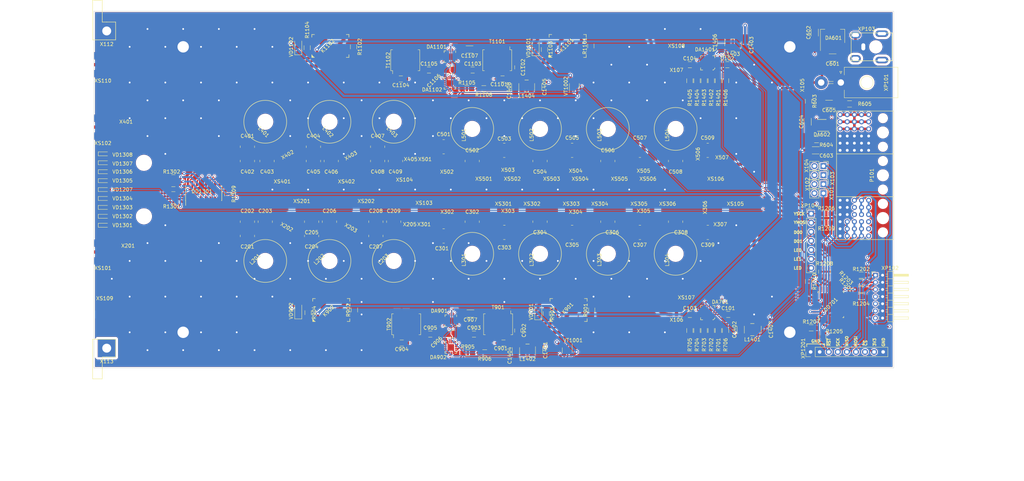
<source format=kicad_pcb>
(kicad_pcb (version 20171130) (host pcbnew 5.0.2+dfsg1-1)

  (general
    (thickness 1.6)
    (drawings 138)
    (tracks 1389)
    (zones 0)
    (modules 234)
    (nets 203)
  )

  (page A4)
  (title_block
    (title "Igsoi board")
    (date 2019-12-31)
    (company "Ivan Shmakov")
  )

  (layers
    (0 F.Cu signal)
    (1 In1.Cu signal)
    (2 In2.Cu signal)
    (31 B.Cu signal)
    (32 B.Adhes user)
    (33 F.Adhes user)
    (34 B.Paste user)
    (35 F.Paste user)
    (36 B.SilkS user)
    (37 F.SilkS user)
    (38 B.Mask user)
    (39 F.Mask user)
    (40 Dwgs.User user)
    (41 Cmts.User user)
    (42 Eco1.User user)
    (43 Eco2.User user)
    (44 Edge.Cuts user)
    (45 Margin user)
    (46 B.CrtYd user hide)
    (47 F.CrtYd user)
    (48 B.Fab user hide)
    (49 F.Fab user hide)
  )

  (setup
    (last_trace_width 0.9)
    (trace_clearance 0.6805)
    (zone_clearance 0)
    (zone_45_only no)
    (trace_min 0.2)
    (segment_width 0.2)
    (edge_width 0.1)
    (via_size 0.9)
    (via_drill 0.5)
    (via_min_size 0.4)
    (via_min_drill 0.3)
    (uvia_size 0.3)
    (uvia_drill 0.1)
    (uvias_allowed no)
    (uvia_min_size 0.2)
    (uvia_min_drill 0.1)
    (pcb_text_width 0.3)
    (pcb_text_size 1.5 1.5)
    (mod_edge_width 0.15)
    (mod_text_size 1 1)
    (mod_text_width 0.15)
    (pad_size 5.6 5.6)
    (pad_drill 3.2)
    (pad_to_mask_clearance 0)
    (solder_mask_min_width 0.25)
    (aux_axis_origin 0 0)
    (visible_elements FFFFFF7F)
    (pcbplotparams
      (layerselection 0x010ec_ffffffff)
      (usegerberextensions false)
      (usegerberattributes false)
      (usegerberadvancedattributes false)
      (creategerberjobfile false)
      (excludeedgelayer true)
      (linewidth 0.100000)
      (plotframeref false)
      (viasonmask false)
      (mode 1)
      (useauxorigin false)
      (hpglpennumber 1)
      (hpglpenspeed 20)
      (hpglpendiameter 15.000000)
      (psnegative false)
      (psa4output false)
      (plotreference true)
      (plotvalue true)
      (plotinvisibletext false)
      (padsonsilk false)
      (subtractmaskfromsilk false)
      (outputformat 1)
      (mirror false)
      (drillshape 0)
      (scaleselection 1)
      (outputdirectory "Gerber-final"))
  )

  (net 0 "")
  (net 1 "/Attenuator A/RFin")
  (net 2 "/Low-pass A/FilterB")
  (net 3 "/Low-pass B/FilterB")
  (net 4 "/Attenuator B/RFin")
  (net 5 "Net-(C103-Pad1)")
  (net 6 "/Attenuator A/RFout")
  (net 7 "/Attenuator B/RFout")
  (net 8 "Net-(C104-Pad1)")
  (net 9 "Net-(C201-Pad1)")
  (net 10 "Net-(C201-Pad2)")
  (net 11 "Net-(C202-Pad1)")
  (net 12 "Net-(C204-Pad2)")
  (net 13 "Net-(C204-Pad1)")
  (net 14 "Net-(C205-Pad1)")
  (net 15 "Net-(C207-Pad2)")
  (net 16 "Net-(C207-Pad1)")
  (net 17 "Net-(C208-Pad1)")
  (net 18 GND)
  (net 19 "Net-(C301-Pad2)")
  (net 20 "Net-(C302-Pad2)")
  (net 21 "Net-(C302-Pad1)")
  (net 22 "Net-(C303-Pad2)")
  (net 23 "Net-(C304-Pad2)")
  (net 24 "Net-(C304-Pad1)")
  (net 25 "Net-(C305-Pad2)")
  (net 26 "Net-(C306-Pad2)")
  (net 27 "Net-(C306-Pad1)")
  (net 28 "Net-(C307-Pad2)")
  (net 29 "Net-(C308-Pad1)")
  (net 30 "Net-(C308-Pad2)")
  (net 31 "Net-(C309-Pad2)")
  (net 32 "Net-(C401-Pad1)")
  (net 33 "Net-(C401-Pad2)")
  (net 34 "Net-(C402-Pad1)")
  (net 35 "Net-(C404-Pad2)")
  (net 36 "Net-(C404-Pad1)")
  (net 37 "Net-(C405-Pad1)")
  (net 38 "Net-(C407-Pad2)")
  (net 39 "Net-(C407-Pad1)")
  (net 40 "Net-(C408-Pad1)")
  (net 41 "Net-(C501-Pad2)")
  (net 42 "Net-(C502-Pad2)")
  (net 43 "Net-(C502-Pad1)")
  (net 44 "Net-(C503-Pad2)")
  (net 45 "Net-(C504-Pad2)")
  (net 46 "Net-(C504-Pad1)")
  (net 47 "Net-(C505-Pad2)")
  (net 48 "Net-(C506-Pad2)")
  (net 49 "Net-(C506-Pad1)")
  (net 50 "Net-(C507-Pad2)")
  (net 51 "Net-(C508-Pad1)")
  (net 52 "Net-(C508-Pad2)")
  (net 53 "Net-(C509-Pad2)")
  (net 54 +12V)
  (net 55 "Net-(C604-Pad1)")
  (net 56 "Net-(C901-Pad2)")
  (net 57 "/Amplifier A/IN+")
  (net 58 "Net-(C902-Pad2)")
  (net 59 "/Amplifier A/IN-")
  (net 60 "Net-(C903-Pad2)")
  (net 61 "/Amplifier A/OUT+")
  (net 62 "Net-(C904-Pad1)")
  (net 63 "Net-(C905-Pad1)")
  (net 64 "/Amplifier A/OUT-")
  (net 65 "/Amplifier A/Vocm")
  (net 66 "/Amplifier B/IN+")
  (net 67 "Net-(C1101-Pad2)")
  (net 68 "Net-(C1102-Pad2)")
  (net 69 "Net-(C1103-Pad2)")
  (net 70 "/Amplifier B/IN-")
  (net 71 "Net-(C1104-Pad1)")
  (net 72 "/Amplifier B/OUT+")
  (net 73 "/Amplifier B/OUT-")
  (net 74 "Net-(C1105-Pad1)")
  (net 75 "/Amplifier B/Vocm")
  (net 76 "Net-(DA602-Pad4)")
  (net 77 "Net-(DA602-Pad5)")
  (net 78 "Net-(DA701-Pad20)")
  (net 79 "Net-(DA701-Pad19)")
  (net 80 "Net-(DA701-Pad17)")
  (net 81 "Net-(DA701-Pad16)")
  (net 82 "Net-(DA701-Pad8)")
  (net 83 "Net-(DA701-Pad7)")
  (net 84 "Net-(DA701-Pad15)")
  (net 85 /LE0)
  (net 86 /YSCK)
  (net 87 /YMOSI)
  (net 88 "Net-(DA701-Pad1)")
  (net 89 "/Control circuit/DO0")
  (net 90 "Net-(DA901-Pad7)")
  (net 91 "Net-(DA901-Pad6)")
  (net 92 "Net-(DA902-Pad6)")
  (net 93 "Net-(DA902-Pad7)")
  (net 94 "/Control circuit/DO1")
  (net 95 "Net-(DA1101-Pad7)")
  (net 96 "Net-(DA1101-Pad6)")
  (net 97 "Net-(DA1102-Pad6)")
  (net 98 "Net-(DA1102-Pad7)")
  (net 99 "Net-(DA1401-Pad1)")
  (net 100 /LE1)
  (net 101 "Net-(DA1401-Pad15)")
  (net 102 "Net-(DA1401-Pad7)")
  (net 103 "Net-(DA1401-Pad8)")
  (net 104 "Net-(DA1401-Pad16)")
  (net 105 "Net-(DA1401-Pad17)")
  (net 106 "Net-(DA1401-Pad19)")
  (net 107 "Net-(DA1401-Pad20)")
  (net 108 "Net-(DD701-Pad1)")
  (net 109 "Net-(DD701-Pad2)")
  (net 110 "Net-(DD701-Pad7)")
  (net 111 "Net-(DD701-Pad8)")
  (net 112 "Net-(DD701-Pad9)")
  (net 113 "Net-(DD701-Pad10)")
  (net 114 "Net-(DD701-Pad11)")
  (net 115 "Net-(DD701-Pad12)")
  (net 116 "Net-(DD701-Pad13)")
  (net 117 "Net-(DD701-Pad14)")
  (net 118 "Net-(DD701-Pad15)")
  (net 119 "Net-(DD701-Pad16)")
  (net 120 "Net-(DD701-Pad17)")
  (net 121 "Net-(DD701-Pad19)")
  (net 122 "Net-(DD701-Pad20)")
  (net 123 "Net-(DD701-Pad22)")
  (net 124 "Net-(DD701-Pad23)")
  (net 125 "Net-(DD701-Pad24)")
  (net 126 "Net-(DD701-Pad25)")
  (net 127 "Net-(DD701-Pad26)")
  (net 128 "Net-(DD701-Pad27)")
  (net 129 "Net-(DD701-Pad28)")
  (net 130 "/Control circuit/~RST")
  (net 131 "Net-(DD701-Pad30)")
  (net 132 "Net-(DD701-Pad31)")
  (net 133 "Net-(DD701-Pad32)")
  (net 134 "Net-(DD1301-Pad1)")
  (net 135 "Net-(DD1301-Pad2)")
  (net 136 "Net-(DD1301-Pad3)")
  (net 137 "Net-(DD1301-Pad4)")
  (net 138 "Net-(DD1301-Pad5)")
  (net 139 "Net-(DD1301-Pad6)")
  (net 140 "Net-(DD1301-Pad7)")
  (net 141 "/Face display/MISO")
  (net 142 "Net-(DD1301-Pad10)")
  (net 143 /LED)
  (net 144 "Net-(DD1301-Pad15)")
  (net 145 "/Amplifier A/+12V")
  (net 146 "/Amplifier A/RFin")
  (net 147 "Net-(K901-Pad3)")
  (net 148 "Net-(K901-Pad4)")
  (net 149 "/Amplifier A/AMPBYPASS")
  (net 150 "Net-(K901-Pad7)")
  (net 151 "/Coil cur. amps/O0A")
  (net 152 "/Coil cur. amps/O0B")
  (net 153 "Net-(K902-Pad7)")
  (net 154 "/Amplifier A/RFout")
  (net 155 "Net-(K902-Pad4)")
  (net 156 "Net-(K902-Pad3)")
  (net 157 "/Coil cur. amps/O1A")
  (net 158 "Net-(K1101-Pad7)")
  (net 159 "/Amplifier B/AMPBYPASS")
  (net 160 "/Amplifier B/RFin")
  (net 161 "Net-(K1101-Pad4)")
  (net 162 "Net-(K1101-Pad3)")
  (net 163 "/Amplifier B/RFout")
  (net 164 "Net-(K1102-Pad3)")
  (net 165 "Net-(K1102-Pad4)")
  (net 166 "Net-(K1102-Pad7)")
  (net 167 "/Coil cur. amps/O1B")
  (net 168 /SCK)
  (net 169 /MISO)
  (net 170 /MOSI)
  (net 171 /~CS)
  (net 172 "Net-(R1301-Pad1)")
  (net 173 "Net-(R1301-Pad2)")
  (net 174 "Net-(R1302-Pad2)")
  (net 175 "Net-(R1302-Pad1)")
  (net 176 "Net-(T902-Pad5)")
  (net 177 "Net-(T1102-Pad5)")
  (net 178 "Net-(R1301-Pad4)")
  (net 179 "Net-(R1301-Pad3)")
  (net 180 "Net-(R1302-Pad4)")
  (net 181 "Net-(R1302-Pad3)")
  (net 182 /~CS0)
  (net 183 /~CS1)
  (net 184 /~CS2)
  (net 185 /~CS3)
  (net 186 "Net-(X106-Pad2)")
  (net 187 "Net-(X107-Pad2)")
  (net 188 "/High-pass A/FilterA")
  (net 189 "Net-(X202-Pad2)")
  (net 190 "Net-(X203-Pad2)")
  (net 191 "/Low-pass A/FilterA")
  (net 192 "/High-pass B/FilterA")
  (net 193 "/Low-pass B/FilterA")
  (net 194 "Net-(XP103-Pad3)")
  (net 195 "Net-(X402-Pad2)")
  (net 196 "Net-(X403-Pad2)")
  (net 197 +3V3)
  (net 198 +3.3VA)
  (net 199 V+)
  (net 200 VDD)
  (net 201 +12VA)
  (net 202 "/Control circuit/RDY")

  (net_class Default "This is the default net class."
    (clearance 0.6805)
    (trace_width 0.9)
    (via_dia 0.9)
    (via_drill 0.5)
    (uvia_dia 0.3)
    (uvia_drill 0.1)
    (add_net "/Amplifier A/AMPBYPASS")
    (add_net "/Amplifier A/RFin")
    (add_net "/Amplifier A/RFout")
    (add_net "/Amplifier B/AMPBYPASS")
    (add_net "/Amplifier B/RFin")
    (add_net "/Amplifier B/RFout")
    (add_net "/High-pass A/FilterA")
    (add_net "/High-pass B/FilterA")
    (add_net "/Low-pass A/FilterA")
    (add_net "/Low-pass A/FilterB")
    (add_net "/Low-pass B/FilterA")
    (add_net "/Low-pass B/FilterB")
    (add_net "Net-(C103-Pad1)")
    (add_net "Net-(C104-Pad1)")
    (add_net "Net-(C1101-Pad2)")
    (add_net "Net-(C1102-Pad2)")
    (add_net "Net-(C1103-Pad2)")
    (add_net "Net-(C1104-Pad1)")
    (add_net "Net-(C1105-Pad1)")
    (add_net "Net-(C201-Pad1)")
    (add_net "Net-(C201-Pad2)")
    (add_net "Net-(C202-Pad1)")
    (add_net "Net-(C204-Pad1)")
    (add_net "Net-(C204-Pad2)")
    (add_net "Net-(C205-Pad1)")
    (add_net "Net-(C207-Pad1)")
    (add_net "Net-(C207-Pad2)")
    (add_net "Net-(C208-Pad1)")
    (add_net "Net-(C301-Pad2)")
    (add_net "Net-(C302-Pad1)")
    (add_net "Net-(C302-Pad2)")
    (add_net "Net-(C303-Pad2)")
    (add_net "Net-(C304-Pad1)")
    (add_net "Net-(C304-Pad2)")
    (add_net "Net-(C305-Pad2)")
    (add_net "Net-(C306-Pad1)")
    (add_net "Net-(C306-Pad2)")
    (add_net "Net-(C307-Pad2)")
    (add_net "Net-(C308-Pad1)")
    (add_net "Net-(C308-Pad2)")
    (add_net "Net-(C309-Pad2)")
    (add_net "Net-(C401-Pad1)")
    (add_net "Net-(C401-Pad2)")
    (add_net "Net-(C402-Pad1)")
    (add_net "Net-(C404-Pad1)")
    (add_net "Net-(C404-Pad2)")
    (add_net "Net-(C405-Pad1)")
    (add_net "Net-(C407-Pad1)")
    (add_net "Net-(C407-Pad2)")
    (add_net "Net-(C408-Pad1)")
    (add_net "Net-(C501-Pad2)")
    (add_net "Net-(C502-Pad1)")
    (add_net "Net-(C502-Pad2)")
    (add_net "Net-(C503-Pad2)")
    (add_net "Net-(C504-Pad1)")
    (add_net "Net-(C504-Pad2)")
    (add_net "Net-(C505-Pad2)")
    (add_net "Net-(C506-Pad1)")
    (add_net "Net-(C506-Pad2)")
    (add_net "Net-(C507-Pad2)")
    (add_net "Net-(C508-Pad1)")
    (add_net "Net-(C508-Pad2)")
    (add_net "Net-(C509-Pad2)")
    (add_net "Net-(C901-Pad2)")
    (add_net "Net-(C902-Pad2)")
    (add_net "Net-(C903-Pad2)")
    (add_net "Net-(C904-Pad1)")
    (add_net "Net-(C905-Pad1)")
    (add_net "Net-(DA901-Pad6)")
    (add_net "Net-(DA901-Pad7)")
    (add_net "Net-(DA902-Pad6)")
    (add_net "Net-(DA902-Pad7)")
    (add_net "Net-(K1101-Pad3)")
    (add_net "Net-(K1101-Pad4)")
    (add_net "Net-(K1101-Pad7)")
    (add_net "Net-(K1102-Pad3)")
    (add_net "Net-(K1102-Pad4)")
    (add_net "Net-(K1102-Pad7)")
    (add_net "Net-(K901-Pad3)")
    (add_net "Net-(K901-Pad4)")
    (add_net "Net-(K901-Pad7)")
    (add_net "Net-(K902-Pad3)")
    (add_net "Net-(K902-Pad4)")
    (add_net "Net-(K902-Pad7)")
    (add_net "Net-(T1102-Pad5)")
    (add_net "Net-(T902-Pad5)")
    (add_net "Net-(X106-Pad2)")
    (add_net "Net-(X107-Pad2)")
    (add_net "Net-(X202-Pad2)")
    (add_net "Net-(X203-Pad2)")
    (add_net "Net-(X402-Pad2)")
    (add_net "Net-(X403-Pad2)")
    (add_net "Net-(XP103-Pad3)")
  )

  (net_class ComGnd ""
    (clearance 0.2)
    (trace_width 0.9)
    (via_dia 0.9)
    (via_drill 0.5)
    (uvia_dia 0.3)
    (uvia_drill 0.1)
    (add_net GND)
  )

  (net_class ConThin ""
    (clearance 0.2)
    (trace_width 0.3)
    (via_dia 0.6)
    (via_drill 0.4)
    (uvia_dia 0.3)
    (uvia_drill 0.1)
    (add_net +12VA)
    (add_net "/Amplifier A/IN+")
    (add_net "/Amplifier A/IN-")
    (add_net "/Amplifier A/OUT+")
    (add_net "/Amplifier A/OUT-")
    (add_net "/Amplifier A/Vocm")
    (add_net "/Amplifier B/IN+")
    (add_net "/Amplifier B/IN-")
    (add_net "/Amplifier B/OUT+")
    (add_net "/Amplifier B/OUT-")
    (add_net "/Amplifier B/Vocm")
    (add_net "/Attenuator A/RFin")
    (add_net "/Attenuator A/RFout")
    (add_net "/Attenuator B/RFin")
    (add_net "/Attenuator B/RFout")
    (add_net "/Control circuit/DO0")
    (add_net "/Control circuit/DO1")
    (add_net "/Control circuit/RDY")
    (add_net /LE0)
    (add_net /LE1)
    (add_net /YMOSI)
    (add_net /YSCK)
    (add_net "Net-(C604-Pad1)")
    (add_net "Net-(DA1101-Pad6)")
    (add_net "Net-(DA1101-Pad7)")
    (add_net "Net-(DA1102-Pad6)")
    (add_net "Net-(DA1102-Pad7)")
    (add_net "Net-(DA1401-Pad1)")
    (add_net "Net-(DA1401-Pad15)")
    (add_net "Net-(DA1401-Pad16)")
    (add_net "Net-(DA1401-Pad17)")
    (add_net "Net-(DA1401-Pad19)")
    (add_net "Net-(DA1401-Pad20)")
    (add_net "Net-(DA1401-Pad7)")
    (add_net "Net-(DA1401-Pad8)")
    (add_net "Net-(DA602-Pad4)")
    (add_net "Net-(DA602-Pad5)")
    (add_net "Net-(DA701-Pad1)")
    (add_net "Net-(DA701-Pad15)")
    (add_net "Net-(DA701-Pad16)")
    (add_net "Net-(DA701-Pad17)")
    (add_net "Net-(DA701-Pad19)")
    (add_net "Net-(DA701-Pad20)")
    (add_net "Net-(DA701-Pad7)")
    (add_net "Net-(DA701-Pad8)")
    (add_net V+)
    (add_net VDD)
  )

  (net_class Control ""
    (clearance 0.25)
    (trace_width 0.5)
    (via_dia 0.8)
    (via_drill 0.4)
    (uvia_dia 0.3)
    (uvia_drill 0.1)
    (add_net +3V3)
    (add_net "/Control circuit/~RST")
    (add_net "/Face display/MISO")
    (add_net /LED)
    (add_net /MISO)
    (add_net /MOSI)
    (add_net /SCK)
    (add_net /~CS)
    (add_net /~CS0)
    (add_net /~CS1)
    (add_net /~CS2)
    (add_net /~CS3)
    (add_net "Net-(DD1301-Pad1)")
    (add_net "Net-(DD1301-Pad10)")
    (add_net "Net-(DD1301-Pad15)")
    (add_net "Net-(DD1301-Pad2)")
    (add_net "Net-(DD1301-Pad3)")
    (add_net "Net-(DD1301-Pad4)")
    (add_net "Net-(DD1301-Pad5)")
    (add_net "Net-(DD1301-Pad6)")
    (add_net "Net-(DD1301-Pad7)")
    (add_net "Net-(DD701-Pad1)")
    (add_net "Net-(DD701-Pad10)")
    (add_net "Net-(DD701-Pad11)")
    (add_net "Net-(DD701-Pad12)")
    (add_net "Net-(DD701-Pad13)")
    (add_net "Net-(DD701-Pad14)")
    (add_net "Net-(DD701-Pad15)")
    (add_net "Net-(DD701-Pad16)")
    (add_net "Net-(DD701-Pad17)")
    (add_net "Net-(DD701-Pad19)")
    (add_net "Net-(DD701-Pad2)")
    (add_net "Net-(DD701-Pad20)")
    (add_net "Net-(DD701-Pad22)")
    (add_net "Net-(DD701-Pad23)")
    (add_net "Net-(DD701-Pad24)")
    (add_net "Net-(DD701-Pad25)")
    (add_net "Net-(DD701-Pad26)")
    (add_net "Net-(DD701-Pad27)")
    (add_net "Net-(DD701-Pad28)")
    (add_net "Net-(DD701-Pad30)")
    (add_net "Net-(DD701-Pad31)")
    (add_net "Net-(DD701-Pad32)")
    (add_net "Net-(DD701-Pad7)")
    (add_net "Net-(DD701-Pad8)")
    (add_net "Net-(DD701-Pad9)")
    (add_net "Net-(R1301-Pad1)")
    (add_net "Net-(R1301-Pad2)")
    (add_net "Net-(R1301-Pad3)")
    (add_net "Net-(R1301-Pad4)")
    (add_net "Net-(R1302-Pad1)")
    (add_net "Net-(R1302-Pad2)")
    (add_net "Net-(R1302-Pad3)")
    (add_net "Net-(R1302-Pad4)")
  )

  (net_class Power ""
    (clearance 0.2)
    (trace_width 0.7)
    (via_dia 1)
    (via_drill 0.5)
    (uvia_dia 0.3)
    (uvia_drill 0.1)
    (add_net +12V)
    (add_net +3.3VA)
    (add_net "/Amplifier A/+12V")
    (add_net "/Coil cur. amps/O0A")
    (add_net "/Coil cur. amps/O0B")
    (add_net "/Coil cur. amps/O1A")
    (add_net "/Coil cur. amps/O1B")
  )

  (module Mounting_Holes:MountingHole_3.2mm_M3_DIN965_Pad (layer F.Cu) (tedit 5E8EEFF8) (tstamp 5E8F4D5B)
    (at 245 60)
    (descr "Mounting Hole 3.2mm, M3, DIN965")
    (tags "mounting hole 3.2mm m3 din965")
    (attr virtual)
    (fp_text reference REF** (at 0 -3.8) (layer F.SilkS) hide
      (effects (font (size 1 1) (thickness 0.15)))
    )
    (fp_text value MountingHole_3.2mm_M3_DIN965_Pad (at 0 3.8) (layer F.Fab)
      (effects (font (size 1 1) (thickness 0.15)))
    )
    (fp_circle (center 0 0) (end 3.05 0) (layer F.CrtYd) (width 0.05))
    (fp_circle (center 0 0) (end 2.8 0) (layer Cmts.User) (width 0.15))
    (fp_text user %R (at 0.3 0) (layer F.Fab)
      (effects (font (size 1 1) (thickness 0.15)))
    )
    (pad 1 thru_hole circle (at 0 0) (size 5.6 5.6) (drill 3.2) (layers *.Cu *.Mask)
      (net 18 GND))
  )

  (module Mounting_Holes:MountingHole_3.2mm_M3_DIN965_Pad (layer F.Cu) (tedit 5E8EF001) (tstamp 5E8F4D4D)
    (at 245 140)
    (descr "Mounting Hole 3.2mm, M3, DIN965")
    (tags "mounting hole 3.2mm m3 din965")
    (attr virtual)
    (fp_text reference REF** (at 0 -3.8) (layer F.SilkS) hide
      (effects (font (size 1 1) (thickness 0.15)))
    )
    (fp_text value MountingHole_3.2mm_M3_DIN965_Pad (at 0 3.8) (layer F.Fab)
      (effects (font (size 1 1) (thickness 0.15)))
    )
    (fp_text user %R (at 0.3 0) (layer F.Fab)
      (effects (font (size 1 1) (thickness 0.15)))
    )
    (fp_circle (center 0 0) (end 2.8 0) (layer Cmts.User) (width 0.15))
    (fp_circle (center 0 0) (end 3.05 0) (layer F.CrtYd) (width 0.05))
    (pad 1 thru_hole circle (at 0 0) (size 5.6 5.6) (drill 3.2) (layers *.Cu *.Mask)
      (net 18 GND))
  )

  (module Mounting_Holes:MountingHole_3.2mm_M3_DIN965_Pad (layer F.Cu) (tedit 5E8EEFED) (tstamp 5E8F0F49)
    (at 75 60)
    (descr "Mounting Hole 3.2mm, M3, DIN965")
    (tags "mounting hole 3.2mm m3 din965")
    (attr virtual)
    (fp_text reference REF** (at 0 -3.8) (layer F.SilkS) hide
      (effects (font (size 1 1) (thickness 0.15)))
    )
    (fp_text value MountingHole_3.2mm_M3_DIN965_Pad (at 0 3.8) (layer F.Fab)
      (effects (font (size 1 1) (thickness 0.15)))
    )
    (fp_text user %R (at 0.3 0) (layer F.Fab)
      (effects (font (size 1 1) (thickness 0.15)))
    )
    (fp_circle (center 0 0) (end 2.8 0) (layer Cmts.User) (width 0.15))
    (fp_circle (center 0 0) (end 3.05 0) (layer F.CrtYd) (width 0.05))
    (pad 1 thru_hole circle (at 0 0) (size 5.6 5.6) (drill 3.2) (layers *.Cu *.Mask)
      (net 18 GND))
  )

  (module Mounting_Holes:MountingHole_3.2mm_M3_DIN965 (layer F.Cu) (tedit 5E8EEB4E) (tstamp 5E8EFCE9)
    (at 64 107.5)
    (descr "Mounting Hole 3.2mm, no annular, M3, DIN965")
    (tags "mounting hole 3.2mm no annular m3 din965")
    (attr virtual)
    (fp_text reference REF** (at 0 -3.8) (layer F.SilkS) hide
      (effects (font (size 1 1) (thickness 0.15)))
    )
    (fp_text value MountingHole_3.2mm_M3_DIN965 (at 0 3.8) (layer F.Fab)
      (effects (font (size 1 1) (thickness 0.15)))
    )
    (fp_text user %R (at 0.3 0) (layer F.Fab)
      (effects (font (size 1 1) (thickness 0.15)))
    )
    (fp_circle (center 0 0) (end 2.8 0) (layer Cmts.User) (width 0.15))
    (fp_circle (center 0 0) (end 3.05 0) (layer F.CrtYd) (width 0.05))
    (pad 1 np_thru_hole circle (at 0 0) (size 3.2 3.2) (drill 3.2) (layers *.Cu *.Mask))
  )

  (module custom-devices:Schroff-60807-181reversed (layer F.Cu) (tedit 5E26BA0D) (tstamp 5E8CA6B9)
    (at 53.57 144.45)
    (path /5E0E6B01)
    (fp_text reference X113 (at 0 3.7) (layer F.SilkS)
      (effects (font (size 1 1) (thickness 0.15)))
    )
    (fp_text value MountingHole_Pad (at 0 -5.4) (layer F.Fab)
      (effects (font (size 1 1) (thickness 0.15)))
    )
    (fp_line (start 0 -2.5) (end 2.5 -2.5) (layer F.SilkS) (width 0.15))
    (fp_line (start 2.5 -2.5) (end 2.5 2.5) (layer F.SilkS) (width 0.15))
    (fp_line (start 2.5 2.5) (end 0 2.5) (layer F.SilkS) (width 0.15))
    (fp_line (start 0 2.5) (end -1.25 2.5) (layer F.SilkS) (width 0.15))
    (fp_line (start -1.25 2.5) (end -1.25 8.6) (layer F.SilkS) (width 0.15))
    (fp_line (start -1.25 8.6) (end -3.95 8.6) (layer F.SilkS) (width 0.15))
    (fp_line (start -3.95 -2.5) (end 0 -2.5) (layer F.SilkS) (width 0.15))
    (fp_poly (pts (xy -6.25 -2.5) (xy -3.95 -2.5) (xy -4 8.6) (xy -6.25 8.6)) (layer Dwgs.User) (width 0.15))
    (fp_line (start -3.95 8.6) (end -3.95 -2.5) (layer F.SilkS) (width 0.15))
    (pad 1 thru_hole rect (at 0 0) (size 5 5) (drill 2.5) (layers *.Cu *.Mask))
  )

  (module custom-devices:0.9w-5r-angle90 (layer F.Cu) (tedit 5E8C8800) (tstamp 5E96A36A)
    (at 201.25 55 270)
    (fp_text reference REF** (at 0 0.5 270) (layer F.SilkS) hide
      (effects (font (size 1 1) (thickness 0.15)))
    )
    (fp_text value 0.9w-5r-angle90 (at 0 -0.5 270) (layer F.Fab)
      (effects (font (size 1 1) (thickness 0.15)))
    )
    (pad 1 smd circle (at 5 -5 270) (size 0.9 0.9) (layers F.Cu)
      (net 160 "/Amplifier B/RFin"))
    (pad 1 smd custom (at 0 0 270) (size 0.9 0.9) (layers F.Cu)
      (net 160 "/Amplifier B/RFin") (zone_connect 0)
      (options (clearance outline) (anchor circle))
      (primitives
        (gr_line (start 0 0) (end 0.00685 -0.26168) (width 0.9))
        (gr_line (start 0.00685 -0.26168) (end 0.02739 -0.52264) (width 0.9))
        (gr_line (start 0.02739 -0.52264) (end 0.06156 -0.78217) (width 0.9))
        (gr_line (start 0.06156 -0.78217) (end 0.10926 -1.03956) (width 0.9))
        (gr_line (start 0.10926 -1.03956) (end 0.17037 -1.2941) (width 0.9))
        (gr_line (start 0.17037 -1.2941) (end 0.24472 -1.54508) (width 0.9))
        (gr_line (start 0.24472 -1.54508) (end 0.3321 -1.79184) (width 0.9))
        (gr_line (start 0.3321 -1.79184) (end 0.43227 -2.03368) (width 0.9))
        (gr_line (start 0.43227 -2.03368) (end 0.54497 -2.26995) (width 0.9))
        (gr_line (start 0.54497 -2.26995) (end 0.66987 -2.5) (width 0.9))
        (gr_line (start 0.66987 -2.5) (end 0.80665 -2.7232) (width 0.9))
        (gr_line (start 0.80665 -2.7232) (end 0.95492 -2.93893) (width 0.9))
        (gr_line (start 0.95492 -2.93893) (end 1.11427 -3.1466) (width 0.9))
        (gr_line (start 1.11427 -3.1466) (end 1.28428 -3.34565) (width 0.9))
        (gr_line (start 1.28428 -3.34565) (end 1.46447 -3.53553) (width 0.9))
        (gr_line (start 1.46447 -3.53553) (end 1.65435 -3.71572) (width 0.9))
        (gr_line (start 1.65435 -3.71572) (end 1.8534 -3.88573) (width 0.9))
        (gr_line (start 1.8534 -3.88573) (end 2.06107 -4.04508) (width 0.9))
        (gr_line (start 2.06107 -4.04508) (end 2.2768 -4.19335) (width 0.9))
        (gr_line (start 2.2768 -4.19335) (end 2.5 -4.33013) (width 0.9))
        (gr_line (start 2.5 -4.33013) (end 2.73005 -4.45503) (width 0.9))
        (gr_line (start 2.73005 -4.45503) (end 2.96632 -4.56773) (width 0.9))
        (gr_line (start 2.96632 -4.56773) (end 3.20816 -4.6679) (width 0.9))
        (gr_line (start 3.20816 -4.6679) (end 3.45492 -4.75528) (width 0.9))
        (gr_line (start 3.45492 -4.75528) (end 3.7059 -4.82963) (width 0.9))
        (gr_line (start 3.7059 -4.82963) (end 3.96044 -4.89074) (width 0.9))
        (gr_line (start 3.96044 -4.89074) (end 4.21783 -4.93844) (width 0.9))
        (gr_line (start 4.21783 -4.93844) (end 4.47736 -4.97261) (width 0.9))
        (gr_line (start 4.47736 -4.97261) (end 4.73832 -4.99315) (width 0.9))
        (gr_line (start 4.73832 -4.99315) (end 5 -5) (width 0.9))
      ))
  )

  (module custom-devices:0.9w-5r-angle90 (layer F.Cu) (tedit 5E8C8800) (tstamp 5E96A325)
    (at 211.25 65 90)
    (fp_text reference REF** (at 0 0.5 90) (layer F.SilkS) hide
      (effects (font (size 1 1) (thickness 0.15)))
    )
    (fp_text value 0.9w-5r-angle90 (at 0 -0.5 90) (layer F.Fab)
      (effects (font (size 1 1) (thickness 0.15)))
    )
    (pad 1 smd custom (at 0 0 90) (size 0.9 0.9) (layers F.Cu)
      (net 160 "/Amplifier B/RFin") (zone_connect 0)
      (options (clearance outline) (anchor circle))
      (primitives
        (gr_line (start 0 0) (end 0.00685 -0.26168) (width 0.9))
        (gr_line (start 0.00685 -0.26168) (end 0.02739 -0.52264) (width 0.9))
        (gr_line (start 0.02739 -0.52264) (end 0.06156 -0.78217) (width 0.9))
        (gr_line (start 0.06156 -0.78217) (end 0.10926 -1.03956) (width 0.9))
        (gr_line (start 0.10926 -1.03956) (end 0.17037 -1.2941) (width 0.9))
        (gr_line (start 0.17037 -1.2941) (end 0.24472 -1.54508) (width 0.9))
        (gr_line (start 0.24472 -1.54508) (end 0.3321 -1.79184) (width 0.9))
        (gr_line (start 0.3321 -1.79184) (end 0.43227 -2.03368) (width 0.9))
        (gr_line (start 0.43227 -2.03368) (end 0.54497 -2.26995) (width 0.9))
        (gr_line (start 0.54497 -2.26995) (end 0.66987 -2.5) (width 0.9))
        (gr_line (start 0.66987 -2.5) (end 0.80665 -2.7232) (width 0.9))
        (gr_line (start 0.80665 -2.7232) (end 0.95492 -2.93893) (width 0.9))
        (gr_line (start 0.95492 -2.93893) (end 1.11427 -3.1466) (width 0.9))
        (gr_line (start 1.11427 -3.1466) (end 1.28428 -3.34565) (width 0.9))
        (gr_line (start 1.28428 -3.34565) (end 1.46447 -3.53553) (width 0.9))
        (gr_line (start 1.46447 -3.53553) (end 1.65435 -3.71572) (width 0.9))
        (gr_line (start 1.65435 -3.71572) (end 1.8534 -3.88573) (width 0.9))
        (gr_line (start 1.8534 -3.88573) (end 2.06107 -4.04508) (width 0.9))
        (gr_line (start 2.06107 -4.04508) (end 2.2768 -4.19335) (width 0.9))
        (gr_line (start 2.2768 -4.19335) (end 2.5 -4.33013) (width 0.9))
        (gr_line (start 2.5 -4.33013) (end 2.73005 -4.45503) (width 0.9))
        (gr_line (start 2.73005 -4.45503) (end 2.96632 -4.56773) (width 0.9))
        (gr_line (start 2.96632 -4.56773) (end 3.20816 -4.6679) (width 0.9))
        (gr_line (start 3.20816 -4.6679) (end 3.45492 -4.75528) (width 0.9))
        (gr_line (start 3.45492 -4.75528) (end 3.7059 -4.82963) (width 0.9))
        (gr_line (start 3.7059 -4.82963) (end 3.96044 -4.89074) (width 0.9))
        (gr_line (start 3.96044 -4.89074) (end 4.21783 -4.93844) (width 0.9))
        (gr_line (start 4.21783 -4.93844) (end 4.47736 -4.97261) (width 0.9))
        (gr_line (start 4.47736 -4.97261) (end 4.73832 -4.99315) (width 0.9))
        (gr_line (start 4.73832 -4.99315) (end 5 -5) (width 0.9))
      ))
    (pad 1 smd circle (at 5 -5 90) (size 0.9 0.9) (layers F.Cu)
      (net 160 "/Amplifier B/RFin"))
  )

  (module custom-devices:0.9w-5r-angle90 (layer F.Cu) (tedit 5E8C87C8) (tstamp 5E96A30E)
    (at 230 65 270)
    (fp_text reference REF** (at 0 0.5 270) (layer F.SilkS) hide
      (effects (font (size 1 1) (thickness 0.15)))
    )
    (fp_text value 0.9w-5r-angle90 (at 0 -0.5 270) (layer F.Fab)
      (effects (font (size 1 1) (thickness 0.15)))
    )
    (pad 1 smd circle (at 5 -5 270) (size 0.9 0.9) (layers F.Cu)
      (net 3 "/Low-pass B/FilterB"))
    (pad 1 smd custom (at 0 0 270) (size 0.9 0.9) (layers F.Cu)
      (net 3 "/Low-pass B/FilterB") (zone_connect 0)
      (options (clearance outline) (anchor circle))
      (primitives
        (gr_line (start 0 0) (end 0.00685 -0.26168) (width 0.9))
        (gr_line (start 0.00685 -0.26168) (end 0.02739 -0.52264) (width 0.9))
        (gr_line (start 0.02739 -0.52264) (end 0.06156 -0.78217) (width 0.9))
        (gr_line (start 0.06156 -0.78217) (end 0.10926 -1.03956) (width 0.9))
        (gr_line (start 0.10926 -1.03956) (end 0.17037 -1.2941) (width 0.9))
        (gr_line (start 0.17037 -1.2941) (end 0.24472 -1.54508) (width 0.9))
        (gr_line (start 0.24472 -1.54508) (end 0.3321 -1.79184) (width 0.9))
        (gr_line (start 0.3321 -1.79184) (end 0.43227 -2.03368) (width 0.9))
        (gr_line (start 0.43227 -2.03368) (end 0.54497 -2.26995) (width 0.9))
        (gr_line (start 0.54497 -2.26995) (end 0.66987 -2.5) (width 0.9))
        (gr_line (start 0.66987 -2.5) (end 0.80665 -2.7232) (width 0.9))
        (gr_line (start 0.80665 -2.7232) (end 0.95492 -2.93893) (width 0.9))
        (gr_line (start 0.95492 -2.93893) (end 1.11427 -3.1466) (width 0.9))
        (gr_line (start 1.11427 -3.1466) (end 1.28428 -3.34565) (width 0.9))
        (gr_line (start 1.28428 -3.34565) (end 1.46447 -3.53553) (width 0.9))
        (gr_line (start 1.46447 -3.53553) (end 1.65435 -3.71572) (width 0.9))
        (gr_line (start 1.65435 -3.71572) (end 1.8534 -3.88573) (width 0.9))
        (gr_line (start 1.8534 -3.88573) (end 2.06107 -4.04508) (width 0.9))
        (gr_line (start 2.06107 -4.04508) (end 2.2768 -4.19335) (width 0.9))
        (gr_line (start 2.2768 -4.19335) (end 2.5 -4.33013) (width 0.9))
        (gr_line (start 2.5 -4.33013) (end 2.73005 -4.45503) (width 0.9))
        (gr_line (start 2.73005 -4.45503) (end 2.96632 -4.56773) (width 0.9))
        (gr_line (start 2.96632 -4.56773) (end 3.20816 -4.6679) (width 0.9))
        (gr_line (start 3.20816 -4.6679) (end 3.45492 -4.75528) (width 0.9))
        (gr_line (start 3.45492 -4.75528) (end 3.7059 -4.82963) (width 0.9))
        (gr_line (start 3.7059 -4.82963) (end 3.96044 -4.89074) (width 0.9))
        (gr_line (start 3.96044 -4.89074) (end 4.21783 -4.93844) (width 0.9))
        (gr_line (start 4.21783 -4.93844) (end 4.47736 -4.97261) (width 0.9))
        (gr_line (start 4.47736 -4.97261) (end 4.73832 -4.99315) (width 0.9))
        (gr_line (start 4.73832 -4.99315) (end 5 -5) (width 0.9))
      ))
  )

  (module custom-devices:0.9w-5r-angle90 (layer F.Cu) (tedit 5E8C87C8) (tstamp 5E96A2A5)
    (at 235 88 180)
    (fp_text reference REF** (at 0 0.5 180) (layer F.SilkS) hide
      (effects (font (size 1 1) (thickness 0.15)))
    )
    (fp_text value 0.9w-5r-angle90 (at 0 -0.5 180) (layer F.Fab)
      (effects (font (size 1 1) (thickness 0.15)))
    )
    (pad 1 smd custom (at 0 0 180) (size 0.9 0.9) (layers F.Cu)
      (net 3 "/Low-pass B/FilterB") (zone_connect 0)
      (options (clearance outline) (anchor circle))
      (primitives
        (gr_line (start 0 0) (end 0.00685 -0.26168) (width 0.9))
        (gr_line (start 0.00685 -0.26168) (end 0.02739 -0.52264) (width 0.9))
        (gr_line (start 0.02739 -0.52264) (end 0.06156 -0.78217) (width 0.9))
        (gr_line (start 0.06156 -0.78217) (end 0.10926 -1.03956) (width 0.9))
        (gr_line (start 0.10926 -1.03956) (end 0.17037 -1.2941) (width 0.9))
        (gr_line (start 0.17037 -1.2941) (end 0.24472 -1.54508) (width 0.9))
        (gr_line (start 0.24472 -1.54508) (end 0.3321 -1.79184) (width 0.9))
        (gr_line (start 0.3321 -1.79184) (end 0.43227 -2.03368) (width 0.9))
        (gr_line (start 0.43227 -2.03368) (end 0.54497 -2.26995) (width 0.9))
        (gr_line (start 0.54497 -2.26995) (end 0.66987 -2.5) (width 0.9))
        (gr_line (start 0.66987 -2.5) (end 0.80665 -2.7232) (width 0.9))
        (gr_line (start 0.80665 -2.7232) (end 0.95492 -2.93893) (width 0.9))
        (gr_line (start 0.95492 -2.93893) (end 1.11427 -3.1466) (width 0.9))
        (gr_line (start 1.11427 -3.1466) (end 1.28428 -3.34565) (width 0.9))
        (gr_line (start 1.28428 -3.34565) (end 1.46447 -3.53553) (width 0.9))
        (gr_line (start 1.46447 -3.53553) (end 1.65435 -3.71572) (width 0.9))
        (gr_line (start 1.65435 -3.71572) (end 1.8534 -3.88573) (width 0.9))
        (gr_line (start 1.8534 -3.88573) (end 2.06107 -4.04508) (width 0.9))
        (gr_line (start 2.06107 -4.04508) (end 2.2768 -4.19335) (width 0.9))
        (gr_line (start 2.2768 -4.19335) (end 2.5 -4.33013) (width 0.9))
        (gr_line (start 2.5 -4.33013) (end 2.73005 -4.45503) (width 0.9))
        (gr_line (start 2.73005 -4.45503) (end 2.96632 -4.56773) (width 0.9))
        (gr_line (start 2.96632 -4.56773) (end 3.20816 -4.6679) (width 0.9))
        (gr_line (start 3.20816 -4.6679) (end 3.45492 -4.75528) (width 0.9))
        (gr_line (start 3.45492 -4.75528) (end 3.7059 -4.82963) (width 0.9))
        (gr_line (start 3.7059 -4.82963) (end 3.96044 -4.89074) (width 0.9))
        (gr_line (start 3.96044 -4.89074) (end 4.21783 -4.93844) (width 0.9))
        (gr_line (start 4.21783 -4.93844) (end 4.47736 -4.97261) (width 0.9))
        (gr_line (start 4.47736 -4.97261) (end 4.73832 -4.99315) (width 0.9))
        (gr_line (start 4.73832 -4.99315) (end 5 -5) (width 0.9))
      ))
    (pad 1 smd circle (at 5 -5 180) (size 0.9 0.9) (layers F.Cu)
      (net 3 "/Low-pass B/FilterB"))
  )

  (module custom-devices:0.9w-5r-angle90 (layer F.Cu) (tedit 5E8C86AF) (tstamp 5E968B68)
    (at 211.5 135 90)
    (fp_text reference REF** (at 0 0.5 90) (layer F.SilkS) hide
      (effects (font (size 1 1) (thickness 0.15)))
    )
    (fp_text value 0.9w-5r-angle90 (at 0 -0.5 90) (layer F.Fab)
      (effects (font (size 1 1) (thickness 0.15)))
    )
    (pad 1 smd custom (at 0 0 90) (size 0.9 0.9) (layers F.Cu)
      (net 146 "/Amplifier A/RFin") (zone_connect 0)
      (options (clearance outline) (anchor circle))
      (primitives
        (gr_line (start 0 0) (end 0.00685 -0.26168) (width 0.9))
        (gr_line (start 0.00685 -0.26168) (end 0.02739 -0.52264) (width 0.9))
        (gr_line (start 0.02739 -0.52264) (end 0.06156 -0.78217) (width 0.9))
        (gr_line (start 0.06156 -0.78217) (end 0.10926 -1.03956) (width 0.9))
        (gr_line (start 0.10926 -1.03956) (end 0.17037 -1.2941) (width 0.9))
        (gr_line (start 0.17037 -1.2941) (end 0.24472 -1.54508) (width 0.9))
        (gr_line (start 0.24472 -1.54508) (end 0.3321 -1.79184) (width 0.9))
        (gr_line (start 0.3321 -1.79184) (end 0.43227 -2.03368) (width 0.9))
        (gr_line (start 0.43227 -2.03368) (end 0.54497 -2.26995) (width 0.9))
        (gr_line (start 0.54497 -2.26995) (end 0.66987 -2.5) (width 0.9))
        (gr_line (start 0.66987 -2.5) (end 0.80665 -2.7232) (width 0.9))
        (gr_line (start 0.80665 -2.7232) (end 0.95492 -2.93893) (width 0.9))
        (gr_line (start 0.95492 -2.93893) (end 1.11427 -3.1466) (width 0.9))
        (gr_line (start 1.11427 -3.1466) (end 1.28428 -3.34565) (width 0.9))
        (gr_line (start 1.28428 -3.34565) (end 1.46447 -3.53553) (width 0.9))
        (gr_line (start 1.46447 -3.53553) (end 1.65435 -3.71572) (width 0.9))
        (gr_line (start 1.65435 -3.71572) (end 1.8534 -3.88573) (width 0.9))
        (gr_line (start 1.8534 -3.88573) (end 2.06107 -4.04508) (width 0.9))
        (gr_line (start 2.06107 -4.04508) (end 2.2768 -4.19335) (width 0.9))
        (gr_line (start 2.2768 -4.19335) (end 2.5 -4.33013) (width 0.9))
        (gr_line (start 2.5 -4.33013) (end 2.73005 -4.45503) (width 0.9))
        (gr_line (start 2.73005 -4.45503) (end 2.96632 -4.56773) (width 0.9))
        (gr_line (start 2.96632 -4.56773) (end 3.20816 -4.6679) (width 0.9))
        (gr_line (start 3.20816 -4.6679) (end 3.45492 -4.75528) (width 0.9))
        (gr_line (start 3.45492 -4.75528) (end 3.7059 -4.82963) (width 0.9))
        (gr_line (start 3.7059 -4.82963) (end 3.96044 -4.89074) (width 0.9))
        (gr_line (start 3.96044 -4.89074) (end 4.21783 -4.93844) (width 0.9))
        (gr_line (start 4.21783 -4.93844) (end 4.47736 -4.97261) (width 0.9))
        (gr_line (start 4.47736 -4.97261) (end 4.73832 -4.99315) (width 0.9))
        (gr_line (start 4.73832 -4.99315) (end 5 -5) (width 0.9))
      ))
    (pad 1 smd circle (at 5 -5 90) (size 0.9 0.9) (layers F.Cu)
      (net 146 "/Amplifier A/RFin"))
  )

  (module custom-devices:0.9w-5r-angle90 (layer F.Cu) (tedit 5E8C867B) (tstamp 5E968B5E)
    (at 230 108 270)
    (fp_text reference REF** (at 0 0.5 270) (layer F.SilkS) hide
      (effects (font (size 1 1) (thickness 0.15)))
    )
    (fp_text value 0.9w-5r-angle90 (at 0 -0.5 270) (layer F.Fab)
      (effects (font (size 1 1) (thickness 0.15)))
    )
    (pad 1 smd circle (at 5 -5 270) (size 0.9 0.9) (layers F.Cu)
      (net 2 "/Low-pass A/FilterB"))
    (pad 1 smd custom (at 0 0 270) (size 0.9 0.9) (layers F.Cu)
      (net 2 "/Low-pass A/FilterB") (zone_connect 0)
      (options (clearance outline) (anchor circle))
      (primitives
        (gr_line (start 0 0) (end 0.00685 -0.26168) (width 0.9))
        (gr_line (start 0.00685 -0.26168) (end 0.02739 -0.52264) (width 0.9))
        (gr_line (start 0.02739 -0.52264) (end 0.06156 -0.78217) (width 0.9))
        (gr_line (start 0.06156 -0.78217) (end 0.10926 -1.03956) (width 0.9))
        (gr_line (start 0.10926 -1.03956) (end 0.17037 -1.2941) (width 0.9))
        (gr_line (start 0.17037 -1.2941) (end 0.24472 -1.54508) (width 0.9))
        (gr_line (start 0.24472 -1.54508) (end 0.3321 -1.79184) (width 0.9))
        (gr_line (start 0.3321 -1.79184) (end 0.43227 -2.03368) (width 0.9))
        (gr_line (start 0.43227 -2.03368) (end 0.54497 -2.26995) (width 0.9))
        (gr_line (start 0.54497 -2.26995) (end 0.66987 -2.5) (width 0.9))
        (gr_line (start 0.66987 -2.5) (end 0.80665 -2.7232) (width 0.9))
        (gr_line (start 0.80665 -2.7232) (end 0.95492 -2.93893) (width 0.9))
        (gr_line (start 0.95492 -2.93893) (end 1.11427 -3.1466) (width 0.9))
        (gr_line (start 1.11427 -3.1466) (end 1.28428 -3.34565) (width 0.9))
        (gr_line (start 1.28428 -3.34565) (end 1.46447 -3.53553) (width 0.9))
        (gr_line (start 1.46447 -3.53553) (end 1.65435 -3.71572) (width 0.9))
        (gr_line (start 1.65435 -3.71572) (end 1.8534 -3.88573) (width 0.9))
        (gr_line (start 1.8534 -3.88573) (end 2.06107 -4.04508) (width 0.9))
        (gr_line (start 2.06107 -4.04508) (end 2.2768 -4.19335) (width 0.9))
        (gr_line (start 2.2768 -4.19335) (end 2.5 -4.33013) (width 0.9))
        (gr_line (start 2.5 -4.33013) (end 2.73005 -4.45503) (width 0.9))
        (gr_line (start 2.73005 -4.45503) (end 2.96632 -4.56773) (width 0.9))
        (gr_line (start 2.96632 -4.56773) (end 3.20816 -4.6679) (width 0.9))
        (gr_line (start 3.20816 -4.6679) (end 3.45492 -4.75528) (width 0.9))
        (gr_line (start 3.45492 -4.75528) (end 3.7059 -4.82963) (width 0.9))
        (gr_line (start 3.7059 -4.82963) (end 3.96044 -4.89074) (width 0.9))
        (gr_line (start 3.96044 -4.89074) (end 4.21783 -4.93844) (width 0.9))
        (gr_line (start 4.21783 -4.93844) (end 4.47736 -4.97261) (width 0.9))
        (gr_line (start 4.47736 -4.97261) (end 4.73832 -4.99315) (width 0.9))
        (gr_line (start 4.73832 -4.99315) (end 5 -5) (width 0.9))
      ))
  )

  (module custom-devices:L_12_same_45 (layer F.Cu) (tedit 5E859728) (tstamp 5E2B4345)
    (at 213 118 270)
    (path /5CBCE93C/5C8A80F4)
    (fp_text reference L304 (at 1.7 2.35 270) (layer F.SilkS)
      (effects (font (size 1 1) (thickness 0.15)))
    )
    (fp_text value L (at 0 12.75 270) (layer F.Fab) hide
      (effects (font (size 1 1) (thickness 0.15)))
    )
    (fp_circle (center 0 0) (end 6 0) (layer F.SilkS) (width 0.15))
    (pad "" np_thru_hole circle (at 0 0 270) (size 3.2 3.2) (drill 3.2) (layers *.Cu *.Mask))
    (pad 1 smd rect (at -5 4 270) (size 5 1) (layers F.Cu F.Paste F.Mask)
      (net 30 "Net-(C308-Pad2)"))
    (pad 2 smd rect (at -5 -4 270) (size 5 1) (layers F.Cu F.Paste F.Mask)
      (net 29 "Net-(C308-Pad1)"))
  )

  (module custom-devices:L_12_same_45 (layer F.Cu) (tedit 5E859728) (tstamp 5E3DF5AE)
    (at 194 118 270)
    (path /5CBCE93C/5C8A6839)
    (fp_text reference L303 (at 1.7 2.35 270) (layer F.SilkS)
      (effects (font (size 1 1) (thickness 0.15)))
    )
    (fp_text value L (at 0 12.75 270) (layer F.Fab) hide
      (effects (font (size 1 1) (thickness 0.15)))
    )
    (fp_circle (center 0 0) (end 6 0) (layer F.SilkS) (width 0.15))
    (pad "" np_thru_hole circle (at 0 0 270) (size 3.2 3.2) (drill 3.2) (layers *.Cu *.Mask))
    (pad 1 smd rect (at -5 4 270) (size 5 1) (layers F.Cu F.Paste F.Mask)
      (net 26 "Net-(C306-Pad2)"))
    (pad 2 smd rect (at -5 -4 270) (size 5 1) (layers F.Cu F.Paste F.Mask)
      (net 27 "Net-(C306-Pad1)"))
  )

  (module custom-devices:L_12_same_45 (layer F.Cu) (tedit 5E859728) (tstamp 5E3DF5A6)
    (at 175 118 270)
    (path /5CBCE93C/5CBD7CF0)
    (fp_text reference L302 (at 1.7 2.35 270) (layer F.SilkS)
      (effects (font (size 1 1) (thickness 0.15)))
    )
    (fp_text value L (at 0 12.75 270) (layer F.Fab) hide
      (effects (font (size 1 1) (thickness 0.15)))
    )
    (fp_circle (center 0 0) (end 6 0) (layer F.SilkS) (width 0.15))
    (pad "" np_thru_hole circle (at 0 0 270) (size 3.2 3.2) (drill 3.2) (layers *.Cu *.Mask))
    (pad 1 smd rect (at -5 4 270) (size 5 1) (layers F.Cu F.Paste F.Mask)
      (net 23 "Net-(C304-Pad2)"))
    (pad 2 smd rect (at -5 -4 270) (size 5 1) (layers F.Cu F.Paste F.Mask)
      (net 24 "Net-(C304-Pad1)"))
  )

  (module custom-devices:L_12_same_45 (layer F.Cu) (tedit 5E859728) (tstamp 5E3DF59E)
    (at 156 118 270)
    (path /5CBCE93C/5CBD7CEB)
    (fp_text reference L301 (at 1.7 2.35 270) (layer F.SilkS)
      (effects (font (size 1 1) (thickness 0.15)))
    )
    (fp_text value L (at 0 12.75 270) (layer F.Fab) hide
      (effects (font (size 1 1) (thickness 0.15)))
    )
    (fp_circle (center 0 0) (end 6 0) (layer F.SilkS) (width 0.15))
    (pad "" np_thru_hole circle (at 0 0 270) (size 3.2 3.2) (drill 3.2) (layers *.Cu *.Mask))
    (pad 1 smd rect (at -5 4 270) (size 5 1) (layers F.Cu F.Paste F.Mask)
      (net 20 "Net-(C302-Pad2)"))
    (pad 2 smd rect (at -5 -4 270) (size 5 1) (layers F.Cu F.Paste F.Mask)
      (net 21 "Net-(C302-Pad1)"))
  )

  (module custom-devices:UFL_pattern_mod (layer F.Cu) (tedit 5E85905E) (tstamp 5E28A110)
    (at 162 95)
    (path /5CBD626F/5CBD7CFE)
    (fp_text reference XS501 (at -2.75 2) (layer F.SilkS)
      (effects (font (size 1 1) (thickness 0.15)))
    )
    (fp_text value TestPoint_2Pole (at 0 -2.5) (layer F.Fab) hide
      (effects (font (size 1 1) (thickness 0.15)))
    )
    (pad 2 smd roundrect (at 1.5 0.15) (size 0.95 2) (layers F.Cu F.Paste F.Mask) (roundrect_rratio 0.25)
      (net 18 GND))
    (pad 2 smd roundrect (at -1.5 0.15) (size 0.95 2) (layers F.Cu F.Paste F.Mask) (roundrect_rratio 0.25)
      (net 18 GND))
    (pad 1 smd roundrect (at 0 -1.5) (size 1 1) (layers F.Cu F.Paste F.Mask) (roundrect_rratio 0.25)
      (net 43 "Net-(C502-Pad1)"))
    (pad 2 smd roundrect (at 0 1.5) (size 1 1) (layers F.Cu F.Paste F.Mask) (roundrect_rratio 0.25)
      (net 18 GND))
  )

  (module custom-devices:UFL_pattern_mod (layer F.Cu) (tedit 5E85905E) (tstamp 5E28A13C)
    (at 170 95)
    (path /5CBD626F/5C8F371B)
    (fp_text reference XS502 (at -2.75 2) (layer F.SilkS)
      (effects (font (size 1 1) (thickness 0.15)))
    )
    (fp_text value TestPoint_2Pole (at 0 -2.5) (layer F.Fab) hide
      (effects (font (size 1 1) (thickness 0.15)))
    )
    (pad 2 smd roundrect (at 1.5 0.15) (size 0.95 2) (layers F.Cu F.Paste F.Mask) (roundrect_rratio 0.25)
      (net 18 GND))
    (pad 2 smd roundrect (at -1.5 0.15) (size 0.95 2) (layers F.Cu F.Paste F.Mask) (roundrect_rratio 0.25)
      (net 18 GND))
    (pad 1 smd roundrect (at 0 -1.5) (size 1 1) (layers F.Cu F.Paste F.Mask) (roundrect_rratio 0.25)
      (net 45 "Net-(C504-Pad2)"))
    (pad 2 smd roundrect (at 0 1.5) (size 1 1) (layers F.Cu F.Paste F.Mask) (roundrect_rratio 0.25)
      (net 18 GND))
  )

  (module custom-devices:UFL_pattern_mod (layer F.Cu) (tedit 5E85905E) (tstamp 5E28A168)
    (at 181 95)
    (path /5CBD626F/5C8F3791)
    (fp_text reference XS503 (at -2.75 2) (layer F.SilkS)
      (effects (font (size 1 1) (thickness 0.15)))
    )
    (fp_text value TestPoint_2Pole (at 0 -2.5) (layer F.Fab) hide
      (effects (font (size 1 1) (thickness 0.15)))
    )
    (pad 2 smd roundrect (at 1.5 0.15) (size 0.95 2) (layers F.Cu F.Paste F.Mask) (roundrect_rratio 0.25)
      (net 18 GND))
    (pad 2 smd roundrect (at -1.5 0.15) (size 0.95 2) (layers F.Cu F.Paste F.Mask) (roundrect_rratio 0.25)
      (net 18 GND))
    (pad 1 smd roundrect (at 0 -1.5) (size 1 1) (layers F.Cu F.Paste F.Mask) (roundrect_rratio 0.25)
      (net 46 "Net-(C504-Pad1)"))
    (pad 2 smd roundrect (at 0 1.5) (size 1 1) (layers F.Cu F.Paste F.Mask) (roundrect_rratio 0.25)
      (net 18 GND))
  )

  (module custom-devices:UFL_pattern_mod (layer F.Cu) (tedit 5E85905E) (tstamp 5E28A194)
    (at 189 95)
    (path /5CBD626F/5CBD7D01)
    (fp_text reference XS504 (at -2.75 2) (layer F.SilkS)
      (effects (font (size 1 1) (thickness 0.15)))
    )
    (fp_text value TestPoint_2Pole (at 0 -2.5) (layer F.Fab) hide
      (effects (font (size 1 1) (thickness 0.15)))
    )
    (pad 2 smd roundrect (at 1.5 0.15) (size 0.95 2) (layers F.Cu F.Paste F.Mask) (roundrect_rratio 0.25)
      (net 18 GND))
    (pad 2 smd roundrect (at -1.5 0.15) (size 0.95 2) (layers F.Cu F.Paste F.Mask) (roundrect_rratio 0.25)
      (net 18 GND))
    (pad 1 smd roundrect (at 0 -1.5) (size 1 1) (layers F.Cu F.Paste F.Mask) (roundrect_rratio 0.25)
      (net 48 "Net-(C506-Pad2)"))
    (pad 2 smd roundrect (at 0 1.5) (size 1 1) (layers F.Cu F.Paste F.Mask) (roundrect_rratio 0.25)
      (net 18 GND))
  )

  (module custom-devices:UFL_pattern_mod (layer F.Cu) (tedit 5E85905E) (tstamp 5E28A1C0)
    (at 200 95)
    (path /5CBD626F/5C8F3887)
    (fp_text reference XS505 (at -2.75 2) (layer F.SilkS)
      (effects (font (size 1 1) (thickness 0.15)))
    )
    (fp_text value TestPoint_2Pole (at 0 -2.5) (layer F.Fab) hide
      (effects (font (size 1 1) (thickness 0.15)))
    )
    (pad 2 smd roundrect (at 1.5 0.15) (size 0.95 2) (layers F.Cu F.Paste F.Mask) (roundrect_rratio 0.25)
      (net 18 GND))
    (pad 2 smd roundrect (at -1.5 0.15) (size 0.95 2) (layers F.Cu F.Paste F.Mask) (roundrect_rratio 0.25)
      (net 18 GND))
    (pad 1 smd roundrect (at 0 -1.5) (size 1 1) (layers F.Cu F.Paste F.Mask) (roundrect_rratio 0.25)
      (net 49 "Net-(C506-Pad1)"))
    (pad 2 smd roundrect (at 0 1.5) (size 1 1) (layers F.Cu F.Paste F.Mask) (roundrect_rratio 0.25)
      (net 18 GND))
  )

  (module custom-devices:UFL_pattern_mod (layer F.Cu) (tedit 5E85905E) (tstamp 5E28A1EC)
    (at 208 95)
    (path /5CBD626F/5C8F3952)
    (fp_text reference XS506 (at -2.75 2) (layer F.SilkS)
      (effects (font (size 1 1) (thickness 0.15)))
    )
    (fp_text value TestPoint_2Pole (at 0 -2.5) (layer F.Fab) hide
      (effects (font (size 1 1) (thickness 0.15)))
    )
    (pad 2 smd roundrect (at 1.5 0.15) (size 0.95 2) (layers F.Cu F.Paste F.Mask) (roundrect_rratio 0.25)
      (net 18 GND))
    (pad 2 smd roundrect (at -1.5 0.15) (size 0.95 2) (layers F.Cu F.Paste F.Mask) (roundrect_rratio 0.25)
      (net 18 GND))
    (pad 1 smd roundrect (at 0 -1.5) (size 1 1) (layers F.Cu F.Paste F.Mask) (roundrect_rratio 0.25)
      (net 52 "Net-(C508-Pad2)"))
    (pad 2 smd roundrect (at 0 1.5) (size 1 1) (layers F.Cu F.Paste F.Mask) (roundrect_rratio 0.25)
      (net 18 GND))
  )

  (module custom-devices:UFL_pattern_mod (layer F.Cu) (tedit 5E85905E) (tstamp 5E18B771)
    (at 162 106 180)
    (path /5CBCE93C/5C8F369B)
    (fp_text reference XS301 (at -2.75 2 180) (layer F.SilkS)
      (effects (font (size 1 1) (thickness 0.15)))
    )
    (fp_text value TestPoint_2Pole (at 0 -2.5 180) (layer F.Fab) hide
      (effects (font (size 1 1) (thickness 0.15)))
    )
    (pad 2 smd roundrect (at 1.5 0.15 180) (size 0.95 2) (layers F.Cu F.Paste F.Mask) (roundrect_rratio 0.25)
      (net 18 GND))
    (pad 2 smd roundrect (at -1.5 0.15 180) (size 0.95 2) (layers F.Cu F.Paste F.Mask) (roundrect_rratio 0.25)
      (net 18 GND))
    (pad 1 smd roundrect (at 0 -1.5 180) (size 1 1) (layers F.Cu F.Paste F.Mask) (roundrect_rratio 0.25)
      (net 21 "Net-(C302-Pad1)"))
    (pad 2 smd roundrect (at 0 1.5 180) (size 1 1) (layers F.Cu F.Paste F.Mask) (roundrect_rratio 0.25)
      (net 18 GND))
  )

  (module custom-devices:UFL_pattern_mod (layer F.Cu) (tedit 5E85905E) (tstamp 5E289FB0)
    (at 170 106 180)
    (path /5CBCE93C/5CBD7CFF)
    (fp_text reference XS302 (at -2.75 2 180) (layer F.SilkS)
      (effects (font (size 1 1) (thickness 0.15)))
    )
    (fp_text value TestPoint_2Pole (at 0 -2.5 180) (layer F.Fab) hide
      (effects (font (size 1 1) (thickness 0.15)))
    )
    (pad 2 smd roundrect (at 1.5 0.15 180) (size 0.95 2) (layers F.Cu F.Paste F.Mask) (roundrect_rratio 0.25)
      (net 18 GND))
    (pad 2 smd roundrect (at -1.5 0.15 180) (size 0.95 2) (layers F.Cu F.Paste F.Mask) (roundrect_rratio 0.25)
      (net 18 GND))
    (pad 1 smd roundrect (at 0 -1.5 180) (size 1 1) (layers F.Cu F.Paste F.Mask) (roundrect_rratio 0.25)
      (net 23 "Net-(C304-Pad2)"))
    (pad 2 smd roundrect (at 0 1.5 180) (size 1 1) (layers F.Cu F.Paste F.Mask) (roundrect_rratio 0.25)
      (net 18 GND))
  )

  (module custom-devices:UFL_pattern_mod (layer F.Cu) (tedit 5E85905E) (tstamp 5E2C93D7)
    (at 181 106 180)
    (path /5CBCE93C/5CBD7D00)
    (fp_text reference XS303 (at -2.75 2 180) (layer F.SilkS)
      (effects (font (size 1 1) (thickness 0.15)))
    )
    (fp_text value TestPoint_2Pole (at 0 -2.5 180) (layer F.Fab) hide
      (effects (font (size 1 1) (thickness 0.15)))
    )
    (pad 2 smd roundrect (at 1.5 0.15 180) (size 0.95 2) (layers F.Cu F.Paste F.Mask) (roundrect_rratio 0.25)
      (net 18 GND))
    (pad 2 smd roundrect (at -1.5 0.15 180) (size 0.95 2) (layers F.Cu F.Paste F.Mask) (roundrect_rratio 0.25)
      (net 18 GND))
    (pad 1 smd roundrect (at 0 -1.5 180) (size 1 1) (layers F.Cu F.Paste F.Mask) (roundrect_rratio 0.25)
      (net 24 "Net-(C304-Pad1)"))
    (pad 2 smd roundrect (at 0 1.5 180) (size 1 1) (layers F.Cu F.Paste F.Mask) (roundrect_rratio 0.25)
      (net 18 GND))
  )

  (module custom-devices:UFL_pattern_mod (layer F.Cu) (tedit 5E85905E) (tstamp 5E2C4FE9)
    (at 189 106 180)
    (path /5CBCE93C/5C8F3815)
    (fp_text reference XS304 (at -2.75 2 180) (layer F.SilkS)
      (effects (font (size 1 1) (thickness 0.15)))
    )
    (fp_text value TestPoint_2Pole (at 0 -2.5 180) (layer F.Fab) hide
      (effects (font (size 1 1) (thickness 0.15)))
    )
    (pad 2 smd roundrect (at 1.5 0.15 180) (size 0.95 2) (layers F.Cu F.Paste F.Mask) (roundrect_rratio 0.25)
      (net 18 GND))
    (pad 2 smd roundrect (at -1.5 0.15 180) (size 0.95 2) (layers F.Cu F.Paste F.Mask) (roundrect_rratio 0.25)
      (net 18 GND))
    (pad 1 smd roundrect (at 0 -1.5 180) (size 1 1) (layers F.Cu F.Paste F.Mask) (roundrect_rratio 0.25)
      (net 26 "Net-(C306-Pad2)"))
    (pad 2 smd roundrect (at 0 1.5 180) (size 1 1) (layers F.Cu F.Paste F.Mask) (roundrect_rratio 0.25)
      (net 18 GND))
  )

  (module custom-devices:UFL_pattern_mod (layer F.Cu) (tedit 5E85905E) (tstamp 5E28A034)
    (at 200 106 180)
    (path /5CBCE93C/5CBD7D02)
    (fp_text reference XS305 (at -2.75 2 180) (layer F.SilkS)
      (effects (font (size 1 1) (thickness 0.15)))
    )
    (fp_text value TestPoint_2Pole (at 0 -2.5 180) (layer F.Fab) hide
      (effects (font (size 1 1) (thickness 0.15)))
    )
    (pad 2 smd roundrect (at 1.5 0.15 180) (size 0.95 2) (layers F.Cu F.Paste F.Mask) (roundrect_rratio 0.25)
      (net 18 GND))
    (pad 2 smd roundrect (at -1.5 0.15 180) (size 0.95 2) (layers F.Cu F.Paste F.Mask) (roundrect_rratio 0.25)
      (net 18 GND))
    (pad 1 smd roundrect (at 0 -1.5 180) (size 1 1) (layers F.Cu F.Paste F.Mask) (roundrect_rratio 0.25)
      (net 27 "Net-(C306-Pad1)"))
    (pad 2 smd roundrect (at 0 1.5 180) (size 1 1) (layers F.Cu F.Paste F.Mask) (roundrect_rratio 0.25)
      (net 18 GND))
  )

  (module custom-devices:UFL_pattern_mod (layer F.Cu) (tedit 5E85905E) (tstamp 5E2BB4B9)
    (at 208 106 180)
    (path /5CBCE93C/5CBD7D03)
    (fp_text reference XS306 (at -2.75 2 180) (layer F.SilkS)
      (effects (font (size 1 1) (thickness 0.15)))
    )
    (fp_text value TestPoint_2Pole (at 0 -2.5 180) (layer F.Fab) hide
      (effects (font (size 1 1) (thickness 0.15)))
    )
    (pad 2 smd roundrect (at 1.5 0.15 180) (size 0.95 2) (layers F.Cu F.Paste F.Mask) (roundrect_rratio 0.25)
      (net 18 GND))
    (pad 2 smd roundrect (at -1.5 0.15 180) (size 0.95 2) (layers F.Cu F.Paste F.Mask) (roundrect_rratio 0.25)
      (net 18 GND))
    (pad 1 smd roundrect (at 0 -1.5 180) (size 1 1) (layers F.Cu F.Paste F.Mask) (roundrect_rratio 0.25)
      (net 30 "Net-(C308-Pad2)"))
    (pad 2 smd roundrect (at 0 1.5 180) (size 1 1) (layers F.Cu F.Paste F.Mask) (roundrect_rratio 0.25)
      (net 18 GND))
  )

  (module custom-devices:UFL_pattern_mod (layer F.Cu) (tedit 5E85905E) (tstamp 5E3DFCA9)
    (at 139.75 95.25)
    (path /5CF2F6BF)
    (fp_text reference XS104 (at -2.75 2) (layer F.SilkS)
      (effects (font (size 1 1) (thickness 0.15)))
    )
    (fp_text value Conn_Coaxial (at 0 -2.5) (layer F.Fab) hide
      (effects (font (size 1 1) (thickness 0.15)))
    )
    (pad 2 smd roundrect (at 1.5 0.15) (size 0.95 2) (layers F.Cu F.Paste F.Mask) (roundrect_rratio 0.25)
      (net 18 GND))
    (pad 2 smd roundrect (at -1.5 0.15) (size 0.95 2) (layers F.Cu F.Paste F.Mask) (roundrect_rratio 0.25)
      (net 18 GND))
    (pad 1 smd roundrect (at 0 -1.5) (size 1 1) (layers F.Cu F.Paste F.Mask) (roundrect_rratio 0.25)
      (net 193 "/Low-pass B/FilterA"))
    (pad 2 smd roundrect (at 0 1.5) (size 1 1) (layers F.Cu F.Paste F.Mask) (roundrect_rratio 0.25)
      (net 18 GND))
  )

  (module custom-devices:UFL_pattern_mod (layer F.Cu) (tedit 5E85905E) (tstamp 5E3DFCCB)
    (at 227 106 180)
    (path /5DD59D57)
    (fp_text reference XS105 (at -2.75 2 180) (layer F.SilkS)
      (effects (font (size 1 1) (thickness 0.15)))
    )
    (fp_text value Conn_Coaxial (at 0 -2.5 180) (layer F.Fab) hide
      (effects (font (size 1 1) (thickness 0.15)))
    )
    (pad 2 smd roundrect (at 1.5 0.15 180) (size 0.95 2) (layers F.Cu F.Paste F.Mask) (roundrect_rratio 0.25)
      (net 18 GND))
    (pad 2 smd roundrect (at -1.5 0.15 180) (size 0.95 2) (layers F.Cu F.Paste F.Mask) (roundrect_rratio 0.25)
      (net 18 GND))
    (pad 1 smd roundrect (at 0 -1.5 180) (size 1 1) (layers F.Cu F.Paste F.Mask) (roundrect_rratio 0.25)
      (net 2 "/Low-pass A/FilterB"))
    (pad 2 smd roundrect (at 0 1.5 180) (size 1 1) (layers F.Cu F.Paste F.Mask) (roundrect_rratio 0.25)
      (net 18 GND))
  )

  (module custom-devices:UFL_pattern_mod (layer F.Cu) (tedit 5E85905E) (tstamp 5E3DFCED)
    (at 227 95)
    (path /5DD6648C)
    (fp_text reference XS106 (at -2.75 2) (layer F.SilkS)
      (effects (font (size 1 1) (thickness 0.15)))
    )
    (fp_text value Conn_Coaxial (at 0 -2.5) (layer F.Fab) hide
      (effects (font (size 1 1) (thickness 0.15)))
    )
    (pad 2 smd roundrect (at 1.5 0.15) (size 0.95 2) (layers F.Cu F.Paste F.Mask) (roundrect_rratio 0.25)
      (net 18 GND))
    (pad 2 smd roundrect (at -1.5 0.15) (size 0.95 2) (layers F.Cu F.Paste F.Mask) (roundrect_rratio 0.25)
      (net 18 GND))
    (pad 1 smd roundrect (at 0 -1.5) (size 1 1) (layers F.Cu F.Paste F.Mask) (roundrect_rratio 0.25)
      (net 3 "/Low-pass B/FilterB"))
    (pad 2 smd roundrect (at 0 1.5) (size 1 1) (layers F.Cu F.Paste F.Mask) (roundrect_rratio 0.25)
      (net 18 GND))
  )

  (module custom-devices:UFL_pattern_mod (layer F.Cu) (tedit 5E85905E) (tstamp 5E2CC700)
    (at 213.25 132.25 180)
    (path /5D0CF92E)
    (fp_text reference XS107 (at -2.75 2 180) (layer F.SilkS)
      (effects (font (size 1 1) (thickness 0.15)))
    )
    (fp_text value Conn_Coaxial (at 0 -2.5 180) (layer F.Fab) hide
      (effects (font (size 1 1) (thickness 0.15)))
    )
    (pad 2 smd roundrect (at 1.5 0.15 180) (size 0.95 2) (layers F.Cu F.Paste F.Mask) (roundrect_rratio 0.25)
      (net 18 GND))
    (pad 2 smd roundrect (at -1.5 0.15 180) (size 0.95 2) (layers F.Cu F.Paste F.Mask) (roundrect_rratio 0.25)
      (net 18 GND))
    (pad 1 smd roundrect (at 0 -1.5 180) (size 1 1) (layers F.Cu F.Paste F.Mask) (roundrect_rratio 0.25)
      (net 186 "Net-(X106-Pad2)"))
    (pad 2 smd roundrect (at 0 1.5 180) (size 1 1) (layers F.Cu F.Paste F.Mask) (roundrect_rratio 0.25)
      (net 18 GND))
  )

  (module custom-devices:UFL_pattern_mod (layer F.Cu) (tedit 5E85905E) (tstamp 5E3DFD31)
    (at 213.25 62.5 180)
    (path /5E072386)
    (fp_text reference XS108 (at 0 2.75 180) (layer F.SilkS)
      (effects (font (size 1 1) (thickness 0.15)))
    )
    (fp_text value Conn_Coaxial (at 0 -2.5 180) (layer F.Fab) hide
      (effects (font (size 1 1) (thickness 0.15)))
    )
    (pad 2 smd roundrect (at 1.5 0.15 180) (size 0.95 2) (layers F.Cu F.Paste F.Mask) (roundrect_rratio 0.25)
      (net 18 GND))
    (pad 2 smd roundrect (at -1.5 0.15 180) (size 0.95 2) (layers F.Cu F.Paste F.Mask) (roundrect_rratio 0.25)
      (net 18 GND))
    (pad 1 smd roundrect (at 0 -1.5 180) (size 1 1) (layers F.Cu F.Paste F.Mask) (roundrect_rratio 0.25)
      (net 187 "Net-(X107-Pad2)"))
    (pad 2 smd roundrect (at 0 1.5 180) (size 1 1) (layers F.Cu F.Paste F.Mask) (roundrect_rratio 0.25)
      (net 18 GND))
  )

  (module custom-devices:UFL_pattern_mod (layer F.Cu) (tedit 5E85905E) (tstamp 5E3DFC87)
    (at 139.75 105.75 180)
    (path /5CF2F5BB)
    (fp_text reference XS103 (at -2.75 2 180) (layer F.SilkS)
      (effects (font (size 1 1) (thickness 0.15)))
    )
    (fp_text value Conn_Coaxial (at 0 -2.5 180) (layer F.Fab) hide
      (effects (font (size 1 1) (thickness 0.15)))
    )
    (pad 2 smd roundrect (at 1.5 0.15 180) (size 0.95 2) (layers F.Cu F.Paste F.Mask) (roundrect_rratio 0.25)
      (net 18 GND))
    (pad 2 smd roundrect (at -1.5 0.15 180) (size 0.95 2) (layers F.Cu F.Paste F.Mask) (roundrect_rratio 0.25)
      (net 18 GND))
    (pad 1 smd roundrect (at 0 -1.5 180) (size 1 1) (layers F.Cu F.Paste F.Mask) (roundrect_rratio 0.25)
      (net 191 "/Low-pass A/FilterA"))
    (pad 2 smd roundrect (at 0 1.5 180) (size 1 1) (layers F.Cu F.Paste F.Mask) (roundrect_rratio 0.25)
      (net 18 GND))
  )

  (module custom-devices:UFL_pattern_mod (layer F.Cu) (tedit 5E85905E) (tstamp 5E28A08C)
    (at 105.5 95.75)
    (path /5CBD61A4/5CBD7D10)
    (fp_text reference XS401 (at -2.75 2) (layer F.SilkS)
      (effects (font (size 1 1) (thickness 0.15)))
    )
    (fp_text value Conn_01x02_Female (at 0 -2.5) (layer F.Fab) hide
      (effects (font (size 1 1) (thickness 0.15)))
    )
    (pad 2 smd roundrect (at 1.5 0.15) (size 0.95 2) (layers F.Cu F.Paste F.Mask) (roundrect_rratio 0.25)
      (net 18 GND))
    (pad 2 smd roundrect (at -1.5 0.15) (size 0.95 2) (layers F.Cu F.Paste F.Mask) (roundrect_rratio 0.25)
      (net 18 GND))
    (pad 1 smd roundrect (at 0 -1.5) (size 1 1) (layers F.Cu F.Paste F.Mask) (roundrect_rratio 0.25)
      (net 195 "Net-(X402-Pad2)"))
    (pad 2 smd roundrect (at 0 1.5) (size 1 1) (layers F.Cu F.Paste F.Mask) (roundrect_rratio 0.25)
      (net 18 GND))
  )

  (module custom-devices:UFL_pattern_mod (layer F.Cu) (tedit 5E85905E) (tstamp 5E28A0B8)
    (at 123.5 95.75)
    (path /5CBD61A4/5E8C0415)
    (fp_text reference XS402 (at -2.75 2) (layer F.SilkS)
      (effects (font (size 1 1) (thickness 0.15)))
    )
    (fp_text value Conn_01x02_Female (at 0 -2.5) (layer F.Fab) hide
      (effects (font (size 1 1) (thickness 0.15)))
    )
    (pad 2 smd roundrect (at 1.5 0.15) (size 0.95 2) (layers F.Cu F.Paste F.Mask) (roundrect_rratio 0.25)
      (net 18 GND))
    (pad 2 smd roundrect (at -1.5 0.15) (size 0.95 2) (layers F.Cu F.Paste F.Mask) (roundrect_rratio 0.25)
      (net 18 GND))
    (pad 1 smd roundrect (at 0 -1.5) (size 1 1) (layers F.Cu F.Paste F.Mask) (roundrect_rratio 0.25)
      (net 196 "Net-(X403-Pad2)"))
    (pad 2 smd roundrect (at 0 1.5) (size 1 1) (layers F.Cu F.Paste F.Mask) (roundrect_rratio 0.25)
      (net 18 GND))
  )

  (module custom-devices:UFL_pattern_mod (layer F.Cu) (tedit 5E85905E) (tstamp 5E18135C)
    (at 105.5 105.25 180)
    (path /5CBCA2FC/5EAC9686)
    (fp_text reference XS201 (at -2.75 2 180) (layer F.SilkS)
      (effects (font (size 1 1) (thickness 0.15)))
    )
    (fp_text value Conn_01x02_Female (at 0 -2.5 180) (layer F.Fab) hide
      (effects (font (size 1 1) (thickness 0.15)))
    )
    (pad 2 smd roundrect (at 1.5 0.15 180) (size 0.95 2) (layers F.Cu F.Paste F.Mask) (roundrect_rratio 0.25)
      (net 18 GND))
    (pad 2 smd roundrect (at -1.5 0.15 180) (size 0.95 2) (layers F.Cu F.Paste F.Mask) (roundrect_rratio 0.25)
      (net 18 GND))
    (pad 1 smd roundrect (at 0 -1.5 180) (size 1 1) (layers F.Cu F.Paste F.Mask) (roundrect_rratio 0.25)
      (net 189 "Net-(X202-Pad2)"))
    (pad 2 smd roundrect (at 0 1.5 180) (size 1 1) (layers F.Cu F.Paste F.Mask) (roundrect_rratio 0.25)
      (net 18 GND))
  )

  (module custom-devices:UFL_pattern_mod (layer F.Cu) (tedit 5E85905E) (tstamp 5E1812D8)
    (at 123.5 105.25 180)
    (path /5CBCA2FC/5EAC9694)
    (fp_text reference XS202 (at -2.75 2 180) (layer F.SilkS)
      (effects (font (size 1 1) (thickness 0.15)))
    )
    (fp_text value Conn_01x02_Female (at 0 -2.5 180) (layer F.Fab) hide
      (effects (font (size 1 1) (thickness 0.15)))
    )
    (pad 2 smd roundrect (at 1.5 0.15 180) (size 0.95 2) (layers F.Cu F.Paste F.Mask) (roundrect_rratio 0.25)
      (net 18 GND))
    (pad 2 smd roundrect (at -1.5 0.15 180) (size 0.95 2) (layers F.Cu F.Paste F.Mask) (roundrect_rratio 0.25)
      (net 18 GND))
    (pad 1 smd roundrect (at 0 -1.5 180) (size 1 1) (layers F.Cu F.Paste F.Mask) (roundrect_rratio 0.25)
      (net 190 "Net-(X203-Pad2)"))
    (pad 2 smd roundrect (at 0 1.5 180) (size 1 1) (layers F.Cu F.Paste F.Mask) (roundrect_rratio 0.25)
      (net 18 GND))
  )

  (module custom-devices:L_12_same_n45 (layer F.Cu) (tedit 5E8597E6) (tstamp 5E3DF5EE)
    (at 194 83 270)
    (path /5CBD626F/5CBD7CF4)
    (fp_text reference L503 (at 1.7 2.35 270) (layer F.SilkS)
      (effects (font (size 1 1) (thickness 0.15)))
    )
    (fp_text value L (at 0 12.75 270) (layer F.Fab) hide
      (effects (font (size 1 1) (thickness 0.15)))
    )
    (fp_circle (center 0 0) (end 6 0) (layer F.SilkS) (width 0.15))
    (pad "" np_thru_hole circle (at 0 0 270) (size 3.2 3.2) (drill 3.2) (layers *.Cu *.Mask))
    (pad 1 smd rect (at 5 4 270) (size 5 1) (layers F.Cu F.Paste F.Mask)
      (net 48 "Net-(C506-Pad2)"))
    (pad 2 smd rect (at 5 -4 270) (size 5 1) (layers F.Cu F.Paste F.Mask)
      (net 49 "Net-(C506-Pad1)"))
  )

  (module custom-devices:L_12_same_n45 (layer F.Cu) (tedit 5E8597E6) (tstamp 5E3DF5F6)
    (at 213 83 270)
    (path /5CBD626F/5CBD7CF8)
    (fp_text reference L504 (at 1.7 2.35 270) (layer F.SilkS)
      (effects (font (size 1 1) (thickness 0.15)))
    )
    (fp_text value L (at 0 12.75 270) (layer F.Fab) hide
      (effects (font (size 1 1) (thickness 0.15)))
    )
    (fp_circle (center 0 0) (end 6 0) (layer F.SilkS) (width 0.15))
    (pad "" np_thru_hole circle (at 0 0 270) (size 3.2 3.2) (drill 3.2) (layers *.Cu *.Mask))
    (pad 1 smd rect (at 5 4 270) (size 5 1) (layers F.Cu F.Paste F.Mask)
      (net 52 "Net-(C508-Pad2)"))
    (pad 2 smd rect (at 5 -4 270) (size 5 1) (layers F.Cu F.Paste F.Mask)
      (net 51 "Net-(C508-Pad1)"))
  )

  (module custom-devices:L_12_same_n45 (layer F.Cu) (tedit 5E8597E6) (tstamp 5E3DF5E6)
    (at 175 83 270)
    (path /5CBD626F/5C8A5B21)
    (fp_text reference L502 (at 1.7 2.35 270) (layer F.SilkS)
      (effects (font (size 1 1) (thickness 0.15)))
    )
    (fp_text value L (at 0 12.75 270) (layer F.Fab) hide
      (effects (font (size 1 1) (thickness 0.15)))
    )
    (fp_circle (center 0 0) (end 6 0) (layer F.SilkS) (width 0.15))
    (pad "" np_thru_hole circle (at 0 0 270) (size 3.2 3.2) (drill 3.2) (layers *.Cu *.Mask))
    (pad 1 smd rect (at 5 4 270) (size 5 1) (layers F.Cu F.Paste F.Mask)
      (net 45 "Net-(C504-Pad2)"))
    (pad 2 smd rect (at 5 -4 270) (size 5 1) (layers F.Cu F.Paste F.Mask)
      (net 46 "Net-(C504-Pad1)"))
  )

  (module custom-devices:L_12_same_n45 (layer F.Cu) (tedit 5E8597E6) (tstamp 5E2B3C77)
    (at 156 83 270)
    (path /5CBD626F/5C8A0133)
    (fp_text reference L501 (at 1.7 2.35 270) (layer F.SilkS)
      (effects (font (size 1 1) (thickness 0.15)))
    )
    (fp_text value L (at 0 12.75 270) (layer F.Fab) hide
      (effects (font (size 1 1) (thickness 0.15)))
    )
    (fp_circle (center 0 0) (end 6 0) (layer F.SilkS) (width 0.15))
    (pad "" np_thru_hole circle (at 0 0 270) (size 3.2 3.2) (drill 3.2) (layers *.Cu *.Mask))
    (pad 1 smd rect (at 5 4 270) (size 5 1) (layers F.Cu F.Paste F.Mask)
      (net 42 "Net-(C502-Pad2)"))
    (pad 2 smd rect (at 5 -4 270) (size 5 1) (layers F.Cu F.Paste F.Mask)
      (net 43 "Net-(C502-Pad1)"))
  )

  (module custom-devices:Jumper3_0.9_0.68 (layer F.Cu) (tedit 5E859187) (tstamp 5E1813DE)
    (at 105 109 330)
    (path /5CBCA2FC/5CA31525)
    (clearance 0.2)
    (attr smd)
    (fp_text reference X202 (at -0.116025 1.799038 150) (layer F.SilkS)
      (effects (font (size 1 1) (thickness 0.15)))
    )
    (fp_text value Jumper_NC_Small (at 0 1 330) (layer F.Fab) hide
      (effects (font (size 1 1) (thickness 0.15)))
    )
    (pad 2 smd rect (at 0 0 330) (size 0.9 0.9) (layers F.Cu F.Paste F.Mask)
      (net 189 "Net-(X202-Pad2)") (clearance 0.6805))
    (pad 1 smd rect (at -1.8 0 330) (size 0.9 0.9) (layers F.Cu F.Paste F.Mask)
      (net 11 "Net-(C202-Pad1)") (clearance 0.6805))
    (pad 3 smd rect (at 1.8 0 330) (size 0.9 0.9) (layers F.Cu F.Paste F.Mask)
      (net 12 "Net-(C204-Pad2)") (clearance 0.6805))
    (model SMD_Packages.3dshapes/Conn-3.wrl
      (at (xyz 0 0 0))
      (scale (xyz 0.4 0.4 0.4))
      (rotate (xyz 0 0 0))
    )
  )

  (module custom-devices:Jumper3_0.9_0.68 (layer F.Cu) (tedit 5E859187) (tstamp 5E1813CC)
    (at 123 109 330)
    (path /5CBCA2FC/5CBD7D1A)
    (clearance 0.2)
    (attr smd)
    (fp_text reference X203 (at 0.008975 2.015544 330) (layer F.SilkS)
      (effects (font (size 1 1) (thickness 0.15)))
    )
    (fp_text value Jumper_NC_Small (at 0 1 330) (layer F.Fab) hide
      (effects (font (size 1 1) (thickness 0.15)))
    )
    (pad 2 smd rect (at 0 0 330) (size 0.9 0.9) (layers F.Cu F.Paste F.Mask)
      (net 190 "Net-(X203-Pad2)") (clearance 0.6805))
    (pad 1 smd rect (at -1.8 0 330) (size 0.9 0.9) (layers F.Cu F.Paste F.Mask)
      (net 14 "Net-(C205-Pad1)") (clearance 0.6805))
    (pad 3 smd rect (at 1.8 0 330) (size 0.9 0.9) (layers F.Cu F.Paste F.Mask)
      (net 15 "Net-(C207-Pad2)") (clearance 0.6805))
    (model SMD_Packages.3dshapes/Conn-3.wrl
      (at (xyz 0 0 0))
      (scale (xyz 0.4 0.4 0.4))
      (rotate (xyz 0 0 0))
    )
  )

  (module custom-devices:Jumper3_0.9_0.68 (layer F.Cu) (tedit 5E859187) (tstamp 5E1CB974)
    (at 105 92 30)
    (path /5CBD61A4/5EAC967A)
    (clearance 0.2)
    (attr smd)
    (fp_text reference X402 (at 0.225481 -1.890544 30) (layer F.SilkS)
      (effects (font (size 1 1) (thickness 0.15)))
    )
    (fp_text value Jumper_NC_Small (at 0 1 30) (layer F.Fab) hide
      (effects (font (size 1 1) (thickness 0.15)))
    )
    (pad 2 smd rect (at 0 0 30) (size 0.9 0.9) (layers F.Cu F.Paste F.Mask)
      (net 195 "Net-(X402-Pad2)") (clearance 0.6805))
    (pad 1 smd rect (at -1.8 0 30) (size 0.9 0.9) (layers F.Cu F.Paste F.Mask)
      (net 34 "Net-(C402-Pad1)") (clearance 0.6805))
    (pad 3 smd rect (at 1.8 0 30) (size 0.9 0.9) (layers F.Cu F.Paste F.Mask)
      (net 35 "Net-(C404-Pad2)") (clearance 0.6805))
    (model SMD_Packages.3dshapes/Conn-3.wrl
      (at (xyz 0 0 0))
      (scale (xyz 0.4 0.4 0.4))
      (rotate (xyz 0 0 0))
    )
  )

  (module custom-devices:Jumper3_0.9_0.68 (layer F.Cu) (tedit 5E859187) (tstamp 5E1CB97A)
    (at 123 92 30)
    (path /5CBD61A4/5EAC968C)
    (clearance 0.2)
    (attr smd)
    (fp_text reference X403 (at -0.116025 -1.799038 30) (layer F.SilkS)
      (effects (font (size 1 1) (thickness 0.15)))
    )
    (fp_text value Jumper_NC_Small (at 0 1 30) (layer F.Fab) hide
      (effects (font (size 1 1) (thickness 0.15)))
    )
    (pad 2 smd rect (at 0 0 30) (size 0.9 0.9) (layers F.Cu F.Paste F.Mask)
      (net 196 "Net-(X403-Pad2)") (clearance 0.6805))
    (pad 1 smd rect (at -1.8 0 30) (size 0.9 0.9) (layers F.Cu F.Paste F.Mask)
      (net 37 "Net-(C405-Pad1)") (clearance 0.6805))
    (pad 3 smd rect (at 1.8 0 30) (size 0.9 0.9) (layers F.Cu F.Paste F.Mask)
      (net 38 "Net-(C407-Pad2)") (clearance 0.6805))
    (model SMD_Packages.3dshapes/Conn-3.wrl
      (at (xyz 0 0 0))
      (scale (xyz 0.4 0.4 0.4))
      (rotate (xyz 0 0 0))
    )
  )

  (module custom-devices:DG983-2 (layer F.Cu) (tedit 5E8420C9) (tstamp 5E3DF492)
    (at 222 64.5 90)
    (path /5DFAF342/5E02CD86)
    (fp_text reference DA1401 (at 3.75 -0.75) (layer F.SilkS)
      (effects (font (size 1 1) (thickness 0.15)))
    )
    (fp_text value DAT-31A-SN+ (at 0 3.38963 90) (layer F.Fab)
      (effects (font (size 1 1) (thickness 0.15)))
    )
    (fp_line (start -1.9939 -1.9939) (end -1.9939 -1.39573) (layer F.SilkS) (width 0.15))
    (fp_line (start -1.9939 -1.9939) (end -1.39573 -1.9939) (layer F.SilkS) (width 0.15))
    (fp_line (start 1.39573 1.9939) (end 1.9939 1.9939) (layer F.SilkS) (width 0.15))
    (fp_line (start 1.9939 1.9939) (end 1.9939 1.39573) (layer F.SilkS) (width 0.15))
    (fp_line (start 1.9939 -1.39573) (end 1.9939 -1.9939) (layer F.SilkS) (width 0.15))
    (fp_line (start 1.9939 -1.9939) (end 1.39573 -1.9939) (layer F.SilkS) (width 0.15))
    (fp_line (start -1.9939 1.59512) (end -1.59512 1.9939) (layer F.SilkS) (width 0.15))
    (fp_line (start -1.9939 1.59512) (end -1.9939 1.39573) (layer F.SilkS) (width 0.15))
    (fp_line (start -1.59512 1.9939) (end -1.39573 1.9939) (layer F.SilkS) (width 0.15))
    (pad 21 smd rect (at 0 0 90) (size 2.0574 2.0574) (layers F.Cu F.Paste F.Mask)
      (net 18 GND) (clearance 0.4))
    (pad 20 smd rect (at -1.841499 1.016 90) (size 0.8128 0.254) (layers F.Cu F.Paste F.Mask)
      (net 107 "Net-(DA1401-Pad20)"))
    (pad 19 smd rect (at -1.841499 0.508 90) (size 0.8128 0.254) (layers F.Cu F.Paste F.Mask)
      (net 106 "Net-(DA1401-Pad19)"))
    (pad 18 smd rect (at -1.841499 0 90) (size 0.8128 0.254) (layers F.Cu F.Paste F.Mask)
      (net 18 GND))
    (pad 17 smd rect (at -1.841499 -0.508 90) (size 0.8128 0.254) (layers F.Cu F.Paste F.Mask)
      (net 105 "Net-(DA1401-Pad17)"))
    (pad 16 smd rect (at -1.841499 -1.016 90) (size 0.8128 0.254) (layers F.Cu F.Paste F.Mask)
      (net 104 "Net-(DA1401-Pad16)"))
    (pad 10 smd rect (at 1.841499 -1.016 90) (size 0.8128 0.254) (layers F.Cu F.Paste F.Mask)
      (net 18 GND))
    (pad 9 smd rect (at 1.841499 -0.508 90) (size 0.8128 0.254) (layers F.Cu F.Paste F.Mask)
      (net 200 VDD))
    (pad 8 smd rect (at 1.841499 0 90) (size 0.8128 0.254) (layers F.Cu F.Paste F.Mask)
      (net 103 "Net-(DA1401-Pad8)"))
    (pad 7 smd rect (at 1.841499 0.508 90) (size 0.8128 0.254) (layers F.Cu F.Paste F.Mask)
      (net 102 "Net-(DA1401-Pad7)"))
    (pad 6 smd rect (at 1.841499 1.016 90) (size 0.8128 0.254) (layers F.Cu F.Paste F.Mask)
      (net 200 VDD))
    (pad 15 smd rect (at -1.016 -1.841499 90) (size 0.254 0.8128) (layers F.Cu F.Paste F.Mask)
      (net 101 "Net-(DA1401-Pad15)"))
    (pad 14 smd rect (at -0.508 -1.841499 90) (size 0.254 0.8128) (layers F.Cu F.Paste F.Mask)
      (net 7 "/Attenuator B/RFout"))
    (pad 13 smd rect (at 0 -1.841499 90) (size 0.254 0.8128) (layers F.Cu F.Paste F.Mask)
      (net 200 VDD))
    (pad 12 smd rect (at 0.508 -1.841499 90) (size 0.254 0.8128) (layers F.Cu F.Paste F.Mask)
      (net 18 GND))
    (pad 11 smd rect (at 1.016 -1.841499 90) (size 0.254 0.8128) (layers F.Cu F.Paste F.Mask)
      (net 18 GND))
    (pad 5 smd rect (at 1.016 1.841499 90) (size 0.254 0.8128) (layers F.Cu F.Paste F.Mask)
      (net 100 /LE1))
    (pad 4 smd rect (at 0.508 1.841499 90) (size 0.254 0.8128) (layers F.Cu F.Paste F.Mask)
      (net 86 /YSCK))
    (pad 3 smd rect (at 0 1.841499 90) (size 0.254 0.8128) (layers F.Cu F.Paste F.Mask)
      (net 87 /YMOSI))
    (pad 2 smd rect (at -0.508 1.841499 90) (size 0.254 0.8128) (layers F.Cu F.Paste F.Mask)
      (net 4 "/Attenuator B/RFin"))
    (pad 1 smd rect (at -1.016 1.841499 90) (size 0.254 0.8128) (layers F.Cu F.Paste F.Mask)
      (net 99 "Net-(DA1401-Pad1)"))
  )

  (module custom-devices:DG983-2 (layer F.Cu) (tedit 5E8420C9) (tstamp 5E86C376)
    (at 222 134.5 90)
    (path /5DF2D0A6/5E02D72F)
    (fp_text reference DA701 (at 3 3.5) (layer F.SilkS)
      (effects (font (size 1 1) (thickness 0.15)))
    )
    (fp_text value DAT-31A-SN+ (at 0 3.38963 90) (layer F.Fab)
      (effects (font (size 1 1) (thickness 0.15)))
    )
    (fp_line (start -1.9939 -1.9939) (end -1.9939 -1.39573) (layer F.SilkS) (width 0.15))
    (fp_line (start -1.9939 -1.9939) (end -1.39573 -1.9939) (layer F.SilkS) (width 0.15))
    (fp_line (start 1.39573 1.9939) (end 1.9939 1.9939) (layer F.SilkS) (width 0.15))
    (fp_line (start 1.9939 1.9939) (end 1.9939 1.39573) (layer F.SilkS) (width 0.15))
    (fp_line (start 1.9939 -1.39573) (end 1.9939 -1.9939) (layer F.SilkS) (width 0.15))
    (fp_line (start 1.9939 -1.9939) (end 1.39573 -1.9939) (layer F.SilkS) (width 0.15))
    (fp_line (start -1.9939 1.59512) (end -1.59512 1.9939) (layer F.SilkS) (width 0.15))
    (fp_line (start -1.9939 1.59512) (end -1.9939 1.39573) (layer F.SilkS) (width 0.15))
    (fp_line (start -1.59512 1.9939) (end -1.39573 1.9939) (layer F.SilkS) (width 0.15))
    (pad 21 smd rect (at 0 0 90) (size 2.0574 2.0574) (layers F.Cu F.Paste F.Mask)
      (net 18 GND) (clearance 0.4))
    (pad 20 smd rect (at -1.841499 1.016 90) (size 0.8128 0.254) (layers F.Cu F.Paste F.Mask)
      (net 78 "Net-(DA701-Pad20)"))
    (pad 19 smd rect (at -1.841499 0.508 90) (size 0.8128 0.254) (layers F.Cu F.Paste F.Mask)
      (net 79 "Net-(DA701-Pad19)"))
    (pad 18 smd rect (at -1.841499 0 90) (size 0.8128 0.254) (layers F.Cu F.Paste F.Mask)
      (net 18 GND))
    (pad 17 smd rect (at -1.841499 -0.508 90) (size 0.8128 0.254) (layers F.Cu F.Paste F.Mask)
      (net 80 "Net-(DA701-Pad17)"))
    (pad 16 smd rect (at -1.841499 -1.016 90) (size 0.8128 0.254) (layers F.Cu F.Paste F.Mask)
      (net 81 "Net-(DA701-Pad16)"))
    (pad 10 smd rect (at 1.841499 -1.016 90) (size 0.8128 0.254) (layers F.Cu F.Paste F.Mask)
      (net 18 GND))
    (pad 9 smd rect (at 1.841499 -0.508 90) (size 0.8128 0.254) (layers F.Cu F.Paste F.Mask)
      (net 200 VDD))
    (pad 8 smd rect (at 1.841499 0 90) (size 0.8128 0.254) (layers F.Cu F.Paste F.Mask)
      (net 82 "Net-(DA701-Pad8)"))
    (pad 7 smd rect (at 1.841499 0.508 90) (size 0.8128 0.254) (layers F.Cu F.Paste F.Mask)
      (net 83 "Net-(DA701-Pad7)"))
    (pad 6 smd rect (at 1.841499 1.016 90) (size 0.8128 0.254) (layers F.Cu F.Paste F.Mask)
      (net 200 VDD))
    (pad 15 smd rect (at -1.016 -1.841499 90) (size 0.254 0.8128) (layers F.Cu F.Paste F.Mask)
      (net 84 "Net-(DA701-Pad15)"))
    (pad 14 smd rect (at -0.508 -1.841499 90) (size 0.254 0.8128) (layers F.Cu F.Paste F.Mask)
      (net 6 "/Attenuator A/RFout"))
    (pad 13 smd rect (at 0 -1.841499 90) (size 0.254 0.8128) (layers F.Cu F.Paste F.Mask)
      (net 200 VDD))
    (pad 12 smd rect (at 0.508 -1.841499 90) (size 0.254 0.8128) (layers F.Cu F.Paste F.Mask)
      (net 18 GND))
    (pad 11 smd rect (at 1.016 -1.841499 90) (size 0.254 0.8128) (layers F.Cu F.Paste F.Mask)
      (net 18 GND))
    (pad 5 smd rect (at 1.016 1.841499 90) (size 0.254 0.8128) (layers F.Cu F.Paste F.Mask)
      (net 85 /LE0))
    (pad 4 smd rect (at 0.508 1.841499 90) (size 0.254 0.8128) (layers F.Cu F.Paste F.Mask)
      (net 86 /YSCK))
    (pad 3 smd rect (at 0 1.841499 90) (size 0.254 0.8128) (layers F.Cu F.Paste F.Mask)
      (net 87 /YMOSI))
    (pad 2 smd rect (at -0.508 1.841499 90) (size 0.254 0.8128) (layers F.Cu F.Paste F.Mask)
      (net 1 "/Attenuator A/RFin"))
    (pad 1 smd rect (at -1.016 1.841499 90) (size 0.254 0.8128) (layers F.Cu F.Paste F.Mask)
      (net 88 "Net-(DA701-Pad1)"))
  )

  (module Package_SO:Mini-Circuits_CD542_H2.84mm (layer F.Cu) (tedit 5E1FE691) (tstamp 5E2005C3)
    (at 137.25 63.75 90)
    (descr https://ww2.minicircuits.com/case_style/CD542.pdf)
    (tags "RF Transformer")
    (path /5E161FA6/5E347378)
    (attr smd)
    (fp_text reference T1102 (at 0 -4.826 90) (layer F.SilkS)
      (effects (font (size 1 1) (thickness 0.15)))
    )
    (fp_text value "FIXME: ADT4-6T" (at 0 5.08 90) (layer F.Fab)
      (effects (font (size 1 1) (thickness 0.15)))
    )
    (fp_line (start 4.06 -4.32) (end -4.06 -4.32) (layer F.CrtYd) (width 0.05))
    (fp_line (start 4.06 4.32) (end -4.06 4.32) (layer F.CrtYd) (width 0.05))
    (fp_line (start 4.06 4.32) (end 4.06 -4.32) (layer F.CrtYd) (width 0.05))
    (fp_line (start -4.06 4.32) (end -4.06 -4.32) (layer F.CrtYd) (width 0.05))
    (fp_text user %R (at 0 0 180) (layer F.Fab)
      (effects (font (size 1 1) (thickness 0.15)))
    )
    (fp_line (start 2.921 4.064) (end 2.921 3.556) (layer F.SilkS) (width 0.12))
    (fp_line (start -2.921 4.064) (end 2.921 4.064) (layer F.SilkS) (width 0.12))
    (fp_line (start -2.921 3.556) (end -2.921 4.064) (layer F.SilkS) (width 0.12))
    (fp_line (start -2.921 -3.556) (end -3.81 -3.556) (layer F.SilkS) (width 0.12))
    (fp_line (start -2.921 -4.064) (end -2.921 -3.556) (layer F.SilkS) (width 0.12))
    (fp_line (start 2.921 -4.064) (end -2.921 -4.064) (layer F.SilkS) (width 0.12))
    (fp_line (start 2.921 -3.556) (end 2.921 -4.064) (layer F.SilkS) (width 0.12))
    (fp_line (start -1.794 -3.937) (end -2.794 -2.937) (layer F.Fab) (width 0.1))
    (fp_line (start -1.794 -3.937) (end 2.794 -3.937) (layer F.Fab) (width 0.1))
    (fp_line (start -2.794 3.937) (end -2.794 -2.937) (layer F.Fab) (width 0.1))
    (fp_line (start 2.794 3.937) (end -2.794 3.937) (layer F.Fab) (width 0.1))
    (fp_line (start 2.794 -3.937) (end 2.794 3.937) (layer F.Fab) (width 0.1))
    (pad 6 smd rect (at 2.54 -2.54 90) (size 2.54 1.65) (layers F.Cu F.Paste F.Mask)
      (net 164 "Net-(K1102-Pad3)"))
    (pad 5 smd rect (at 2.54 0 90) (size 2.54 1.65) (layers F.Cu F.Paste F.Mask)
      (net 177 "Net-(T1102-Pad5)"))
    (pad 4 smd rect (at 2.54 2.54 90) (size 2.54 1.65) (layers F.Cu F.Paste F.Mask)
      (net 18 GND))
    (pad 3 smd rect (at -2.54 2.54 90) (size 2.54 1.65) (layers F.Cu F.Paste F.Mask)
      (net 74 "Net-(C1105-Pad1)"))
    (pad 2 smd rect (at -2.54 0 90) (size 2.54 1.65) (layers F.Cu F.Paste F.Mask))
    (pad 1 smd rect (at -2.54 -2.54 90) (size 2.54 1.65) (layers F.Cu F.Paste F.Mask)
      (net 71 "Net-(C1104-Pad1)"))
    (model ${KISYS3DMOD}/Package_SO.3dshapes/Mini-Circuits_CD542_H2.84mm.wrl
      (at (xyz 0 0 0))
      (scale (xyz 1 1 1))
      (rotate (xyz 0 0 0))
    )
  )

  (module custom-devices:C_0805_x3 (layer F.Cu) (tedit 5CA30FA5) (tstamp 5E18114C)
    (at 93 113 90)
    (descr "Capacitor SMD 0805 (2012 Metric), square (rectangular) end terminal, IPC_7351 nominal with elongated pad for handsoldering. (Body size source: https://docs.google.com/spreadsheets/d/1BsfQQcO9C6DZCsRaXUlFlo91Tg2WpOkGARC1WS5S8t0/edit?usp=sharing), generated with kicad-footprint-generator")
    (tags "capacitor handsolder")
    (path /5CBCA2FC/5EAC9678)
    (attr smd)
    (fp_text reference C201 (at -3 0) (layer F.SilkS)
      (effects (font (size 1 1) (thickness 0.15)))
    )
    (fp_text value C (at 0 3.5 90) (layer F.Fab)
      (effects (font (size 1 1) (thickness 0.15)))
    )
    (fp_line (start -1 0.6) (end -1 -0.6) (layer F.Fab) (width 0.1))
    (fp_line (start 1 -0.6) (end 1 0.6) (layer F.Fab) (width 0.1))
    (fp_line (start -0.261252 -2) (end 0.261252 -2) (layer F.SilkS) (width 0.12))
    (fp_line (start -0.261252 2) (end 0.261252 2) (layer F.SilkS) (width 0.12))
    (fp_line (start -1.85 2.5) (end -1.85 -2.5) (layer F.CrtYd) (width 0.05))
    (fp_line (start -1.85 -2.5) (end 1.85 -2.5) (layer F.CrtYd) (width 0.05))
    (fp_line (start 1.85 -2.5) (end 1.85 2.5) (layer F.CrtYd) (width 0.05))
    (fp_line (start 1.85 2.5) (end -1.85 2.5) (layer F.CrtYd) (width 0.05))
    (fp_text user %R (at 0 0 -180) (layer F.Fab)
      (effects (font (size 0.5 0.5) (thickness 0.08)))
    )
    (pad 1 smd roundrect (at -1.025 0 90) (size 1.15 4.2) (layers F.Cu F.Paste F.Mask) (roundrect_rratio 0.217)
      (net 9 "Net-(C201-Pad1)"))
    (pad 2 smd roundrect (at 1.025 0 90) (size 1.15 4.2) (layers F.Cu F.Paste F.Mask) (roundrect_rratio 0.217)
      (net 10 "Net-(C201-Pad2)"))
    (model ${KISYS3DMOD}/Capacitor_SMD.3dshapes/C_0805_2012Metric.wrl
      (at (xyz 0 0 0))
      (scale (xyz 1 1 1))
      (rotate (xyz 0 0 0))
    )
  )

  (module custom-devices:C_0805_x3 (layer F.Cu) (tedit 5CA30FA5) (tstamp 5E181122)
    (at 93 109 270)
    (descr "Capacitor SMD 0805 (2012 Metric), square (rectangular) end terminal, IPC_7351 nominal with elongated pad for handsoldering. (Body size source: https://docs.google.com/spreadsheets/d/1BsfQQcO9C6DZCsRaXUlFlo91Tg2WpOkGARC1WS5S8t0/edit?usp=sharing), generated with kicad-footprint-generator")
    (tags "capacitor handsolder")
    (path /5CBCA2FC/5EAC9684)
    (attr smd)
    (fp_text reference C202 (at -3 0 180) (layer F.SilkS)
      (effects (font (size 1 1) (thickness 0.15)))
    )
    (fp_text value C (at 0 3.5 270) (layer F.Fab)
      (effects (font (size 1 1) (thickness 0.15)))
    )
    (fp_text user %R (at 0 0) (layer F.Fab)
      (effects (font (size 0.5 0.5) (thickness 0.08)))
    )
    (fp_line (start 1.85 2.5) (end -1.85 2.5) (layer F.CrtYd) (width 0.05))
    (fp_line (start 1.85 -2.5) (end 1.85 2.5) (layer F.CrtYd) (width 0.05))
    (fp_line (start -1.85 -2.5) (end 1.85 -2.5) (layer F.CrtYd) (width 0.05))
    (fp_line (start -1.85 2.5) (end -1.85 -2.5) (layer F.CrtYd) (width 0.05))
    (fp_line (start -0.261252 2) (end 0.261252 2) (layer F.SilkS) (width 0.12))
    (fp_line (start -0.261252 -2) (end 0.261252 -2) (layer F.SilkS) (width 0.12))
    (fp_line (start 1 -0.6) (end 1 0.6) (layer F.Fab) (width 0.1))
    (fp_line (start -1 0.6) (end -1 -0.6) (layer F.Fab) (width 0.1))
    (pad 2 smd roundrect (at 1.025 0 270) (size 1.15 4.2) (layers F.Cu F.Paste F.Mask) (roundrect_rratio 0.217)
      (net 10 "Net-(C201-Pad2)"))
    (pad 1 smd roundrect (at -1.025 0 270) (size 1.15 4.2) (layers F.Cu F.Paste F.Mask) (roundrect_rratio 0.217)
      (net 11 "Net-(C202-Pad1)"))
    (model ${KISYS3DMOD}/Capacitor_SMD.3dshapes/C_0805_2012Metric.wrl
      (at (xyz 0 0 0))
      (scale (xyz 1 1 1))
      (rotate (xyz 0 0 0))
    )
  )

  (module custom-devices:C_0805_x3 (layer F.Cu) (tedit 5E0B043D) (tstamp 5E1810CE)
    (at 98 109 270)
    (descr "Capacitor SMD 0805 (2012 Metric), square (rectangular) end terminal, IPC_7351 nominal with elongated pad for handsoldering. (Body size source: https://docs.google.com/spreadsheets/d/1BsfQQcO9C6DZCsRaXUlFlo91Tg2WpOkGARC1WS5S8t0/edit?usp=sharing), generated with kicad-footprint-generator")
    (tags "capacitor handsolder")
    (path /5CBCA2FC/5EAC9683)
    (attr smd)
    (fp_text reference C203 (at -3 0) (layer F.SilkS)
      (effects (font (size 1 1) (thickness 0.15)))
    )
    (fp_text value C (at 0 3.5 270) (layer F.Fab)
      (effects (font (size 1 1) (thickness 0.15)))
    )
    (fp_line (start -1 0.6) (end -1 -0.6) (layer F.Fab) (width 0.1))
    (fp_line (start 1 -0.6) (end 1 0.6) (layer F.Fab) (width 0.1))
    (fp_line (start -0.261252 -2) (end 0.261252 -2) (layer F.SilkS) (width 0.12))
    (fp_line (start -0.261252 2) (end 0.261252 2) (layer F.SilkS) (width 0.12))
    (fp_line (start -1.85 2.5) (end -1.85 -2.5) (layer F.CrtYd) (width 0.05))
    (fp_line (start -1.85 -2.5) (end 1.85 -2.5) (layer F.CrtYd) (width 0.05))
    (fp_line (start 1.85 -2.5) (end 1.85 2.5) (layer F.CrtYd) (width 0.05))
    (fp_line (start 1.85 2.5) (end -1.85 2.5) (layer F.CrtYd) (width 0.05))
    (fp_text user %R (at 0 0) (layer F.Fab)
      (effects (font (size 0.5 0.5) (thickness 0.08)))
    )
    (pad 1 smd roundrect (at -1.025 0 270) (size 1.15 4.2) (layers F.Cu F.Paste F.Mask) (roundrect_rratio 0.217)
      (net 11 "Net-(C202-Pad1)"))
    (pad 2 smd roundrect (at 1.025 0 270) (size 1.15 4.2) (layers F.Cu F.Paste F.Mask) (roundrect_rratio 0.217)
      (net 9 "Net-(C201-Pad1)"))
    (model ${KISYS3DMOD}/Capacitor_SMD.3dshapes/C_0805_2012Metric.wrl
      (at (xyz 0 0 0))
      (scale (xyz 1 1 1))
      (rotate (xyz 0 0 0))
    )
  )

  (module custom-devices:C_0805_x3 (layer F.Cu) (tedit 5CA30FA5) (tstamp 5E181422)
    (at 111 113 90)
    (descr "Capacitor SMD 0805 (2012 Metric), square (rectangular) end terminal, IPC_7351 nominal with elongated pad for handsoldering. (Body size source: https://docs.google.com/spreadsheets/d/1BsfQQcO9C6DZCsRaXUlFlo91Tg2WpOkGARC1WS5S8t0/edit?usp=sharing), generated with kicad-footprint-generator")
    (tags "capacitor handsolder")
    (path /5CBCA2FC/5EAC9687)
    (attr smd)
    (fp_text reference C204 (at -3 0) (layer F.SilkS)
      (effects (font (size 1 1) (thickness 0.15)))
    )
    (fp_text value C (at 0 3.5 90) (layer F.Fab)
      (effects (font (size 1 1) (thickness 0.15)))
    )
    (fp_text user %R (at 0 0 -180) (layer F.Fab)
      (effects (font (size 0.5 0.5) (thickness 0.08)))
    )
    (fp_line (start 1.85 2.5) (end -1.85 2.5) (layer F.CrtYd) (width 0.05))
    (fp_line (start 1.85 -2.5) (end 1.85 2.5) (layer F.CrtYd) (width 0.05))
    (fp_line (start -1.85 -2.5) (end 1.85 -2.5) (layer F.CrtYd) (width 0.05))
    (fp_line (start -1.85 2.5) (end -1.85 -2.5) (layer F.CrtYd) (width 0.05))
    (fp_line (start -0.261252 2) (end 0.261252 2) (layer F.SilkS) (width 0.12))
    (fp_line (start -0.261252 -2) (end 0.261252 -2) (layer F.SilkS) (width 0.12))
    (fp_line (start 1 -0.6) (end 1 0.6) (layer F.Fab) (width 0.1))
    (fp_line (start -1 0.6) (end -1 -0.6) (layer F.Fab) (width 0.1))
    (pad 2 smd roundrect (at 1.025 0 90) (size 1.15 4.2) (layers F.Cu F.Paste F.Mask) (roundrect_rratio 0.217)
      (net 12 "Net-(C204-Pad2)"))
    (pad 1 smd roundrect (at -1.025 0 90) (size 1.15 4.2) (layers F.Cu F.Paste F.Mask) (roundrect_rratio 0.217)
      (net 13 "Net-(C204-Pad1)"))
    (model ${KISYS3DMOD}/Capacitor_SMD.3dshapes/C_0805_2012Metric.wrl
      (at (xyz 0 0 0))
      (scale (xyz 1 1 1))
      (rotate (xyz 0 0 0))
    )
  )

  (module custom-devices:C_0805_x3 (layer F.Cu) (tedit 5CA30FA5) (tstamp 5E18125D)
    (at 111 109 270)
    (descr "Capacitor SMD 0805 (2012 Metric), square (rectangular) end terminal, IPC_7351 nominal with elongated pad for handsoldering. (Body size source: https://docs.google.com/spreadsheets/d/1BsfQQcO9C6DZCsRaXUlFlo91Tg2WpOkGARC1WS5S8t0/edit?usp=sharing), generated with kicad-footprint-generator")
    (tags "capacitor handsolder")
    (path /5CBCA2FC/5CBD7D16)
    (attr smd)
    (fp_text reference C205 (at 3 0 180) (layer F.SilkS)
      (effects (font (size 1 1) (thickness 0.15)))
    )
    (fp_text value C (at 0 3.5 270) (layer F.Fab)
      (effects (font (size 1 1) (thickness 0.15)))
    )
    (fp_text user %R (at 0 0) (layer F.Fab)
      (effects (font (size 0.5 0.5) (thickness 0.08)))
    )
    (fp_line (start 1.85 2.5) (end -1.85 2.5) (layer F.CrtYd) (width 0.05))
    (fp_line (start 1.85 -2.5) (end 1.85 2.5) (layer F.CrtYd) (width 0.05))
    (fp_line (start -1.85 -2.5) (end 1.85 -2.5) (layer F.CrtYd) (width 0.05))
    (fp_line (start -1.85 2.5) (end -1.85 -2.5) (layer F.CrtYd) (width 0.05))
    (fp_line (start -0.261252 2) (end 0.261252 2) (layer F.SilkS) (width 0.12))
    (fp_line (start -0.261252 -2) (end 0.261252 -2) (layer F.SilkS) (width 0.12))
    (fp_line (start 1 -0.6) (end 1 0.6) (layer F.Fab) (width 0.1))
    (fp_line (start -1 0.6) (end -1 -0.6) (layer F.Fab) (width 0.1))
    (pad 2 smd roundrect (at 1.025 0 270) (size 1.15 4.2) (layers F.Cu F.Paste F.Mask) (roundrect_rratio 0.217)
      (net 12 "Net-(C204-Pad2)"))
    (pad 1 smd roundrect (at -1.025 0 270) (size 1.15 4.2) (layers F.Cu F.Paste F.Mask) (roundrect_rratio 0.217)
      (net 14 "Net-(C205-Pad1)"))
    (model ${KISYS3DMOD}/Capacitor_SMD.3dshapes/C_0805_2012Metric.wrl
      (at (xyz 0 0 0))
      (scale (xyz 1 1 1))
      (rotate (xyz 0 0 0))
    )
  )

  (module custom-devices:C_0805_x3 (layer F.Cu) (tedit 5CA30FA5) (tstamp 5E1813F8)
    (at 116 109 270)
    (descr "Capacitor SMD 0805 (2012 Metric), square (rectangular) end terminal, IPC_7351 nominal with elongated pad for handsoldering. (Body size source: https://docs.google.com/spreadsheets/d/1BsfQQcO9C6DZCsRaXUlFlo91Tg2WpOkGARC1WS5S8t0/edit?usp=sharing), generated with kicad-footprint-generator")
    (tags "capacitor handsolder")
    (path /5CBCA2FC/5EAC9688)
    (attr smd)
    (fp_text reference C206 (at -3 0 180) (layer F.SilkS)
      (effects (font (size 1 1) (thickness 0.15)))
    )
    (fp_text value C (at 0 3.5 270) (layer F.Fab)
      (effects (font (size 1 1) (thickness 0.15)))
    )
    (fp_line (start -1 0.6) (end -1 -0.6) (layer F.Fab) (width 0.1))
    (fp_line (start 1 -0.6) (end 1 0.6) (layer F.Fab) (width 0.1))
    (fp_line (start -0.261252 -2) (end 0.261252 -2) (layer F.SilkS) (width 0.12))
    (fp_line (start -0.261252 2) (end 0.261252 2) (layer F.SilkS) (width 0.12))
    (fp_line (start -1.85 2.5) (end -1.85 -2.5) (layer F.CrtYd) (width 0.05))
    (fp_line (start -1.85 -2.5) (end 1.85 -2.5) (layer F.CrtYd) (width 0.05))
    (fp_line (start 1.85 -2.5) (end 1.85 2.5) (layer F.CrtYd) (width 0.05))
    (fp_line (start 1.85 2.5) (end -1.85 2.5) (layer F.CrtYd) (width 0.05))
    (fp_text user %R (at 0 0) (layer F.Fab)
      (effects (font (size 0.5 0.5) (thickness 0.08)))
    )
    (pad 1 smd roundrect (at -1.025 0 270) (size 1.15 4.2) (layers F.Cu F.Paste F.Mask) (roundrect_rratio 0.217)
      (net 14 "Net-(C205-Pad1)"))
    (pad 2 smd roundrect (at 1.025 0 270) (size 1.15 4.2) (layers F.Cu F.Paste F.Mask) (roundrect_rratio 0.217)
      (net 13 "Net-(C204-Pad1)"))
    (model ${KISYS3DMOD}/Capacitor_SMD.3dshapes/C_0805_2012Metric.wrl
      (at (xyz 0 0 0))
      (scale (xyz 1 1 1))
      (rotate (xyz 0 0 0))
    )
  )

  (module custom-devices:C_0805_x3 (layer F.Cu) (tedit 5CA30FA5) (tstamp 5E1810F8)
    (at 129 113 90)
    (descr "Capacitor SMD 0805 (2012 Metric), square (rectangular) end terminal, IPC_7351 nominal with elongated pad for handsoldering. (Body size source: https://docs.google.com/spreadsheets/d/1BsfQQcO9C6DZCsRaXUlFlo91Tg2WpOkGARC1WS5S8t0/edit?usp=sharing), generated with kicad-footprint-generator")
    (tags "capacitor handsolder")
    (path /5CBCA2FC/5CA71BEF)
    (attr smd)
    (fp_text reference C207 (at -3 0) (layer F.SilkS)
      (effects (font (size 1 1) (thickness 0.15)))
    )
    (fp_text value C (at 0 3.5 90) (layer F.Fab)
      (effects (font (size 1 1) (thickness 0.15)))
    )
    (fp_text user %R (at 0 0 -180) (layer F.Fab)
      (effects (font (size 0.5 0.5) (thickness 0.08)))
    )
    (fp_line (start 1.85 2.5) (end -1.85 2.5) (layer F.CrtYd) (width 0.05))
    (fp_line (start 1.85 -2.5) (end 1.85 2.5) (layer F.CrtYd) (width 0.05))
    (fp_line (start -1.85 -2.5) (end 1.85 -2.5) (layer F.CrtYd) (width 0.05))
    (fp_line (start -1.85 2.5) (end -1.85 -2.5) (layer F.CrtYd) (width 0.05))
    (fp_line (start -0.261252 2) (end 0.261252 2) (layer F.SilkS) (width 0.12))
    (fp_line (start -0.261252 -2) (end 0.261252 -2) (layer F.SilkS) (width 0.12))
    (fp_line (start 1 -0.6) (end 1 0.6) (layer F.Fab) (width 0.1))
    (fp_line (start -1 0.6) (end -1 -0.6) (layer F.Fab) (width 0.1))
    (pad 2 smd roundrect (at 1.025 0 90) (size 1.15 4.2) (layers F.Cu F.Paste F.Mask) (roundrect_rratio 0.217)
      (net 15 "Net-(C207-Pad2)"))
    (pad 1 smd roundrect (at -1.025 0 90) (size 1.15 4.2) (layers F.Cu F.Paste F.Mask) (roundrect_rratio 0.217)
      (net 16 "Net-(C207-Pad1)"))
    (model ${KISYS3DMOD}/Capacitor_SMD.3dshapes/C_0805_2012Metric.wrl
      (at (xyz 0 0 0))
      (scale (xyz 1 1 1))
      (rotate (xyz 0 0 0))
    )
  )

  (module custom-devices:C_0805_x3 (layer F.Cu) (tedit 5CA30FA5) (tstamp 5E1811B5)
    (at 129 109 270)
    (descr "Capacitor SMD 0805 (2012 Metric), square (rectangular) end terminal, IPC_7351 nominal with elongated pad for handsoldering. (Body size source: https://docs.google.com/spreadsheets/d/1BsfQQcO9C6DZCsRaXUlFlo91Tg2WpOkGARC1WS5S8t0/edit?usp=sharing), generated with kicad-footprint-generator")
    (tags "capacitor handsolder")
    (path /5CBCA2FC/5CA71BFB)
    (attr smd)
    (fp_text reference C208 (at -3 0) (layer F.SilkS)
      (effects (font (size 1 1) (thickness 0.15)))
    )
    (fp_text value C (at 0 3.5 270) (layer F.Fab)
      (effects (font (size 1 1) (thickness 0.15)))
    )
    (fp_line (start -1 0.6) (end -1 -0.6) (layer F.Fab) (width 0.1))
    (fp_line (start 1 -0.6) (end 1 0.6) (layer F.Fab) (width 0.1))
    (fp_line (start -0.261252 -2) (end 0.261252 -2) (layer F.SilkS) (width 0.12))
    (fp_line (start -0.261252 2) (end 0.261252 2) (layer F.SilkS) (width 0.12))
    (fp_line (start -1.85 2.5) (end -1.85 -2.5) (layer F.CrtYd) (width 0.05))
    (fp_line (start -1.85 -2.5) (end 1.85 -2.5) (layer F.CrtYd) (width 0.05))
    (fp_line (start 1.85 -2.5) (end 1.85 2.5) (layer F.CrtYd) (width 0.05))
    (fp_line (start 1.85 2.5) (end -1.85 2.5) (layer F.CrtYd) (width 0.05))
    (fp_text user %R (at 0 0) (layer F.Fab)
      (effects (font (size 0.5 0.5) (thickness 0.08)))
    )
    (pad 1 smd roundrect (at -1.025 0 270) (size 1.15 4.2) (layers F.Cu F.Paste F.Mask) (roundrect_rratio 0.217)
      (net 17 "Net-(C208-Pad1)"))
    (pad 2 smd roundrect (at 1.025 0 270) (size 1.15 4.2) (layers F.Cu F.Paste F.Mask) (roundrect_rratio 0.217)
      (net 15 "Net-(C207-Pad2)"))
    (model ${KISYS3DMOD}/Capacitor_SMD.3dshapes/C_0805_2012Metric.wrl
      (at (xyz 0 0 0))
      (scale (xyz 1 1 1))
      (rotate (xyz 0 0 0))
    )
  )

  (module custom-devices:C_0805_x3 (layer F.Cu) (tedit 5CA30FA5) (tstamp 5E1811DF)
    (at 134 109 270)
    (descr "Capacitor SMD 0805 (2012 Metric), square (rectangular) end terminal, IPC_7351 nominal with elongated pad for handsoldering. (Body size source: https://docs.google.com/spreadsheets/d/1BsfQQcO9C6DZCsRaXUlFlo91Tg2WpOkGARC1WS5S8t0/edit?usp=sharing), generated with kicad-footprint-generator")
    (tags "capacitor handsolder")
    (path /5CBCA2FC/5CA71BF5)
    (attr smd)
    (fp_text reference C209 (at -3 0 180) (layer F.SilkS)
      (effects (font (size 1 1) (thickness 0.15)))
    )
    (fp_text value C (at 0 3.5 270) (layer F.Fab)
      (effects (font (size 1 1) (thickness 0.15)))
    )
    (fp_text user %R (at 0 0) (layer F.Fab)
      (effects (font (size 0.5 0.5) (thickness 0.08)))
    )
    (fp_line (start 1.85 2.5) (end -1.85 2.5) (layer F.CrtYd) (width 0.05))
    (fp_line (start 1.85 -2.5) (end 1.85 2.5) (layer F.CrtYd) (width 0.05))
    (fp_line (start -1.85 -2.5) (end 1.85 -2.5) (layer F.CrtYd) (width 0.05))
    (fp_line (start -1.85 2.5) (end -1.85 -2.5) (layer F.CrtYd) (width 0.05))
    (fp_line (start -0.261252 2) (end 0.261252 2) (layer F.SilkS) (width 0.12))
    (fp_line (start -0.261252 -2) (end 0.261252 -2) (layer F.SilkS) (width 0.12))
    (fp_line (start 1 -0.6) (end 1 0.6) (layer F.Fab) (width 0.1))
    (fp_line (start -1 0.6) (end -1 -0.6) (layer F.Fab) (width 0.1))
    (pad 2 smd roundrect (at 1.025 0 270) (size 1.15 4.2) (layers F.Cu F.Paste F.Mask) (roundrect_rratio 0.217)
      (net 16 "Net-(C207-Pad1)"))
    (pad 1 smd roundrect (at -1.025 0 270) (size 1.15 4.2) (layers F.Cu F.Paste F.Mask) (roundrect_rratio 0.217)
      (net 17 "Net-(C208-Pad1)"))
    (model ${KISYS3DMOD}/Capacitor_SMD.3dshapes/C_0805_2012Metric.wrl
      (at (xyz 0 0 0))
      (scale (xyz 1 1 1))
      (rotate (xyz 0 0 0))
    )
  )

  (module custom-devices:C_0805_x3 (layer F.Cu) (tedit 5E0AFF69) (tstamp 5E2C8185)
    (at 148 113)
    (descr "Capacitor SMD 0805 (2012 Metric), square (rectangular) end terminal, IPC_7351 nominal with elongated pad for handsoldering. (Body size source: https://docs.google.com/spreadsheets/d/1BsfQQcO9C6DZCsRaXUlFlo91Tg2WpOkGARC1WS5S8t0/edit?usp=sharing), generated with kicad-footprint-generator")
    (tags "capacitor handsolder")
    (path /5CBCE93C/5CBD7CED)
    (attr smd)
    (fp_text reference C301 (at -0.5 3.5) (layer F.SilkS)
      (effects (font (size 1 1) (thickness 0.15)))
    )
    (fp_text value C_Small (at 0 3.5) (layer F.Fab)
      (effects (font (size 1 1) (thickness 0.15)))
    )
    (fp_line (start -1 0.6) (end -1 -0.6) (layer F.Fab) (width 0.1))
    (fp_line (start 1 -0.6) (end 1 0.6) (layer F.Fab) (width 0.1))
    (fp_line (start -0.261252 -2.000001) (end 0.261252 -2.000001) (layer F.SilkS) (width 0.12))
    (fp_line (start -0.261252 2.000001) (end 0.261252 2.000001) (layer F.SilkS) (width 0.12))
    (fp_line (start -1.85 2.499999) (end -1.85 -2.499999) (layer F.CrtYd) (width 0.05))
    (fp_line (start -1.85 -2.499999) (end 1.85 -2.499999) (layer F.CrtYd) (width 0.05))
    (fp_line (start 1.85 -2.499999) (end 1.85 2.499999) (layer F.CrtYd) (width 0.05))
    (fp_line (start 1.85 2.499999) (end -1.85 2.499999) (layer F.CrtYd) (width 0.05))
    (fp_text user %R (at 0 0 -270) (layer F.Fab)
      (effects (font (size 0.5 0.5) (thickness 0.08)))
    )
    (pad 1 smd roundrect (at -1.024999 0.000001) (size 1.15 4.2) (layers F.Cu F.Paste F.Mask) (roundrect_rratio 0.217)
      (net 18 GND))
    (pad 2 smd roundrect (at 1.024999 -0.000001) (size 1.15 4.2) (layers F.Cu F.Paste F.Mask) (roundrect_rratio 0.217)
      (net 19 "Net-(C301-Pad2)"))
    (model ${KISYS3DMOD}/Capacitor_SMD.3dshapes/C_0805_2012Metric.wrl
      (at (xyz 0 0 0))
      (scale (xyz 1 1 1))
      (rotate (xyz 0 0 0))
    )
  )

  (module custom-devices:C_0805_x3 (layer F.Cu) (tedit 5CA30FA5) (tstamp 5E2C8233)
    (at 156 109 90)
    (descr "Capacitor SMD 0805 (2012 Metric), square (rectangular) end terminal, IPC_7351 nominal with elongated pad for handsoldering. (Body size source: https://docs.google.com/spreadsheets/d/1BsfQQcO9C6DZCsRaXUlFlo91Tg2WpOkGARC1WS5S8t0/edit?usp=sharing), generated with kicad-footprint-generator")
    (tags "capacitor handsolder")
    (path /5CBCE93C/5CBD7CEC)
    (attr smd)
    (fp_text reference C302 (at 2.75 0) (layer F.SilkS)
      (effects (font (size 1 1) (thickness 0.15)))
    )
    (fp_text value C_Small (at 0 3.5 90) (layer F.Fab)
      (effects (font (size 1 1) (thickness 0.15)))
    )
    (fp_text user %R (at 0 0 180) (layer F.Fab)
      (effects (font (size 0.5 0.5) (thickness 0.08)))
    )
    (fp_line (start 1.85 2.5) (end -1.85 2.5) (layer F.CrtYd) (width 0.05))
    (fp_line (start 1.85 -2.5) (end 1.85 2.5) (layer F.CrtYd) (width 0.05))
    (fp_line (start -1.85 -2.5) (end 1.85 -2.5) (layer F.CrtYd) (width 0.05))
    (fp_line (start -1.85 2.5) (end -1.85 -2.5) (layer F.CrtYd) (width 0.05))
    (fp_line (start -0.261252 2) (end 0.261252 2) (layer F.SilkS) (width 0.12))
    (fp_line (start -0.261252 -2) (end 0.261252 -2) (layer F.SilkS) (width 0.12))
    (fp_line (start 1 -0.6) (end 1 0.6) (layer F.Fab) (width 0.1))
    (fp_line (start -1 0.6) (end -1 -0.6) (layer F.Fab) (width 0.1))
    (pad 2 smd roundrect (at 1.025 0 90) (size 1.15 4.2) (layers F.Cu F.Paste F.Mask) (roundrect_rratio 0.217)
      (net 20 "Net-(C302-Pad2)"))
    (pad 1 smd roundrect (at -1.025 0 90) (size 1.15 4.2) (layers F.Cu F.Paste F.Mask) (roundrect_rratio 0.217)
      (net 21 "Net-(C302-Pad1)"))
    (model ${KISYS3DMOD}/Capacitor_SMD.3dshapes/C_0805_2012Metric.wrl
      (at (xyz 0 0 0))
      (scale (xyz 1 1 1))
      (rotate (xyz 0 0 0))
    )
  )

  (module custom-devices:C_0805_x3 (layer F.Cu) (tedit 5E0AFF03) (tstamp 5E2C6D2F)
    (at 165 112)
    (descr "Capacitor SMD 0805 (2012 Metric), square (rectangular) end terminal, IPC_7351 nominal with elongated pad for handsoldering. (Body size source: https://docs.google.com/spreadsheets/d/1BsfQQcO9C6DZCsRaXUlFlo91Tg2WpOkGARC1WS5S8t0/edit?usp=sharing), generated with kicad-footprint-generator")
    (tags "capacitor handsolder")
    (path /5CBCE93C/5C8A5B56)
    (attr smd)
    (fp_text reference C303 (at 0.025 4.25) (layer F.SilkS)
      (effects (font (size 1 1) (thickness 0.15)))
    )
    (fp_text value C_Small (at 0 3.5) (layer F.Fab)
      (effects (font (size 1 1) (thickness 0.15)))
    )
    (fp_text user %R (at 0 0 90) (layer F.Fab)
      (effects (font (size 0.5 0.5) (thickness 0.08)))
    )
    (fp_line (start 1.85 2.5) (end -1.85 2.5) (layer F.CrtYd) (width 0.05))
    (fp_line (start 1.85 -2.5) (end 1.85 2.5) (layer F.CrtYd) (width 0.05))
    (fp_line (start -1.85 -2.5) (end 1.85 -2.5) (layer F.CrtYd) (width 0.05))
    (fp_line (start -1.85 2.5) (end -1.85 -2.5) (layer F.CrtYd) (width 0.05))
    (fp_line (start -0.261252 2) (end 0.261252 2) (layer F.SilkS) (width 0.12))
    (fp_line (start -0.261252 -2) (end 0.261252 -2) (layer F.SilkS) (width 0.12))
    (fp_line (start 1 -0.6) (end 1 0.6) (layer F.Fab) (width 0.1))
    (fp_line (start -1 0.6) (end -1 -0.6) (layer F.Fab) (width 0.1))
    (pad 2 smd roundrect (at 1.025 0) (size 1.15 4.2) (layers F.Cu F.Paste F.Mask) (roundrect_rratio 0.217)
      (net 22 "Net-(C303-Pad2)"))
    (pad 1 smd roundrect (at -1.025 0) (size 1.15 4.2) (layers F.Cu F.Paste F.Mask) (roundrect_rratio 0.217)
      (net 18 GND))
    (model ${KISYS3DMOD}/Capacitor_SMD.3dshapes/C_0805_2012Metric.wrl
      (at (xyz 0 0 0))
      (scale (xyz 1 1 1))
      (rotate (xyz 0 0 0))
    )
  )

  (module custom-devices:C_0805_x3 (layer F.Cu) (tedit 5CA30FA5) (tstamp 5E3DF020)
    (at 175 109 90)
    (descr "Capacitor SMD 0805 (2012 Metric), square (rectangular) end terminal, IPC_7351 nominal with elongated pad for handsoldering. (Body size source: https://docs.google.com/spreadsheets/d/1BsfQQcO9C6DZCsRaXUlFlo91Tg2WpOkGARC1WS5S8t0/edit?usp=sharing), generated with kicad-footprint-generator")
    (tags "capacitor handsolder")
    (path /5CBCE93C/5C8A5B27)
    (attr smd)
    (fp_text reference C304 (at -3 0) (layer F.SilkS)
      (effects (font (size 1 1) (thickness 0.15)))
    )
    (fp_text value C_Small (at 0 3.5 90) (layer F.Fab)
      (effects (font (size 1 1) (thickness 0.15)))
    )
    (fp_text user %R (at 0 0 -180) (layer F.Fab)
      (effects (font (size 0.5 0.5) (thickness 0.08)))
    )
    (fp_line (start 1.85 2.5) (end -1.85 2.5) (layer F.CrtYd) (width 0.05))
    (fp_line (start 1.85 -2.5) (end 1.85 2.5) (layer F.CrtYd) (width 0.05))
    (fp_line (start -1.85 -2.5) (end 1.85 -2.5) (layer F.CrtYd) (width 0.05))
    (fp_line (start -1.85 2.5) (end -1.85 -2.5) (layer F.CrtYd) (width 0.05))
    (fp_line (start -0.261252 2) (end 0.261252 2) (layer F.SilkS) (width 0.12))
    (fp_line (start -0.261252 -2) (end 0.261252 -2) (layer F.SilkS) (width 0.12))
    (fp_line (start 1 -0.6) (end 1 0.6) (layer F.Fab) (width 0.1))
    (fp_line (start -1 0.6) (end -1 -0.6) (layer F.Fab) (width 0.1))
    (pad 2 smd roundrect (at 1.025 0 90) (size 1.15 4.2) (layers F.Cu F.Paste F.Mask) (roundrect_rratio 0.217)
      (net 23 "Net-(C304-Pad2)"))
    (pad 1 smd roundrect (at -1.025 0 90) (size 1.15 4.2) (layers F.Cu F.Paste F.Mask) (roundrect_rratio 0.217)
      (net 24 "Net-(C304-Pad1)"))
    (model ${KISYS3DMOD}/Capacitor_SMD.3dshapes/C_0805_2012Metric.wrl
      (at (xyz 0 0 0))
      (scale (xyz 1 1 1))
      (rotate (xyz 0 0 0))
    )
  )

  (module custom-devices:C_0805_x3 (layer F.Cu) (tedit 5CA30FA5) (tstamp 5E2C8DB8)
    (at 184 112)
    (descr "Capacitor SMD 0805 (2012 Metric), square (rectangular) end terminal, IPC_7351 nominal with elongated pad for handsoldering. (Body size source: https://docs.google.com/spreadsheets/d/1BsfQQcO9C6DZCsRaXUlFlo91Tg2WpOkGARC1WS5S8t0/edit?usp=sharing), generated with kicad-footprint-generator")
    (tags "capacitor handsolder")
    (path /5CBCE93C/5CBD7CF6)
    (attr smd)
    (fp_text reference C305 (at 0 3.5) (layer F.SilkS)
      (effects (font (size 1 1) (thickness 0.15)))
    )
    (fp_text value C_Small (at 0 3.5) (layer F.Fab)
      (effects (font (size 1 1) (thickness 0.15)))
    )
    (fp_line (start -1 0.6) (end -1 -0.6) (layer F.Fab) (width 0.1))
    (fp_line (start 1 -0.6) (end 1 0.6) (layer F.Fab) (width 0.1))
    (fp_line (start -0.261252 -2) (end 0.261252 -2) (layer F.SilkS) (width 0.12))
    (fp_line (start -0.261252 2) (end 0.261252 2) (layer F.SilkS) (width 0.12))
    (fp_line (start -1.85 2.5) (end -1.85 -2.5) (layer F.CrtYd) (width 0.05))
    (fp_line (start -1.85 -2.5) (end 1.85 -2.5) (layer F.CrtYd) (width 0.05))
    (fp_line (start 1.85 -2.5) (end 1.85 2.5) (layer F.CrtYd) (width 0.05))
    (fp_line (start 1.85 2.5) (end -1.85 2.5) (layer F.CrtYd) (width 0.05))
    (fp_text user %R (at 0 0 -270) (layer F.Fab)
      (effects (font (size 0.5 0.5) (thickness 0.08)))
    )
    (pad 1 smd roundrect (at -1.025 0) (size 1.15 4.2) (layers F.Cu F.Paste F.Mask) (roundrect_rratio 0.217)
      (net 18 GND))
    (pad 2 smd roundrect (at 1.025 0) (size 1.15 4.2) (layers F.Cu F.Paste F.Mask) (roundrect_rratio 0.217)
      (net 25 "Net-(C305-Pad2)"))
    (model ${KISYS3DMOD}/Capacitor_SMD.3dshapes/C_0805_2012Metric.wrl
      (at (xyz 0 0 0))
      (scale (xyz 1 1 1))
      (rotate (xyz 0 0 0))
    )
  )

  (module custom-devices:C_0805_x3 (layer F.Cu) (tedit 5E099DDA) (tstamp 5E2C42A0)
    (at 194 109 90)
    (descr "Capacitor SMD 0805 (2012 Metric), square (rectangular) end terminal, IPC_7351 nominal with elongated pad for handsoldering. (Body size source: https://docs.google.com/spreadsheets/d/1BsfQQcO9C6DZCsRaXUlFlo91Tg2WpOkGARC1WS5S8t0/edit?usp=sharing), generated with kicad-footprint-generator")
    (tags "capacitor handsolder")
    (path /5CBCE93C/5C8A683F)
    (attr smd)
    (fp_text reference C306 (at -3 1.25 180) (layer F.SilkS)
      (effects (font (size 1 1) (thickness 0.15)))
    )
    (fp_text value C_Small (at 0 3.5 90) (layer F.Fab)
      (effects (font (size 1 1) (thickness 0.15)))
    )
    (fp_text user %R (at 0 0 180) (layer F.Fab)
      (effects (font (size 0.5 0.5) (thickness 0.08)))
    )
    (fp_line (start 1.85 2.5) (end -1.85 2.5) (layer F.CrtYd) (width 0.05))
    (fp_line (start 1.85 -2.5) (end 1.85 2.5) (layer F.CrtYd) (width 0.05))
    (fp_line (start -1.85 -2.5) (end 1.85 -2.5) (layer F.CrtYd) (width 0.05))
    (fp_line (start -1.85 2.5) (end -1.85 -2.5) (layer F.CrtYd) (width 0.05))
    (fp_line (start -0.261252 2) (end 0.261252 2) (layer F.SilkS) (width 0.12))
    (fp_line (start -0.261252 -2) (end 0.261252 -2) (layer F.SilkS) (width 0.12))
    (fp_line (start 1 -0.6) (end 1 0.6) (layer F.Fab) (width 0.1))
    (fp_line (start -1 0.6) (end -1 -0.6) (layer F.Fab) (width 0.1))
    (pad 2 smd roundrect (at 1.025 0 90) (size 1.15 4.2) (layers F.Cu F.Paste F.Mask) (roundrect_rratio 0.217)
      (net 26 "Net-(C306-Pad2)"))
    (pad 1 smd roundrect (at -1.025 0 90) (size 1.15 4.2) (layers F.Cu F.Paste F.Mask) (roundrect_rratio 0.217)
      (net 27 "Net-(C306-Pad1)"))
    (model ${KISYS3DMOD}/Capacitor_SMD.3dshapes/C_0805_2012Metric.wrl
      (at (xyz 0 0 0))
      (scale (xyz 1 1 1))
      (rotate (xyz 0 0 0))
    )
  )

  (module custom-devices:C_0805_x3 (layer F.Cu) (tedit 5E099E12) (tstamp 5E3DF04D)
    (at 203 112)
    (descr "Capacitor SMD 0805 (2012 Metric), square (rectangular) end terminal, IPC_7351 nominal with elongated pad for handsoldering. (Body size source: https://docs.google.com/spreadsheets/d/1BsfQQcO9C6DZCsRaXUlFlo91Tg2WpOkGARC1WS5S8t0/edit?usp=sharing), generated with kicad-footprint-generator")
    (tags "capacitor handsolder")
    (path /5CBCE93C/5C8A8129)
    (attr smd)
    (fp_text reference C307 (at 0 3.5) (layer F.SilkS)
      (effects (font (size 1 1) (thickness 0.15)))
    )
    (fp_text value C_Small (at 0 3.5) (layer F.Fab)
      (effects (font (size 1 1) (thickness 0.15)))
    )
    (fp_line (start -1 0.6) (end -1 -0.6) (layer F.Fab) (width 0.1))
    (fp_line (start 1 -0.6) (end 1 0.6) (layer F.Fab) (width 0.1))
    (fp_line (start -0.261252 -2) (end 0.261252 -2) (layer F.SilkS) (width 0.12))
    (fp_line (start -0.261252 2) (end 0.261252 2) (layer F.SilkS) (width 0.12))
    (fp_line (start -1.85 2.5) (end -1.85 -2.5) (layer F.CrtYd) (width 0.05))
    (fp_line (start -1.85 -2.5) (end 1.85 -2.5) (layer F.CrtYd) (width 0.05))
    (fp_line (start 1.85 -2.5) (end 1.85 2.5) (layer F.CrtYd) (width 0.05))
    (fp_line (start 1.85 2.5) (end -1.85 2.5) (layer F.CrtYd) (width 0.05))
    (fp_text user %R (at 0 0 90) (layer F.Fab)
      (effects (font (size 0.5 0.5) (thickness 0.08)))
    )
    (pad 1 smd roundrect (at -1.025 0) (size 1.15 4.2) (layers F.Cu F.Paste F.Mask) (roundrect_rratio 0.217)
      (net 18 GND))
    (pad 2 smd roundrect (at 1.025 0) (size 1.15 4.2) (layers F.Cu F.Paste F.Mask) (roundrect_rratio 0.217)
      (net 28 "Net-(C307-Pad2)"))
    (model ${KISYS3DMOD}/Capacitor_SMD.3dshapes/C_0805_2012Metric.wrl
      (at (xyz 0 0 0))
      (scale (xyz 1 1 1))
      (rotate (xyz 0 0 0))
    )
  )

  (module custom-devices:C_0805_x3 (layer F.Cu) (tedit 5CA30FA5) (tstamp 5E2B62DB)
    (at 213 109 90)
    (descr "Capacitor SMD 0805 (2012 Metric), square (rectangular) end terminal, IPC_7351 nominal with elongated pad for handsoldering. (Body size source: https://docs.google.com/spreadsheets/d/1BsfQQcO9C6DZCsRaXUlFlo91Tg2WpOkGARC1WS5S8t0/edit?usp=sharing), generated with kicad-footprint-generator")
    (tags "capacitor handsolder")
    (path /5CBCE93C/5C8A80FA)
    (attr smd)
    (fp_text reference C308 (at -3 1.5) (layer F.SilkS)
      (effects (font (size 1 1) (thickness 0.15)))
    )
    (fp_text value C_Small (at 0 3.5 90) (layer F.Fab)
      (effects (font (size 1 1) (thickness 0.15)))
    )
    (fp_line (start -1 0.6) (end -1 -0.6) (layer F.Fab) (width 0.1))
    (fp_line (start 1 -0.6) (end 1 0.6) (layer F.Fab) (width 0.1))
    (fp_line (start -0.261252 -2.000001) (end 0.261252 -2.000001) (layer F.SilkS) (width 0.12))
    (fp_line (start -0.261252 2.000001) (end 0.261252 2.000001) (layer F.SilkS) (width 0.12))
    (fp_line (start -1.85 2.499999) (end -1.85 -2.499999) (layer F.CrtYd) (width 0.05))
    (fp_line (start -1.85 -2.499999) (end 1.85 -2.499999) (layer F.CrtYd) (width 0.05))
    (fp_line (start 1.85 -2.499999) (end 1.85 2.499999) (layer F.CrtYd) (width 0.05))
    (fp_line (start 1.85 2.499999) (end -1.85 2.499999) (layer F.CrtYd) (width 0.05))
    (fp_text user %R (at 0 0 -180) (layer F.Fab)
      (effects (font (size 0.5 0.5) (thickness 0.08)))
    )
    (pad 1 smd roundrect (at -1.024999 0 90) (size 1.15 4.2) (layers F.Cu F.Paste F.Mask) (roundrect_rratio 0.217)
      (net 29 "Net-(C308-Pad1)"))
    (pad 2 smd roundrect (at 1.024999 0 90) (size 1.15 4.2) (layers F.Cu F.Paste F.Mask) (roundrect_rratio 0.217)
      (net 30 "Net-(C308-Pad2)"))
    (model ${KISYS3DMOD}/Capacitor_SMD.3dshapes/C_0805_2012Metric.wrl
      (at (xyz 0 0 0))
      (scale (xyz 1 1 1))
      (rotate (xyz 0 0 0))
    )
  )

  (module custom-devices:C_0805_x3 (layer F.Cu) (tedit 5E228BD4) (tstamp 5E3DF06B)
    (at 222.025 112 180)
    (descr "Capacitor SMD 0805 (2012 Metric), square (rectangular) end terminal, IPC_7351 nominal with elongated pad for handsoldering. (Body size source: https://docs.google.com/spreadsheets/d/1BsfQQcO9C6DZCsRaXUlFlo91Tg2WpOkGARC1WS5S8t0/edit?usp=sharing), generated with kicad-footprint-generator")
    (tags "capacitor handsolder")
    (path /5CBCE93C/5CBD7CFC)
    (attr smd)
    (fp_text reference C309 (at 0.025 -3.5) (layer F.SilkS)
      (effects (font (size 1 1) (thickness 0.15)))
    )
    (fp_text value C_Small (at 0 3.5 180) (layer F.Fab)
      (effects (font (size 1 1) (thickness 0.15)))
    )
    (fp_text user %R (at 0 0 -90) (layer F.Fab)
      (effects (font (size 0.5 0.5) (thickness 0.08)))
    )
    (fp_line (start 1.85 2.5) (end -1.85 2.5) (layer F.CrtYd) (width 0.05))
    (fp_line (start 1.85 -2.5) (end 1.85 2.5) (layer F.CrtYd) (width 0.05))
    (fp_line (start -1.85 -2.5) (end 1.85 -2.5) (layer F.CrtYd) (width 0.05))
    (fp_line (start -1.85 2.5) (end -1.85 -2.5) (layer F.CrtYd) (width 0.05))
    (fp_line (start -0.261252 2) (end 0.261252 2) (layer F.SilkS) (width 0.12))
    (fp_line (start -0.261252 -2) (end 0.261252 -2) (layer F.SilkS) (width 0.12))
    (fp_line (start 1 -0.6) (end 1 0.6) (layer F.Fab) (width 0.1))
    (fp_line (start -1 0.6) (end -1 -0.6) (layer F.Fab) (width 0.1))
    (pad 2 smd roundrect (at 1.025 0 180) (size 1.15 4.2) (layers F.Cu F.Paste F.Mask) (roundrect_rratio 0.217)
      (net 31 "Net-(C309-Pad2)"))
    (pad 1 smd roundrect (at -1.025 0 180) (size 1.15 4.2) (layers F.Cu F.Paste F.Mask) (roundrect_rratio 0.217)
      (net 18 GND))
    (model ${KISYS3DMOD}/Capacitor_SMD.3dshapes/C_0805_2012Metric.wrl
      (at (xyz 0 0 0))
      (scale (xyz 1 1 1))
      (rotate (xyz 0 0 0))
    )
  )

  (module custom-devices:C_0805_x3 (layer F.Cu) (tedit 5CA30FA5) (tstamp 5E2B321A)
    (at 93 88 270)
    (descr "Capacitor SMD 0805 (2012 Metric), square (rectangular) end terminal, IPC_7351 nominal with elongated pad for handsoldering. (Body size source: https://docs.google.com/spreadsheets/d/1BsfQQcO9C6DZCsRaXUlFlo91Tg2WpOkGARC1WS5S8t0/edit?usp=sharing), generated with kicad-footprint-generator")
    (tags "capacitor handsolder")
    (path /5CBD61A4/5CA306F4)
    (attr smd)
    (fp_text reference C401 (at -3 0 180) (layer F.SilkS)
      (effects (font (size 1 1) (thickness 0.15)))
    )
    (fp_text value C (at 0 3.5 270) (layer F.Fab)
      (effects (font (size 1 1) (thickness 0.15)))
    )
    (fp_line (start -1 0.6) (end -1 -0.6) (layer F.Fab) (width 0.1))
    (fp_line (start 1 -0.6) (end 1 0.6) (layer F.Fab) (width 0.1))
    (fp_line (start -0.261252 -2) (end 0.261252 -2) (layer F.SilkS) (width 0.12))
    (fp_line (start -0.261252 2) (end 0.261252 2) (layer F.SilkS) (width 0.12))
    (fp_line (start -1.85 2.5) (end -1.85 -2.5) (layer F.CrtYd) (width 0.05))
    (fp_line (start -1.85 -2.5) (end 1.85 -2.5) (layer F.CrtYd) (width 0.05))
    (fp_line (start 1.85 -2.5) (end 1.85 2.5) (layer F.CrtYd) (width 0.05))
    (fp_line (start 1.85 2.5) (end -1.85 2.5) (layer F.CrtYd) (width 0.05))
    (fp_text user %R (at 0 0) (layer F.Fab)
      (effects (font (size 0.5 0.5) (thickness 0.08)))
    )
    (pad 1 smd roundrect (at -1.025 0 270) (size 1.15 4.2) (layers F.Cu F.Paste F.Mask) (roundrect_rratio 0.217)
      (net 32 "Net-(C401-Pad1)"))
    (pad 2 smd roundrect (at 1.025 0 270) (size 1.15 4.2) (layers F.Cu F.Paste F.Mask) (roundrect_rratio 0.217)
      (net 33 "Net-(C401-Pad2)"))
    (model ${KISYS3DMOD}/Capacitor_SMD.3dshapes/C_0805_2012Metric.wrl
      (at (xyz 0 0 0))
      (scale (xyz 1 1 1))
      (rotate (xyz 0 0 0))
    )
  )

  (module custom-devices:C_0805_x3 (layer F.Cu) (tedit 5CA30FA5) (tstamp 5E2B3128)
    (at 93 92 90)
    (descr "Capacitor SMD 0805 (2012 Metric), square (rectangular) end terminal, IPC_7351 nominal with elongated pad for handsoldering. (Body size source: https://docs.google.com/spreadsheets/d/1BsfQQcO9C6DZCsRaXUlFlo91Tg2WpOkGARC1WS5S8t0/edit?usp=sharing), generated with kicad-footprint-generator")
    (tags "capacitor handsolder")
    (path /5CBD61A4/5CBD7D0C)
    (attr smd)
    (fp_text reference C402 (at -3 0) (layer F.SilkS)
      (effects (font (size 1 1) (thickness 0.15)))
    )
    (fp_text value C (at 0 3.5 90) (layer F.Fab)
      (effects (font (size 1 1) (thickness 0.15)))
    )
    (fp_line (start -1 0.6) (end -1 -0.6) (layer F.Fab) (width 0.1))
    (fp_line (start 1 -0.6) (end 1 0.6) (layer F.Fab) (width 0.1))
    (fp_line (start -0.261252 -2) (end 0.261252 -2) (layer F.SilkS) (width 0.12))
    (fp_line (start -0.261252 2) (end 0.261252 2) (layer F.SilkS) (width 0.12))
    (fp_line (start -1.85 2.5) (end -1.85 -2.5) (layer F.CrtYd) (width 0.05))
    (fp_line (start -1.85 -2.5) (end 1.85 -2.5) (layer F.CrtYd) (width 0.05))
    (fp_line (start 1.85 -2.5) (end 1.85 2.5) (layer F.CrtYd) (width 0.05))
    (fp_line (start 1.85 2.5) (end -1.85 2.5) (layer F.CrtYd) (width 0.05))
    (fp_text user %R (at 0 0 -180) (layer F.Fab)
      (effects (font (size 0.5 0.5) (thickness 0.08)))
    )
    (pad 1 smd roundrect (at -1.025 0 90) (size 1.15 4.2) (layers F.Cu F.Paste F.Mask) (roundrect_rratio 0.217)
      (net 34 "Net-(C402-Pad1)"))
    (pad 2 smd roundrect (at 1.025 0 90) (size 1.15 4.2) (layers F.Cu F.Paste F.Mask) (roundrect_rratio 0.217)
      (net 33 "Net-(C401-Pad2)"))
    (model ${KISYS3DMOD}/Capacitor_SMD.3dshapes/C_0805_2012Metric.wrl
      (at (xyz 0 0 0))
      (scale (xyz 1 1 1))
      (rotate (xyz 0 0 0))
    )
  )

  (module custom-devices:C_0805_x3 (layer F.Cu) (tedit 5CA30FA5) (tstamp 5E2B4F61)
    (at 98.5 92 90)
    (descr "Capacitor SMD 0805 (2012 Metric), square (rectangular) end terminal, IPC_7351 nominal with elongated pad for handsoldering. (Body size source: https://docs.google.com/spreadsheets/d/1BsfQQcO9C6DZCsRaXUlFlo91Tg2WpOkGARC1WS5S8t0/edit?usp=sharing), generated with kicad-footprint-generator")
    (tags "capacitor handsolder")
    (path /5CBD61A4/5CBD7D0B)
    (attr smd)
    (fp_text reference C403 (at -3 0) (layer F.SilkS)
      (effects (font (size 1 1) (thickness 0.15)))
    )
    (fp_text value C (at 0 3.5 90) (layer F.Fab)
      (effects (font (size 1 1) (thickness 0.15)))
    )
    (fp_text user %R (at 0 0 -180) (layer F.Fab)
      (effects (font (size 0.5 0.5) (thickness 0.08)))
    )
    (fp_line (start 1.85 2.5) (end -1.85 2.5) (layer F.CrtYd) (width 0.05))
    (fp_line (start 1.85 -2.5) (end 1.85 2.5) (layer F.CrtYd) (width 0.05))
    (fp_line (start -1.85 -2.5) (end 1.85 -2.5) (layer F.CrtYd) (width 0.05))
    (fp_line (start -1.85 2.5) (end -1.85 -2.5) (layer F.CrtYd) (width 0.05))
    (fp_line (start -0.261252 2) (end 0.261252 2) (layer F.SilkS) (width 0.12))
    (fp_line (start -0.261252 -2) (end 0.261252 -2) (layer F.SilkS) (width 0.12))
    (fp_line (start 1 -0.6) (end 1 0.6) (layer F.Fab) (width 0.1))
    (fp_line (start -1 0.6) (end -1 -0.6) (layer F.Fab) (width 0.1))
    (pad 2 smd roundrect (at 1.025 0 90) (size 1.15 4.2) (layers F.Cu F.Paste F.Mask) (roundrect_rratio 0.217)
      (net 32 "Net-(C401-Pad1)"))
    (pad 1 smd roundrect (at -1.025 0 90) (size 1.15 4.2) (layers F.Cu F.Paste F.Mask) (roundrect_rratio 0.217)
      (net 34 "Net-(C402-Pad1)"))
    (model ${KISYS3DMOD}/Capacitor_SMD.3dshapes/C_0805_2012Metric.wrl
      (at (xyz 0 0 0))
      (scale (xyz 1 1 1))
      (rotate (xyz 0 0 0))
    )
  )

  (module custom-devices:C_0805_x3 (layer F.Cu) (tedit 5CA30FA5) (tstamp 5E3DF0A7)
    (at 111.5 88 270)
    (descr "Capacitor SMD 0805 (2012 Metric), square (rectangular) end terminal, IPC_7351 nominal with elongated pad for handsoldering. (Body size source: https://docs.google.com/spreadsheets/d/1BsfQQcO9C6DZCsRaXUlFlo91Tg2WpOkGARC1WS5S8t0/edit?usp=sharing), generated with kicad-footprint-generator")
    (tags "capacitor handsolder")
    (path /5CBD61A4/5CBD7D14)
    (attr smd)
    (fp_text reference C404 (at -3 0 180) (layer F.SilkS)
      (effects (font (size 1 1) (thickness 0.15)))
    )
    (fp_text value C (at 0 3.5 270) (layer F.Fab)
      (effects (font (size 1 1) (thickness 0.15)))
    )
    (fp_text user %R (at 0 0) (layer F.Fab)
      (effects (font (size 0.5 0.5) (thickness 0.08)))
    )
    (fp_line (start 1.85 2.5) (end -1.85 2.5) (layer F.CrtYd) (width 0.05))
    (fp_line (start 1.85 -2.5) (end 1.85 2.5) (layer F.CrtYd) (width 0.05))
    (fp_line (start -1.85 -2.5) (end 1.85 -2.5) (layer F.CrtYd) (width 0.05))
    (fp_line (start -1.85 2.5) (end -1.85 -2.5) (layer F.CrtYd) (width 0.05))
    (fp_line (start -0.261252 2) (end 0.261252 2) (layer F.SilkS) (width 0.12))
    (fp_line (start -0.261252 -2) (end 0.261252 -2) (layer F.SilkS) (width 0.12))
    (fp_line (start 1 -0.6) (end 1 0.6) (layer F.Fab) (width 0.1))
    (fp_line (start -1 0.6) (end -1 -0.6) (layer F.Fab) (width 0.1))
    (pad 2 smd roundrect (at 1.025 0 270) (size 1.15 4.2) (layers F.Cu F.Paste F.Mask) (roundrect_rratio 0.217)
      (net 35 "Net-(C404-Pad2)"))
    (pad 1 smd roundrect (at -1.025 0 270) (size 1.15 4.2) (layers F.Cu F.Paste F.Mask) (roundrect_rratio 0.217)
      (net 36 "Net-(C404-Pad1)"))
    (model ${KISYS3DMOD}/Capacitor_SMD.3dshapes/C_0805_2012Metric.wrl
      (at (xyz 0 0 0))
      (scale (xyz 1 1 1))
      (rotate (xyz 0 0 0))
    )
  )

  (module custom-devices:C_0805_x3 (layer F.Cu) (tedit 5CA30FA5) (tstamp 5E3DF0B6)
    (at 111.5 92 90)
    (descr "Capacitor SMD 0805 (2012 Metric), square (rectangular) end terminal, IPC_7351 nominal with elongated pad for handsoldering. (Body size source: https://docs.google.com/spreadsheets/d/1BsfQQcO9C6DZCsRaXUlFlo91Tg2WpOkGARC1WS5S8t0/edit?usp=sharing), generated with kicad-footprint-generator")
    (tags "capacitor handsolder")
    (path /5CBD61A4/5EAC9689)
    (attr smd)
    (fp_text reference C405 (at -3 0) (layer F.SilkS)
      (effects (font (size 1 1) (thickness 0.15)))
    )
    (fp_text value C (at 0 3.5 90) (layer F.Fab)
      (effects (font (size 1 1) (thickness 0.15)))
    )
    (fp_line (start -1 0.6) (end -1 -0.6) (layer F.Fab) (width 0.1))
    (fp_line (start 1 -0.6) (end 1 0.6) (layer F.Fab) (width 0.1))
    (fp_line (start -0.261252 -2) (end 0.261252 -2) (layer F.SilkS) (width 0.12))
    (fp_line (start -0.261252 2) (end 0.261252 2) (layer F.SilkS) (width 0.12))
    (fp_line (start -1.85 2.5) (end -1.85 -2.5) (layer F.CrtYd) (width 0.05))
    (fp_line (start -1.85 -2.5) (end 1.85 -2.5) (layer F.CrtYd) (width 0.05))
    (fp_line (start 1.85 -2.5) (end 1.85 2.5) (layer F.CrtYd) (width 0.05))
    (fp_line (start 1.85 2.5) (end -1.85 2.5) (layer F.CrtYd) (width 0.05))
    (fp_text user %R (at 0 0 -180) (layer F.Fab)
      (effects (font (size 0.5 0.5) (thickness 0.08)))
    )
    (pad 1 smd roundrect (at -1.025 0 90) (size 1.15 4.2) (layers F.Cu F.Paste F.Mask) (roundrect_rratio 0.217)
      (net 37 "Net-(C405-Pad1)"))
    (pad 2 smd roundrect (at 1.025 0 90) (size 1.15 4.2) (layers F.Cu F.Paste F.Mask) (roundrect_rratio 0.217)
      (net 35 "Net-(C404-Pad2)"))
    (model ${KISYS3DMOD}/Capacitor_SMD.3dshapes/C_0805_2012Metric.wrl
      (at (xyz 0 0 0))
      (scale (xyz 1 1 1))
      (rotate (xyz 0 0 0))
    )
  )

  (module custom-devices:C_0805_x3 (layer F.Cu) (tedit 5CA30FA5) (tstamp 5E3DF0C5)
    (at 116.5 92 90)
    (descr "Capacitor SMD 0805 (2012 Metric), square (rectangular) end terminal, IPC_7351 nominal with elongated pad for handsoldering. (Body size source: https://docs.google.com/spreadsheets/d/1BsfQQcO9C6DZCsRaXUlFlo91Tg2WpOkGARC1WS5S8t0/edit?usp=sharing), generated with kicad-footprint-generator")
    (tags "capacitor handsolder")
    (path /5CBD61A4/5CBD7D15)
    (attr smd)
    (fp_text reference C406 (at -3.024999 0) (layer F.SilkS)
      (effects (font (size 1 1) (thickness 0.15)))
    )
    (fp_text value C (at 0 3.5 90) (layer F.Fab)
      (effects (font (size 1 1) (thickness 0.15)))
    )
    (fp_line (start -1 0.6) (end -1 -0.6) (layer F.Fab) (width 0.1))
    (fp_line (start 1 -0.6) (end 1 0.6) (layer F.Fab) (width 0.1))
    (fp_line (start -0.261252 -2) (end 0.261252 -2) (layer F.SilkS) (width 0.12))
    (fp_line (start -0.261252 2) (end 0.261252 2) (layer F.SilkS) (width 0.12))
    (fp_line (start -1.85 2.5) (end -1.85 -2.5) (layer F.CrtYd) (width 0.05))
    (fp_line (start -1.85 -2.5) (end 1.85 -2.5) (layer F.CrtYd) (width 0.05))
    (fp_line (start 1.85 -2.5) (end 1.85 2.5) (layer F.CrtYd) (width 0.05))
    (fp_line (start 1.85 2.5) (end -1.85 2.5) (layer F.CrtYd) (width 0.05))
    (fp_text user %R (at 0 0 -180) (layer F.Fab)
      (effects (font (size 0.5 0.5) (thickness 0.08)))
    )
    (pad 1 smd roundrect (at -1.025 0 90) (size 1.15 4.2) (layers F.Cu F.Paste F.Mask) (roundrect_rratio 0.217)
      (net 37 "Net-(C405-Pad1)"))
    (pad 2 smd roundrect (at 1.025 0 90) (size 1.15 4.2) (layers F.Cu F.Paste F.Mask) (roundrect_rratio 0.217)
      (net 36 "Net-(C404-Pad1)"))
    (model ${KISYS3DMOD}/Capacitor_SMD.3dshapes/C_0805_2012Metric.wrl
      (at (xyz 0 0 0))
      (scale (xyz 1 1 1))
      (rotate (xyz 0 0 0))
    )
  )

  (module custom-devices:C_0805_x3 (layer F.Cu) (tedit 5CA30FA5) (tstamp 5E3DF0D4)
    (at 129.5 88 270)
    (descr "Capacitor SMD 0805 (2012 Metric), square (rectangular) end terminal, IPC_7351 nominal with elongated pad for handsoldering. (Body size source: https://docs.google.com/spreadsheets/d/1BsfQQcO9C6DZCsRaXUlFlo91Tg2WpOkGARC1WS5S8t0/edit?usp=sharing), generated with kicad-footprint-generator")
    (tags "capacitor handsolder")
    (path /5CBD61A4/5EAC967D)
    (attr smd)
    (fp_text reference C407 (at -3 0 180) (layer F.SilkS)
      (effects (font (size 1 1) (thickness 0.15)))
    )
    (fp_text value C (at 0 3.5 270) (layer F.Fab)
      (effects (font (size 1 1) (thickness 0.15)))
    )
    (fp_text user %R (at 0 0) (layer F.Fab)
      (effects (font (size 0.5 0.5) (thickness 0.08)))
    )
    (fp_line (start 1.85 2.5) (end -1.85 2.5) (layer F.CrtYd) (width 0.05))
    (fp_line (start 1.85 -2.5) (end 1.85 2.5) (layer F.CrtYd) (width 0.05))
    (fp_line (start -1.85 -2.5) (end 1.85 -2.5) (layer F.CrtYd) (width 0.05))
    (fp_line (start -1.85 2.5) (end -1.85 -2.5) (layer F.CrtYd) (width 0.05))
    (fp_line (start -0.261252 2) (end 0.261252 2) (layer F.SilkS) (width 0.12))
    (fp_line (start -0.261252 -2) (end 0.261252 -2) (layer F.SilkS) (width 0.12))
    (fp_line (start 1 -0.6) (end 1 0.6) (layer F.Fab) (width 0.1))
    (fp_line (start -1 0.6) (end -1 -0.6) (layer F.Fab) (width 0.1))
    (pad 2 smd roundrect (at 1.025 0 270) (size 1.15 4.2) (layers F.Cu F.Paste F.Mask) (roundrect_rratio 0.217)
      (net 38 "Net-(C407-Pad2)"))
    (pad 1 smd roundrect (at -1.025 0 270) (size 1.15 4.2) (layers F.Cu F.Paste F.Mask) (roundrect_rratio 0.217)
      (net 39 "Net-(C407-Pad1)"))
    (model ${KISYS3DMOD}/Capacitor_SMD.3dshapes/C_0805_2012Metric.wrl
      (at (xyz 0 0 0))
      (scale (xyz 1 1 1))
      (rotate (xyz 0 0 0))
    )
  )

  (module custom-devices:C_0805_x3 (layer F.Cu) (tedit 5CA30FA5) (tstamp 5E3DF0E3)
    (at 129.5 92 90)
    (descr "Capacitor SMD 0805 (2012 Metric), square (rectangular) end terminal, IPC_7351 nominal with elongated pad for handsoldering. (Body size source: https://docs.google.com/spreadsheets/d/1BsfQQcO9C6DZCsRaXUlFlo91Tg2WpOkGARC1WS5S8t0/edit?usp=sharing), generated with kicad-footprint-generator")
    (tags "capacitor handsolder")
    (path /5CBD61A4/5EAC967F)
    (attr smd)
    (fp_text reference C408 (at -3 0) (layer F.SilkS)
      (effects (font (size 1 1) (thickness 0.15)))
    )
    (fp_text value C (at 0 3.5 90) (layer F.Fab)
      (effects (font (size 1 1) (thickness 0.15)))
    )
    (fp_line (start -1 0.6) (end -1 -0.6) (layer F.Fab) (width 0.1))
    (fp_line (start 1 -0.6) (end 1 0.6) (layer F.Fab) (width 0.1))
    (fp_line (start -0.261252 -2) (end 0.261252 -2) (layer F.SilkS) (width 0.12))
    (fp_line (start -0.261252 2) (end 0.261252 2) (layer F.SilkS) (width 0.12))
    (fp_line (start -1.85 2.5) (end -1.85 -2.5) (layer F.CrtYd) (width 0.05))
    (fp_line (start -1.85 -2.5) (end 1.85 -2.5) (layer F.CrtYd) (width 0.05))
    (fp_line (start 1.85 -2.5) (end 1.85 2.5) (layer F.CrtYd) (width 0.05))
    (fp_line (start 1.85 2.5) (end -1.85 2.5) (layer F.CrtYd) (width 0.05))
    (fp_text user %R (at 0 0 -180) (layer F.Fab)
      (effects (font (size 0.5 0.5) (thickness 0.08)))
    )
    (pad 1 smd roundrect (at -1.025 0 90) (size 1.15 4.2) (layers F.Cu F.Paste F.Mask) (roundrect_rratio 0.217)
      (net 40 "Net-(C408-Pad1)"))
    (pad 2 smd roundrect (at 1.025 0 90) (size 1.15 4.2) (layers F.Cu F.Paste F.Mask) (roundrect_rratio 0.217)
      (net 38 "Net-(C407-Pad2)"))
    (model ${KISYS3DMOD}/Capacitor_SMD.3dshapes/C_0805_2012Metric.wrl
      (at (xyz 0 0 0))
      (scale (xyz 1 1 1))
      (rotate (xyz 0 0 0))
    )
  )

  (module custom-devices:C_0805_x3 (layer F.Cu) (tedit 5CA30FA5) (tstamp 5E3DF0F2)
    (at 134.5 92 90)
    (descr "Capacitor SMD 0805 (2012 Metric), square (rectangular) end terminal, IPC_7351 nominal with elongated pad for handsoldering. (Body size source: https://docs.google.com/spreadsheets/d/1BsfQQcO9C6DZCsRaXUlFlo91Tg2WpOkGARC1WS5S8t0/edit?usp=sharing), generated with kicad-footprint-generator")
    (tags "capacitor handsolder")
    (path /5CBD61A4/5EAC967E)
    (attr smd)
    (fp_text reference C409 (at -3 0) (layer F.SilkS)
      (effects (font (size 1 1) (thickness 0.15)))
    )
    (fp_text value C (at 0 3.5 90) (layer F.Fab)
      (effects (font (size 1 1) (thickness 0.15)))
    )
    (fp_text user %R (at 0 0 -180) (layer F.Fab)
      (effects (font (size 0.5 0.5) (thickness 0.08)))
    )
    (fp_line (start 1.85 2.5) (end -1.85 2.5) (layer F.CrtYd) (width 0.05))
    (fp_line (start 1.85 -2.5) (end 1.85 2.5) (layer F.CrtYd) (width 0.05))
    (fp_line (start -1.85 -2.5) (end 1.85 -2.5) (layer F.CrtYd) (width 0.05))
    (fp_line (start -1.85 2.5) (end -1.85 -2.5) (layer F.CrtYd) (width 0.05))
    (fp_line (start -0.261252 2) (end 0.261252 2) (layer F.SilkS) (width 0.12))
    (fp_line (start -0.261252 -2) (end 0.261252 -2) (layer F.SilkS) (width 0.12))
    (fp_line (start 1 -0.6) (end 1 0.6) (layer F.Fab) (width 0.1))
    (fp_line (start -1 0.6) (end -1 -0.6) (layer F.Fab) (width 0.1))
    (pad 2 smd roundrect (at 1.025 0 90) (size 1.15 4.2) (layers F.Cu F.Paste F.Mask) (roundrect_rratio 0.217)
      (net 39 "Net-(C407-Pad1)"))
    (pad 1 smd roundrect (at -1.025 0 90) (size 1.15 4.2) (layers F.Cu F.Paste F.Mask) (roundrect_rratio 0.217)
      (net 40 "Net-(C408-Pad1)"))
    (model ${KISYS3DMOD}/Capacitor_SMD.3dshapes/C_0805_2012Metric.wrl
      (at (xyz 0 0 0))
      (scale (xyz 1 1 1))
      (rotate (xyz 0 0 0))
    )
  )

  (module custom-devices:C_0805_x3 (layer F.Cu) (tedit 5CA30FA5) (tstamp 5E3DF12E)
    (at 148 88)
    (descr "Capacitor SMD 0805 (2012 Metric), square (rectangular) end terminal, IPC_7351 nominal with elongated pad for handsoldering. (Body size source: https://docs.google.com/spreadsheets/d/1BsfQQcO9C6DZCsRaXUlFlo91Tg2WpOkGARC1WS5S8t0/edit?usp=sharing), generated with kicad-footprint-generator")
    (tags "capacitor handsolder")
    (path /5CBD626F/5C8A08E6)
    (attr smd)
    (fp_text reference C501 (at 0 -3.5) (layer F.SilkS)
      (effects (font (size 1 1) (thickness 0.15)))
    )
    (fp_text value C_Small (at 0 3.5) (layer F.Fab)
      (effects (font (size 1 1) (thickness 0.15)))
    )
    (fp_line (start -1 0.6) (end -1 -0.6) (layer F.Fab) (width 0.1))
    (fp_line (start 1 -0.6) (end 1 0.6) (layer F.Fab) (width 0.1))
    (fp_line (start -0.261252 -2) (end 0.261252 -2) (layer F.SilkS) (width 0.12))
    (fp_line (start -0.261252 2) (end 0.261252 2) (layer F.SilkS) (width 0.12))
    (fp_line (start -1.85 2.5) (end -1.85 -2.5) (layer F.CrtYd) (width 0.05))
    (fp_line (start -1.85 -2.5) (end 1.85 -2.5) (layer F.CrtYd) (width 0.05))
    (fp_line (start 1.85 -2.5) (end 1.85 2.5) (layer F.CrtYd) (width 0.05))
    (fp_line (start 1.85 2.5) (end -1.85 2.5) (layer F.CrtYd) (width 0.05))
    (fp_text user %R (at 0 0 90) (layer F.Fab)
      (effects (font (size 0.5 0.5) (thickness 0.08)))
    )
    (pad 1 smd roundrect (at -1.024999 0) (size 1.15 4.2) (layers F.Cu F.Paste F.Mask) (roundrect_rratio 0.217)
      (net 18 GND))
    (pad 2 smd roundrect (at 1.024999 0) (size 1.15 4.2) (layers F.Cu F.Paste F.Mask) (roundrect_rratio 0.217)
      (net 41 "Net-(C501-Pad2)"))
    (model ${KISYS3DMOD}/Capacitor_SMD.3dshapes/C_0805_2012Metric.wrl
      (at (xyz 0 0 0))
      (scale (xyz 1 1 1))
      (rotate (xyz 0 0 0))
    )
  )

  (module custom-devices:C_0805_x3 (layer F.Cu) (tedit 5CA30FA5) (tstamp 5E3DF13D)
    (at 156 92 270)
    (descr "Capacitor SMD 0805 (2012 Metric), square (rectangular) end terminal, IPC_7351 nominal with elongated pad for handsoldering. (Body size source: https://docs.google.com/spreadsheets/d/1BsfQQcO9C6DZCsRaXUlFlo91Tg2WpOkGARC1WS5S8t0/edit?usp=sharing), generated with kicad-footprint-generator")
    (tags "capacitor handsolder")
    (path /5CBD626F/5C8A0392)
    (attr smd)
    (fp_text reference C502 (at -3 0 180) (layer F.SilkS)
      (effects (font (size 1 1) (thickness 0.15)))
    )
    (fp_text value C_Small (at 0 3.5 270) (layer F.Fab)
      (effects (font (size 1 1) (thickness 0.15)))
    )
    (fp_text user %R (at 0 0) (layer F.Fab)
      (effects (font (size 0.5 0.5) (thickness 0.08)))
    )
    (fp_line (start 1.85 2.5) (end -1.85 2.5) (layer F.CrtYd) (width 0.05))
    (fp_line (start 1.85 -2.5) (end 1.85 2.5) (layer F.CrtYd) (width 0.05))
    (fp_line (start -1.85 -2.5) (end 1.85 -2.5) (layer F.CrtYd) (width 0.05))
    (fp_line (start -1.85 2.5) (end -1.85 -2.5) (layer F.CrtYd) (width 0.05))
    (fp_line (start -0.261252 2) (end 0.261252 2) (layer F.SilkS) (width 0.12))
    (fp_line (start -0.261252 -2) (end 0.261252 -2) (layer F.SilkS) (width 0.12))
    (fp_line (start 1 -0.6) (end 1 0.6) (layer F.Fab) (width 0.1))
    (fp_line (start -1 0.6) (end -1 -0.6) (layer F.Fab) (width 0.1))
    (pad 2 smd roundrect (at 1.025 0 270) (size 1.15 4.2) (layers F.Cu F.Paste F.Mask) (roundrect_rratio 0.217)
      (net 42 "Net-(C502-Pad2)"))
    (pad 1 smd roundrect (at -1.025 0 270) (size 1.15 4.2) (layers F.Cu F.Paste F.Mask) (roundrect_rratio 0.217)
      (net 43 "Net-(C502-Pad1)"))
    (model ${KISYS3DMOD}/Capacitor_SMD.3dshapes/C_0805_2012Metric.wrl
      (at (xyz 0 0 0))
      (scale (xyz 1 1 1))
      (rotate (xyz 0 0 0))
    )
  )

  (module custom-devices:C_0805_x3 (layer F.Cu) (tedit 5CA30FA5) (tstamp 5E3DF14C)
    (at 164.975 89)
    (descr "Capacitor SMD 0805 (2012 Metric), square (rectangular) end terminal, IPC_7351 nominal with elongated pad for handsoldering. (Body size source: https://docs.google.com/spreadsheets/d/1BsfQQcO9C6DZCsRaXUlFlo91Tg2WpOkGARC1WS5S8t0/edit?usp=sharing), generated with kicad-footprint-generator")
    (tags "capacitor handsolder")
    (path /5CBD626F/5CBD7CF2)
    (attr smd)
    (fp_text reference C503 (at 0.025 -3.25) (layer F.SilkS)
      (effects (font (size 1 1) (thickness 0.15)))
    )
    (fp_text value C_Small (at 0 3.5) (layer F.Fab)
      (effects (font (size 1 1) (thickness 0.15)))
    )
    (fp_line (start -1 0.6) (end -1 -0.6) (layer F.Fab) (width 0.1))
    (fp_line (start 1 -0.6) (end 1 0.6) (layer F.Fab) (width 0.1))
    (fp_line (start -0.261252 -2) (end 0.261252 -2) (layer F.SilkS) (width 0.12))
    (fp_line (start -0.261252 2) (end 0.261252 2) (layer F.SilkS) (width 0.12))
    (fp_line (start -1.85 2.5) (end -1.85 -2.5) (layer F.CrtYd) (width 0.05))
    (fp_line (start -1.85 -2.5) (end 1.85 -2.5) (layer F.CrtYd) (width 0.05))
    (fp_line (start 1.85 -2.5) (end 1.85 2.5) (layer F.CrtYd) (width 0.05))
    (fp_line (start 1.85 2.5) (end -1.85 2.5) (layer F.CrtYd) (width 0.05))
    (fp_text user %R (at 0 0 90) (layer F.Fab)
      (effects (font (size 0.5 0.5) (thickness 0.08)))
    )
    (pad 1 smd roundrect (at -1.025 0) (size 1.15 4.2) (layers F.Cu F.Paste F.Mask) (roundrect_rratio 0.217)
      (net 18 GND))
    (pad 2 smd roundrect (at 1.025 0) (size 1.15 4.2) (layers F.Cu F.Paste F.Mask) (roundrect_rratio 0.217)
      (net 44 "Net-(C503-Pad2)"))
    (model ${KISYS3DMOD}/Capacitor_SMD.3dshapes/C_0805_2012Metric.wrl
      (at (xyz 0 0 0))
      (scale (xyz 1 1 1))
      (rotate (xyz 0 0 0))
    )
  )

  (module custom-devices:C_0805_x3 (layer F.Cu) (tedit 5CA30FA5) (tstamp 5E3DF15B)
    (at 175 92 270)
    (descr "Capacitor SMD 0805 (2012 Metric), square (rectangular) end terminal, IPC_7351 nominal with elongated pad for handsoldering. (Body size source: https://docs.google.com/spreadsheets/d/1BsfQQcO9C6DZCsRaXUlFlo91Tg2WpOkGARC1WS5S8t0/edit?usp=sharing), generated with kicad-footprint-generator")
    (tags "capacitor handsolder")
    (path /5CBD626F/5CBD7CF1)
    (attr smd)
    (fp_text reference C504 (at 3 0 180) (layer F.SilkS)
      (effects (font (size 1 1) (thickness 0.15)))
    )
    (fp_text value C_Small (at 0 3.5 270) (layer F.Fab)
      (effects (font (size 1 1) (thickness 0.15)))
    )
    (fp_text user %R (at 0 0) (layer F.Fab)
      (effects (font (size 0.5 0.5) (thickness 0.08)))
    )
    (fp_line (start 1.85 2.5) (end -1.85 2.5) (layer F.CrtYd) (width 0.05))
    (fp_line (start 1.85 -2.5) (end 1.85 2.5) (layer F.CrtYd) (width 0.05))
    (fp_line (start -1.85 -2.5) (end 1.85 -2.5) (layer F.CrtYd) (width 0.05))
    (fp_line (start -1.85 2.5) (end -1.85 -2.5) (layer F.CrtYd) (width 0.05))
    (fp_line (start -0.261252 2) (end 0.261252 2) (layer F.SilkS) (width 0.12))
    (fp_line (start -0.261252 -2) (end 0.261252 -2) (layer F.SilkS) (width 0.12))
    (fp_line (start 1 -0.6) (end 1 0.6) (layer F.Fab) (width 0.1))
    (fp_line (start -1 0.6) (end -1 -0.6) (layer F.Fab) (width 0.1))
    (pad 2 smd roundrect (at 1.025 0 270) (size 1.15 4.2) (layers F.Cu F.Paste F.Mask) (roundrect_rratio 0.217)
      (net 45 "Net-(C504-Pad2)"))
    (pad 1 smd roundrect (at -1.025 0 270) (size 1.15 4.2) (layers F.Cu F.Paste F.Mask) (roundrect_rratio 0.217)
      (net 46 "Net-(C504-Pad1)"))
    (model ${KISYS3DMOD}/Capacitor_SMD.3dshapes/C_0805_2012Metric.wrl
      (at (xyz 0 0 0))
      (scale (xyz 1 1 1))
      (rotate (xyz 0 0 0))
    )
  )

  (module custom-devices:C_0805_x3 (layer F.Cu) (tedit 5CA30FA5) (tstamp 5E3DF16A)
    (at 184 89)
    (descr "Capacitor SMD 0805 (2012 Metric), square (rectangular) end terminal, IPC_7351 nominal with elongated pad for handsoldering. (Body size source: https://docs.google.com/spreadsheets/d/1BsfQQcO9C6DZCsRaXUlFlo91Tg2WpOkGARC1WS5S8t0/edit?usp=sharing), generated with kicad-footprint-generator")
    (tags "capacitor handsolder")
    (path /5CBD626F/5C8A686E)
    (attr smd)
    (fp_text reference C505 (at 0 -3.5) (layer F.SilkS)
      (effects (font (size 1 1) (thickness 0.15)))
    )
    (fp_text value C_Small (at 0 3.5) (layer F.Fab)
      (effects (font (size 1 1) (thickness 0.15)))
    )
    (fp_line (start -1 0.6) (end -1 -0.6) (layer F.Fab) (width 0.1))
    (fp_line (start 1 -0.6) (end 1 0.6) (layer F.Fab) (width 0.1))
    (fp_line (start -0.261252 -2) (end 0.261252 -2) (layer F.SilkS) (width 0.12))
    (fp_line (start -0.261252 2) (end 0.261252 2) (layer F.SilkS) (width 0.12))
    (fp_line (start -1.85 2.5) (end -1.85 -2.5) (layer F.CrtYd) (width 0.05))
    (fp_line (start -1.85 -2.5) (end 1.85 -2.5) (layer F.CrtYd) (width 0.05))
    (fp_line (start 1.85 -2.5) (end 1.85 2.5) (layer F.CrtYd) (width 0.05))
    (fp_line (start 1.85 2.5) (end -1.85 2.5) (layer F.CrtYd) (width 0.05))
    (fp_text user %R (at 0 0 90) (layer F.Fab)
      (effects (font (size 0.5 0.5) (thickness 0.08)))
    )
    (pad 1 smd roundrect (at -1.025 0) (size 1.15 4.2) (layers F.Cu F.Paste F.Mask) (roundrect_rratio 0.217)
      (net 18 GND))
    (pad 2 smd roundrect (at 1.025 0) (size 1.15 4.2) (layers F.Cu F.Paste F.Mask) (roundrect_rratio 0.217)
      (net 47 "Net-(C505-Pad2)"))
    (model ${KISYS3DMOD}/Capacitor_SMD.3dshapes/C_0805_2012Metric.wrl
      (at (xyz 0 0 0))
      (scale (xyz 1 1 1))
      (rotate (xyz 0 0 0))
    )
  )

  (module custom-devices:C_0805_x3 (layer F.Cu) (tedit 5CA30FA5) (tstamp 5E3DF179)
    (at 194 92 270)
    (descr "Capacitor SMD 0805 (2012 Metric), square (rectangular) end terminal, IPC_7351 nominal with elongated pad for handsoldering. (Body size source: https://docs.google.com/spreadsheets/d/1BsfQQcO9C6DZCsRaXUlFlo91Tg2WpOkGARC1WS5S8t0/edit?usp=sharing), generated with kicad-footprint-generator")
    (tags "capacitor handsolder")
    (path /5CBD626F/5CBD7CF5)
    (attr smd)
    (fp_text reference C506 (at -3 0 180) (layer F.SilkS)
      (effects (font (size 1 1) (thickness 0.15)))
    )
    (fp_text value C_Small (at 0 3.5 270) (layer F.Fab)
      (effects (font (size 1 1) (thickness 0.15)))
    )
    (fp_text user %R (at 0 0) (layer F.Fab)
      (effects (font (size 0.5 0.5) (thickness 0.08)))
    )
    (fp_line (start 1.85 2.5) (end -1.85 2.5) (layer F.CrtYd) (width 0.05))
    (fp_line (start 1.85 -2.5) (end 1.85 2.5) (layer F.CrtYd) (width 0.05))
    (fp_line (start -1.85 -2.5) (end 1.85 -2.5) (layer F.CrtYd) (width 0.05))
    (fp_line (start -1.85 2.5) (end -1.85 -2.5) (layer F.CrtYd) (width 0.05))
    (fp_line (start -0.261252 2) (end 0.261252 2) (layer F.SilkS) (width 0.12))
    (fp_line (start -0.261252 -2) (end 0.261252 -2) (layer F.SilkS) (width 0.12))
    (fp_line (start 1 -0.6) (end 1 0.6) (layer F.Fab) (width 0.1))
    (fp_line (start -1 0.6) (end -1 -0.6) (layer F.Fab) (width 0.1))
    (pad 2 smd roundrect (at 1.025 0 270) (size 1.15 4.2) (layers F.Cu F.Paste F.Mask) (roundrect_rratio 0.217)
      (net 48 "Net-(C506-Pad2)"))
    (pad 1 smd roundrect (at -1.025 0 270) (size 1.15 4.2) (layers F.Cu F.Paste F.Mask) (roundrect_rratio 0.217)
      (net 49 "Net-(C506-Pad1)"))
    (model ${KISYS3DMOD}/Capacitor_SMD.3dshapes/C_0805_2012Metric.wrl
      (at (xyz 0 0 0))
      (scale (xyz 1 1 1))
      (rotate (xyz 0 0 0))
    )
  )

  (module custom-devices:C_0805_x3 (layer F.Cu) (tedit 5CA30FA5) (tstamp 5E3DF188)
    (at 203 89)
    (descr "Capacitor SMD 0805 (2012 Metric), square (rectangular) end terminal, IPC_7351 nominal with elongated pad for handsoldering. (Body size source: https://docs.google.com/spreadsheets/d/1BsfQQcO9C6DZCsRaXUlFlo91Tg2WpOkGARC1WS5S8t0/edit?usp=sharing), generated with kicad-footprint-generator")
    (tags "capacitor handsolder")
    (path /5CBD626F/5CBD7CFA)
    (attr smd)
    (fp_text reference C507 (at 0 -3.5) (layer F.SilkS)
      (effects (font (size 1 1) (thickness 0.15)))
    )
    (fp_text value C_Small (at 0 3.5) (layer F.Fab)
      (effects (font (size 1 1) (thickness 0.15)))
    )
    (fp_text user %R (at 0 0 90) (layer F.Fab)
      (effects (font (size 0.5 0.5) (thickness 0.08)))
    )
    (fp_line (start 1.85 2.5) (end -1.85 2.5) (layer F.CrtYd) (width 0.05))
    (fp_line (start 1.85 -2.5) (end 1.85 2.5) (layer F.CrtYd) (width 0.05))
    (fp_line (start -1.85 -2.5) (end 1.85 -2.5) (layer F.CrtYd) (width 0.05))
    (fp_line (start -1.85 2.5) (end -1.85 -2.5) (layer F.CrtYd) (width 0.05))
    (fp_line (start -0.261252 2) (end 0.261252 2) (layer F.SilkS) (width 0.12))
    (fp_line (start -0.261252 -2) (end 0.261252 -2) (layer F.SilkS) (width 0.12))
    (fp_line (start 1 -0.6) (end 1 0.6) (layer F.Fab) (width 0.1))
    (fp_line (start -1 0.6) (end -1 -0.6) (layer F.Fab) (width 0.1))
    (pad 2 smd roundrect (at 1.025 0) (size 1.15 4.2) (layers F.Cu F.Paste F.Mask) (roundrect_rratio 0.217)
      (net 50 "Net-(C507-Pad2)"))
    (pad 1 smd roundrect (at -1.025 0) (size 1.15 4.2) (layers F.Cu F.Paste F.Mask) (roundrect_rratio 0.217)
      (net 18 GND))
    (model ${KISYS3DMOD}/Capacitor_SMD.3dshapes/C_0805_2012Metric.wrl
      (at (xyz 0 0 0))
      (scale (xyz 1 1 1))
      (rotate (xyz 0 0 0))
    )
  )

  (module custom-devices:C_0805_x3 (layer F.Cu) (tedit 5CA30FA5) (tstamp 5E3DF197)
    (at 213 92 270)
    (descr "Capacitor SMD 0805 (2012 Metric), square (rectangular) end terminal, IPC_7351 nominal with elongated pad for handsoldering. (Body size source: https://docs.google.com/spreadsheets/d/1BsfQQcO9C6DZCsRaXUlFlo91Tg2WpOkGARC1WS5S8t0/edit?usp=sharing), generated with kicad-footprint-generator")
    (tags "capacitor handsolder")
    (path /5CBD626F/5CBD7CF9)
    (attr smd)
    (fp_text reference C508 (at 3 0 180) (layer F.SilkS)
      (effects (font (size 1 1) (thickness 0.15)))
    )
    (fp_text value C_Small (at 0 3.5 270) (layer F.Fab)
      (effects (font (size 1 1) (thickness 0.15)))
    )
    (fp_line (start -1 0.6) (end -1 -0.6) (layer F.Fab) (width 0.1))
    (fp_line (start 1 -0.6) (end 1 0.6) (layer F.Fab) (width 0.1))
    (fp_line (start -0.261252 -2) (end 0.261252 -2) (layer F.SilkS) (width 0.12))
    (fp_line (start -0.261252 2) (end 0.261252 2) (layer F.SilkS) (width 0.12))
    (fp_line (start -1.85 2.5) (end -1.85 -2.5) (layer F.CrtYd) (width 0.05))
    (fp_line (start -1.85 -2.5) (end 1.85 -2.5) (layer F.CrtYd) (width 0.05))
    (fp_line (start 1.85 -2.5) (end 1.85 2.5) (layer F.CrtYd) (width 0.05))
    (fp_line (start 1.85 2.5) (end -1.85 2.5) (layer F.CrtYd) (width 0.05))
    (fp_text user %R (at 0 0) (layer F.Fab)
      (effects (font (size 0.5 0.5) (thickness 0.08)))
    )
    (pad 1 smd roundrect (at -1.025 0 270) (size 1.15 4.2) (layers F.Cu F.Paste F.Mask) (roundrect_rratio 0.217)
      (net 51 "Net-(C508-Pad1)"))
    (pad 2 smd roundrect (at 1.025 0 270) (size 1.15 4.2) (layers F.Cu F.Paste F.Mask) (roundrect_rratio 0.217)
      (net 52 "Net-(C508-Pad2)"))
    (model ${KISYS3DMOD}/Capacitor_SMD.3dshapes/C_0805_2012Metric.wrl
      (at (xyz 0 0 0))
      (scale (xyz 1 1 1))
      (rotate (xyz 0 0 0))
    )
  )

  (module custom-devices:C_0805_x3 (layer F.Cu) (tedit 5CA30FA5) (tstamp 5E3DF1A6)
    (at 222 89 180)
    (descr "Capacitor SMD 0805 (2012 Metric), square (rectangular) end terminal, IPC_7351 nominal with elongated pad for handsoldering. (Body size source: https://docs.google.com/spreadsheets/d/1BsfQQcO9C6DZCsRaXUlFlo91Tg2WpOkGARC1WS5S8t0/edit?usp=sharing), generated with kicad-footprint-generator")
    (tags "capacitor handsolder")
    (path /5CBD626F/5C8AA9AA)
    (attr smd)
    (fp_text reference C509 (at 0.024999 3.5 180) (layer F.SilkS)
      (effects (font (size 1 1) (thickness 0.15)))
    )
    (fp_text value C_Small (at 0 3.5 180) (layer F.Fab)
      (effects (font (size 1 1) (thickness 0.15)))
    )
    (fp_line (start -1 0.6) (end -1 -0.6) (layer F.Fab) (width 0.1))
    (fp_line (start 1 -0.6) (end 1 0.6) (layer F.Fab) (width 0.1))
    (fp_line (start -0.261252 -2) (end 0.261252 -2) (layer F.SilkS) (width 0.12))
    (fp_line (start -0.261252 2) (end 0.261252 2) (layer F.SilkS) (width 0.12))
    (fp_line (start -1.85 2.5) (end -1.85 -2.5) (layer F.CrtYd) (width 0.05))
    (fp_line (start -1.85 -2.5) (end 1.85 -2.5) (layer F.CrtYd) (width 0.05))
    (fp_line (start 1.85 -2.5) (end 1.85 2.5) (layer F.CrtYd) (width 0.05))
    (fp_line (start 1.85 2.5) (end -1.85 2.5) (layer F.CrtYd) (width 0.05))
    (fp_text user %R (at 0 0 270) (layer F.Fab)
      (effects (font (size 0.5 0.5) (thickness 0.08)))
    )
    (pad 1 smd roundrect (at -1.025 0 180) (size 1.15 4.2) (layers F.Cu F.Paste F.Mask) (roundrect_rratio 0.217)
      (net 18 GND))
    (pad 2 smd roundrect (at 1.025 0 180) (size 1.15 4.2) (layers F.Cu F.Paste F.Mask) (roundrect_rratio 0.217)
      (net 53 "Net-(C509-Pad2)"))
    (model ${KISYS3DMOD}/Capacitor_SMD.3dshapes/C_0805_2012Metric.wrl
      (at (xyz 0 0 0))
      (scale (xyz 1 1 1))
      (rotate (xyz 0 0 0))
    )
  )

  (module Package_TO_SOT_SMD:SOT-223-3_TabPin2 (layer F.Cu) (tedit 5A02FF57) (tstamp 5E2A1A46)
    (at 257 57 90)
    (descr "module CMS SOT223 4 pins")
    (tags "CMS SOT")
    (path /5CBE3A58/5DDC312F)
    (attr smd)
    (fp_text reference DA601 (at -0.5 0.25 180) (layer F.SilkS)
      (effects (font (size 1 1) (thickness 0.15)))
    )
    (fp_text value LM1117-3.3 (at 0 4.5 90) (layer F.Fab)
      (effects (font (size 1 1) (thickness 0.15)))
    )
    (fp_text user %R (at 0 0 -180) (layer F.Fab)
      (effects (font (size 0.8 0.8) (thickness 0.12)))
    )
    (fp_line (start 1.91 3.41) (end 1.91 2.15) (layer F.SilkS) (width 0.12))
    (fp_line (start 1.91 -3.41) (end 1.91 -2.15) (layer F.SilkS) (width 0.12))
    (fp_line (start 4.4 -3.6) (end -4.4 -3.6) (layer F.CrtYd) (width 0.05))
    (fp_line (start 4.4 3.6) (end 4.4 -3.6) (layer F.CrtYd) (width 0.05))
    (fp_line (start -4.4 3.6) (end 4.4 3.6) (layer F.CrtYd) (width 0.05))
    (fp_line (start -4.4 -3.6) (end -4.4 3.6) (layer F.CrtYd) (width 0.05))
    (fp_line (start -1.85 -2.35) (end -0.85 -3.35) (layer F.Fab) (width 0.1))
    (fp_line (start -1.85 -2.35) (end -1.85 3.35) (layer F.Fab) (width 0.1))
    (fp_line (start -1.85 3.41) (end 1.91 3.41) (layer F.SilkS) (width 0.12))
    (fp_line (start -0.85 -3.35) (end 1.85 -3.35) (layer F.Fab) (width 0.1))
    (fp_line (start -4.1 -3.41) (end 1.91 -3.41) (layer F.SilkS) (width 0.12))
    (fp_line (start -1.85 3.35) (end 1.85 3.35) (layer F.Fab) (width 0.1))
    (fp_line (start 1.85 -3.35) (end 1.85 3.35) (layer F.Fab) (width 0.1))
    (pad 2 smd rect (at 3.15 0 90) (size 2 3.8) (layers F.Cu F.Paste F.Mask)
      (net 197 +3V3))
    (pad 2 smd rect (at -3.15 0 90) (size 2 1.5) (layers F.Cu F.Paste F.Mask)
      (net 197 +3V3))
    (pad 3 smd rect (at -3.15 2.3 90) (size 2 1.5) (layers F.Cu F.Paste F.Mask)
      (net 54 +12V))
    (pad 1 smd rect (at -3.15 -2.3 90) (size 2 1.5) (layers F.Cu F.Paste F.Mask)
      (net 18 GND))
    (model ${KISYS3DMOD}/Package_TO_SOT_SMD.3dshapes/SOT-223.wrl
      (at (xyz 0 0 0))
      (scale (xyz 1 1 1))
      (rotate (xyz 0 0 0))
    )
  )

  (module Package_DFN_QFN:DFN-10-1EP_3x3mm_P0.5mm_EP1.55x2.48mm (layer F.Cu) (tedit 5A64BE60) (tstamp 5E3DF3A6)
    (at 254 82 180)
    (descr "10-Lead Plastic Dual Flat, No Lead Package (MF) - 3x3x0.9 mm Body [DFN] (see Microchip Packaging Specification 00000049BS.pdf)")
    (tags "DFN 0.5")
    (path /5CBE3A58/5E3F473C)
    (attr smd)
    (fp_text reference DA602 (at 0 -2.575 180) (layer F.SilkS)
      (effects (font (size 1 1) (thickness 0.15)))
    )
    (fp_text value LT3045_DD (at 0 2.575 180) (layer F.Fab)
      (effects (font (size 1 1) (thickness 0.15)))
    )
    (fp_text user %R (at 0 0 180) (layer F.Fab)
      (effects (font (size 0.7 0.7) (thickness 0.105)))
    )
    (fp_line (start -0.5 -1.5) (end 1.5 -1.5) (layer F.Fab) (width 0.15))
    (fp_line (start 1.5 -1.5) (end 1.5 1.5) (layer F.Fab) (width 0.15))
    (fp_line (start 1.5 1.5) (end -1.5 1.5) (layer F.Fab) (width 0.15))
    (fp_line (start -1.5 1.5) (end -1.5 -0.5) (layer F.Fab) (width 0.15))
    (fp_line (start -1.5 -0.5) (end -0.5 -1.5) (layer F.Fab) (width 0.15))
    (fp_line (start -2.15 -1.85) (end -2.15 1.85) (layer F.CrtYd) (width 0.05))
    (fp_line (start 2.15 -1.85) (end 2.15 1.85) (layer F.CrtYd) (width 0.05))
    (fp_line (start -2.15 -1.85) (end 2.15 -1.85) (layer F.CrtYd) (width 0.05))
    (fp_line (start -2.15 1.85) (end 2.15 1.85) (layer F.CrtYd) (width 0.05))
    (fp_line (start -1.225 1.65) (end 1.225 1.65) (layer F.SilkS) (width 0.15))
    (fp_line (start -1.95 -1.65) (end 1.225 -1.65) (layer F.SilkS) (width 0.15))
    (pad 1 smd rect (at -1.55 -1 180) (size 0.65 0.3) (layers F.Cu F.Paste F.Mask)
      (net 201 +12VA))
    (pad 2 smd rect (at -1.55 -0.5 180) (size 0.65 0.3) (layers F.Cu F.Paste F.Mask)
      (net 201 +12VA))
    (pad 3 smd rect (at -1.55 0 180) (size 0.65 0.3) (layers F.Cu F.Paste F.Mask)
      (net 201 +12VA))
    (pad 4 smd rect (at -1.55 0.5 180) (size 0.65 0.3) (layers F.Cu F.Paste F.Mask)
      (net 76 "Net-(DA602-Pad4)"))
    (pad 5 smd rect (at -1.55 1 180) (size 0.65 0.3) (layers F.Cu F.Paste F.Mask)
      (net 77 "Net-(DA602-Pad5)"))
    (pad 6 smd rect (at 1.55 1 180) (size 0.65 0.3) (layers F.Cu F.Paste F.Mask)
      (net 201 +12VA))
    (pad 7 smd rect (at 1.55 0.5 180) (size 0.65 0.3) (layers F.Cu F.Paste F.Mask)
      (net 55 "Net-(C604-Pad1)"))
    (pad 8 smd rect (at 1.55 0 180) (size 0.65 0.3) (layers F.Cu F.Paste F.Mask)
      (net 18 GND))
    (pad 9 smd rect (at 1.55 -0.5 180) (size 0.65 0.3) (layers F.Cu F.Paste F.Mask)
      (net 198 +3.3VA))
    (pad 10 smd rect (at 1.55 -1 180) (size 0.65 0.3) (layers F.Cu F.Paste F.Mask)
      (net 198 +3.3VA))
    (pad "" smd rect (at 0.3875 -0.62 180) (size 0.6 1.05) (layers F.Paste))
    (pad 11 smd rect (at 0 0 180) (size 1.55 2.48) (layers F.Cu F.Mask)
      (net 18 GND))
    (pad "" smd rect (at -0.3875 -0.62 180) (size 0.6 1.05) (layers F.Paste))
    (pad "" smd rect (at -0.3875 0.62 180) (size 0.6 1.05) (layers F.Paste))
    (pad "" smd rect (at 0.3875 0.62 180) (size 0.6 1.05) (layers F.Paste))
    (model ${KISYS3DMOD}/Package_DFN_QFN.3dshapes/DFN-10-1EP_3x3mm_P0.5mm_EP1.55x2.48mm.wrl
      (at (xyz 0 0 0))
      (scale (xyz 1 1 1))
      (rotate (xyz 0 0 0))
    )
  )

  (module Package_DFN_QFN:QFN-16-1EP_3x3mm_P0.5mm_EP1.8x1.8mm (layer F.Cu) (tedit 5E26BCA5) (tstamp 5E3DF3F2)
    (at 150 136.75 270)
    (descr "16-Lead Plastic Quad Flat, No Lead Package (NG) - 3x3x0.9 mm Body [QFN]; (see Microchip Packaging Specification 00000049BS.pdf)")
    (tags "QFN 0.5")
    (path /5DFE6C59/5E6B8065)
    (attr smd)
    (fp_text reference DA901 (at -2.75 3.25 180) (layer F.SilkS)
      (effects (font (size 1 1) (thickness 0.15)))
    )
    (fp_text value LTC6400-20 (at 0 2.85 270) (layer F.Fab)
      (effects (font (size 1 1) (thickness 0.15)))
    )
    (fp_line (start 1.625 -1.625) (end 1.125 -1.625) (layer F.SilkS) (width 0.15))
    (fp_line (start 1.625 1.625) (end 1.125 1.625) (layer F.SilkS) (width 0.15))
    (fp_line (start -1.625 1.625) (end -1.125 1.625) (layer F.SilkS) (width 0.15))
    (fp_line (start -1.625 -1.625) (end -1.125 -1.625) (layer F.SilkS) (width 0.15))
    (fp_line (start 1.625 1.625) (end 1.625 1.125) (layer F.SilkS) (width 0.15))
    (fp_line (start -1.625 1.625) (end -1.625 1.125) (layer F.SilkS) (width 0.15))
    (fp_line (start 1.625 -1.625) (end 1.625 -1.125) (layer F.SilkS) (width 0.15))
    (fp_line (start -2.1 2.1) (end 2.1 2.1) (layer F.CrtYd) (width 0.05))
    (fp_line (start -2.1 -2.1) (end 2.1 -2.1) (layer F.CrtYd) (width 0.05))
    (fp_line (start 2.1 -2.1) (end 2.1 2.1) (layer F.CrtYd) (width 0.05))
    (fp_line (start -2.1 -2.1) (end -2.1 2.1) (layer F.CrtYd) (width 0.05))
    (fp_line (start -1.5 -0.5) (end -0.5 -1.5) (layer F.Fab) (width 0.15))
    (fp_line (start -1.5 1.5) (end -1.5 -0.5) (layer F.Fab) (width 0.15))
    (fp_line (start 1.5 1.5) (end -1.5 1.5) (layer F.Fab) (width 0.15))
    (fp_line (start 1.5 -1.5) (end 1.5 1.5) (layer F.Fab) (width 0.15))
    (fp_line (start -0.5 -1.5) (end 1.5 -1.5) (layer F.Fab) (width 0.15))
    (fp_text user %R (at 0 0 270) (layer F.Fab)
      (effects (font (size 0.7 0.7) (thickness 0.105)))
    )
    (pad "" smd rect (at -0.45 -0.45 270) (size 0.73 0.73) (layers F.Paste))
    (pad "" smd rect (at 0.45 -0.45 270) (size 0.73 0.73) (layers F.Paste))
    (pad "" smd rect (at 0.45 0.45 270) (size 0.73 0.73) (layers F.Paste))
    (pad 17 smd rect (at 0 0 270) (size 1.8 1.8) (layers F.Cu F.Mask)
      (net 18 GND) (clearance 0.2))
    (pad "" smd rect (at -0.45 0.45 270) (size 0.73 0.73) (layers F.Paste))
    (pad 16 smd oval (at -0.75 -1.475) (size 0.75 0.3) (layers F.Cu F.Paste F.Mask)
      (net 59 "/Amplifier A/IN-"))
    (pad 15 smd oval (at -0.25 -1.475) (size 0.75 0.3) (layers F.Cu F.Paste F.Mask)
      (net 59 "/Amplifier A/IN-"))
    (pad 14 smd oval (at 0.25 -1.475) (size 0.75 0.3) (layers F.Cu F.Paste F.Mask)
      (net 57 "/Amplifier A/IN+"))
    (pad 13 smd oval (at 0.75 -1.475) (size 0.75 0.3) (layers F.Cu F.Paste F.Mask)
      (net 57 "/Amplifier A/IN+"))
    (pad 12 smd oval (at 1.475 -0.75 270) (size 0.75 0.3) (layers F.Cu F.Paste F.Mask)
      (net 18 GND) (clearance 0.2))
    (pad 11 smd oval (at 1.475 -0.25 270) (size 0.75 0.3) (layers F.Cu F.Paste F.Mask)
      (net 89 "/Control circuit/DO0"))
    (pad 10 smd oval (at 1.475 0.25 270) (size 0.75 0.3) (layers F.Cu F.Paste F.Mask)
      (net 199 V+) (clearance 0.2))
    (pad 9 smd oval (at 1.475 0.75 270) (size 0.75 0.3) (layers F.Cu F.Paste F.Mask)
      (net 18 GND) (clearance 0.2))
    (pad 8 smd oval (at 0.75 1.475) (size 0.75 0.3) (layers F.Cu F.Paste F.Mask)
      (net 61 "/Amplifier A/OUT+"))
    (pad 7 smd oval (at 0.25 1.475) (size 0.75 0.3) (layers F.Cu F.Paste F.Mask)
      (net 90 "Net-(DA901-Pad7)") (clearance 0.2))
    (pad 6 smd oval (at -0.25 1.475) (size 0.75 0.3) (layers F.Cu F.Paste F.Mask)
      (net 91 "Net-(DA901-Pad6)") (clearance 0.2))
    (pad 5 smd oval (at -0.75 1.475) (size 0.75 0.3) (layers F.Cu F.Paste F.Mask)
      (net 64 "/Amplifier A/OUT-"))
    (pad 4 smd oval (at -1.475 0.75 270) (size 0.75 0.3) (layers F.Cu F.Paste F.Mask)
      (net 18 GND))
    (pad 3 smd oval (at -1.475 0.25 270) (size 0.75 0.3) (layers F.Cu F.Paste F.Mask)
      (net 199 V+) (clearance 0.2))
    (pad 2 smd oval (at -1.475 -0.25 270) (size 0.75 0.3) (layers F.Cu F.Paste F.Mask)
      (net 65 "/Amplifier A/Vocm"))
    (pad 1 smd oval (at -1.475 -0.75 270) (size 0.75 0.3) (layers F.Cu F.Paste F.Mask)
      (net 199 V+))
    (model ${KISYS3DMOD}/Package_DFN_QFN.3dshapes/QFN-16-1EP_3x3mm_P0.5mm_EP1.8x1.8mm.wrl
      (at (xyz 0 0 0))
      (scale (xyz 1 1 1))
      (rotate (xyz 0 0 0))
    )
  )

  (module Package_DFN_QFN:QFN-16-1EP_3x3mm_P0.5mm_EP1.8x1.8mm (layer F.Cu) (tedit 5E26BCAA) (tstamp 5E3DF41C)
    (at 150 144.25 270)
    (descr "16-Lead Plastic Quad Flat, No Lead Package (NG) - 3x3x0.9 mm Body [QFN]; (see Microchip Packaging Specification 00000049BS.pdf)")
    (tags "QFN 0.5")
    (path /5DFE6C59/5E347377)
    (attr smd)
    (fp_text reference DA902 (at 2.75 3.5 180) (layer F.SilkS)
      (effects (font (size 1 1) (thickness 0.15)))
    )
    (fp_text value LTC6400-20 (at 0 2.85 270) (layer F.Fab)
      (effects (font (size 1 1) (thickness 0.15)))
    )
    (fp_text user %R (at 0 0 270) (layer F.Fab)
      (effects (font (size 0.7 0.7) (thickness 0.105)))
    )
    (fp_line (start -0.5 -1.5) (end 1.5 -1.5) (layer F.Fab) (width 0.15))
    (fp_line (start 1.5 -1.5) (end 1.5 1.5) (layer F.Fab) (width 0.15))
    (fp_line (start 1.5 1.5) (end -1.5 1.5) (layer F.Fab) (width 0.15))
    (fp_line (start -1.5 1.5) (end -1.5 -0.5) (layer F.Fab) (width 0.15))
    (fp_line (start -1.5 -0.5) (end -0.5 -1.5) (layer F.Fab) (width 0.15))
    (fp_line (start -2.1 -2.1) (end -2.1 2.1) (layer F.CrtYd) (width 0.05))
    (fp_line (start 2.1 -2.1) (end 2.1 2.1) (layer F.CrtYd) (width 0.05))
    (fp_line (start -2.1 -2.1) (end 2.1 -2.1) (layer F.CrtYd) (width 0.05))
    (fp_line (start -2.1 2.1) (end 2.1 2.1) (layer F.CrtYd) (width 0.05))
    (fp_line (start 1.625 -1.625) (end 1.625 -1.125) (layer F.SilkS) (width 0.15))
    (fp_line (start -1.625 1.625) (end -1.625 1.125) (layer F.SilkS) (width 0.15))
    (fp_line (start 1.625 1.625) (end 1.625 1.125) (layer F.SilkS) (width 0.15))
    (fp_line (start -1.625 -1.625) (end -1.125 -1.625) (layer F.SilkS) (width 0.15))
    (fp_line (start -1.625 1.625) (end -1.125 1.625) (layer F.SilkS) (width 0.15))
    (fp_line (start 1.625 1.625) (end 1.125 1.625) (layer F.SilkS) (width 0.15))
    (fp_line (start 1.625 -1.625) (end 1.125 -1.625) (layer F.SilkS) (width 0.15))
    (pad 1 smd oval (at -1.475 -0.75 270) (size 0.75 0.3) (layers F.Cu F.Paste F.Mask)
      (net 199 V+))
    (pad 2 smd oval (at -1.475 -0.25 270) (size 0.75 0.3) (layers F.Cu F.Paste F.Mask)
      (net 65 "/Amplifier A/Vocm"))
    (pad 3 smd oval (at -1.475 0.25 270) (size 0.75 0.3) (layers F.Cu F.Paste F.Mask)
      (net 199 V+) (clearance 0.2))
    (pad 4 smd oval (at -1.475 0.75 270) (size 0.75 0.3) (layers F.Cu F.Paste F.Mask)
      (net 18 GND))
    (pad 5 smd oval (at -0.75 1.475) (size 0.75 0.3) (layers F.Cu F.Paste F.Mask)
      (net 61 "/Amplifier A/OUT+"))
    (pad 6 smd oval (at -0.25 1.475) (size 0.75 0.3) (layers F.Cu F.Paste F.Mask)
      (net 92 "Net-(DA902-Pad6)") (clearance 0.2))
    (pad 7 smd oval (at 0.25 1.475) (size 0.75 0.3) (layers F.Cu F.Paste F.Mask)
      (net 93 "Net-(DA902-Pad7)") (clearance 0.2))
    (pad 8 smd oval (at 0.75 1.475) (size 0.75 0.3) (layers F.Cu F.Paste F.Mask)
      (net 64 "/Amplifier A/OUT-"))
    (pad 9 smd oval (at 1.475 0.75 270) (size 0.75 0.3) (layers F.Cu F.Paste F.Mask)
      (net 18 GND) (clearance 0.2))
    (pad 10 smd oval (at 1.475 0.25 270) (size 0.75 0.3) (layers F.Cu F.Paste F.Mask)
      (net 199 V+) (clearance 0.2))
    (pad 11 smd oval (at 1.475 -0.25 270) (size 0.75 0.3) (layers F.Cu F.Paste F.Mask)
      (net 89 "/Control circuit/DO0"))
    (pad 12 smd oval (at 1.475 -0.75 270) (size 0.75 0.3) (layers F.Cu F.Paste F.Mask)
      (net 18 GND) (clearance 0.2))
    (pad 13 smd oval (at 0.75 -1.475) (size 0.75 0.3) (layers F.Cu F.Paste F.Mask)
      (net 59 "/Amplifier A/IN-"))
    (pad 14 smd oval (at 0.25 -1.475) (size 0.75 0.3) (layers F.Cu F.Paste F.Mask)
      (net 59 "/Amplifier A/IN-"))
    (pad 15 smd oval (at -0.25 -1.475) (size 0.75 0.3) (layers F.Cu F.Paste F.Mask)
      (net 57 "/Amplifier A/IN+"))
    (pad 16 smd oval (at -0.75 -1.475) (size 0.75 0.3) (layers F.Cu F.Paste F.Mask)
      (net 57 "/Amplifier A/IN+"))
    (pad "" smd rect (at -0.45 0.45 270) (size 0.73 0.73) (layers F.Paste))
    (pad 17 smd rect (at 0 0 270) (size 1.8 1.8) (layers F.Cu F.Mask)
      (net 18 GND) (clearance 0.2))
    (pad "" smd rect (at 0.45 0.45 270) (size 0.73 0.73) (layers F.Paste))
    (pad "" smd rect (at 0.45 -0.45 270) (size 0.73 0.73) (layers F.Paste))
    (pad "" smd rect (at -0.45 -0.45 270) (size 0.73 0.73) (layers F.Paste))
    (model ${KISYS3DMOD}/Package_DFN_QFN.3dshapes/QFN-16-1EP_3x3mm_P0.5mm_EP1.8x1.8mm.wrl
      (at (xyz 0 0 0))
      (scale (xyz 1 1 1))
      (rotate (xyz 0 0 0))
    )
  )

  (module Package_DFN_QFN:QFN-16-1EP_3x3mm_P0.5mm_EP1.8x1.8mm (layer F.Cu) (tedit 5E26BCB4) (tstamp 5E3DF446)
    (at 149.75 62.75 270)
    (descr "16-Lead Plastic Quad Flat, No Lead Package (NG) - 3x3x0.9 mm Body [QFN]; (see Microchip Packaging Specification 00000049BS.pdf)")
    (tags "QFN 0.5")
    (path /5E161FA6/5E347375)
    (attr smd)
    (fp_text reference DA1101 (at -2.75 3.75 180) (layer F.SilkS)
      (effects (font (size 1 1) (thickness 0.15)))
    )
    (fp_text value LTC6400-20 (at 0 2.85 270) (layer F.Fab)
      (effects (font (size 1 1) (thickness 0.15)))
    )
    (fp_line (start 1.625 -1.625) (end 1.125 -1.625) (layer F.SilkS) (width 0.15))
    (fp_line (start 1.625 1.625) (end 1.125 1.625) (layer F.SilkS) (width 0.15))
    (fp_line (start -1.625 1.625) (end -1.125 1.625) (layer F.SilkS) (width 0.15))
    (fp_line (start -1.625 -1.625) (end -1.125 -1.625) (layer F.SilkS) (width 0.15))
    (fp_line (start 1.625 1.625) (end 1.625 1.125) (layer F.SilkS) (width 0.15))
    (fp_line (start -1.625 1.625) (end -1.625 1.125) (layer F.SilkS) (width 0.15))
    (fp_line (start 1.625 -1.625) (end 1.625 -1.125) (layer F.SilkS) (width 0.15))
    (fp_line (start -2.1 2.1) (end 2.1 2.1) (layer F.CrtYd) (width 0.05))
    (fp_line (start -2.1 -2.1) (end 2.1 -2.1) (layer F.CrtYd) (width 0.05))
    (fp_line (start 2.1 -2.1) (end 2.1 2.1) (layer F.CrtYd) (width 0.05))
    (fp_line (start -2.1 -2.1) (end -2.1 2.1) (layer F.CrtYd) (width 0.05))
    (fp_line (start -1.5 -0.5) (end -0.5 -1.5) (layer F.Fab) (width 0.15))
    (fp_line (start -1.5 1.5) (end -1.5 -0.5) (layer F.Fab) (width 0.15))
    (fp_line (start 1.5 1.5) (end -1.5 1.5) (layer F.Fab) (width 0.15))
    (fp_line (start 1.5 -1.5) (end 1.5 1.5) (layer F.Fab) (width 0.15))
    (fp_line (start -0.5 -1.5) (end 1.5 -1.5) (layer F.Fab) (width 0.15))
    (fp_text user %R (at 0 0 270) (layer F.Fab)
      (effects (font (size 0.7 0.7) (thickness 0.105)))
    )
    (pad "" smd rect (at -0.45 -0.45 270) (size 0.73 0.73) (layers F.Paste))
    (pad "" smd rect (at 0.45 -0.45 270) (size 0.73 0.73) (layers F.Paste))
    (pad "" smd rect (at 0.45 0.45 270) (size 0.73 0.73) (layers F.Paste))
    (pad 17 smd rect (at 0 0 270) (size 1.8 1.8) (layers F.Cu F.Mask)
      (net 18 GND) (clearance 0.2))
    (pad "" smd rect (at -0.45 0.45 270) (size 0.73 0.73) (layers F.Paste))
    (pad 16 smd oval (at -0.75 -1.475) (size 0.75 0.3) (layers F.Cu F.Paste F.Mask)
      (net 70 "/Amplifier B/IN-"))
    (pad 15 smd oval (at -0.25 -1.475) (size 0.75 0.3) (layers F.Cu F.Paste F.Mask)
      (net 70 "/Amplifier B/IN-"))
    (pad 14 smd oval (at 0.25 -1.475) (size 0.75 0.3) (layers F.Cu F.Paste F.Mask)
      (net 66 "/Amplifier B/IN+"))
    (pad 13 smd oval (at 0.75 -1.475) (size 0.75 0.3) (layers F.Cu F.Paste F.Mask)
      (net 66 "/Amplifier B/IN+"))
    (pad 12 smd oval (at 1.475 -0.75 270) (size 0.75 0.3) (layers F.Cu F.Paste F.Mask)
      (net 18 GND) (clearance 0.2))
    (pad 11 smd oval (at 1.475 -0.25 270) (size 0.75 0.3) (layers F.Cu F.Paste F.Mask)
      (net 94 "/Control circuit/DO1"))
    (pad 10 smd oval (at 1.475 0.25 270) (size 0.75 0.3) (layers F.Cu F.Paste F.Mask)
      (net 199 V+) (clearance 0.2))
    (pad 9 smd oval (at 1.475 0.75 270) (size 0.75 0.3) (layers F.Cu F.Paste F.Mask)
      (net 18 GND) (clearance 0.2))
    (pad 8 smd oval (at 0.75 1.475) (size 0.75 0.3) (layers F.Cu F.Paste F.Mask)
      (net 72 "/Amplifier B/OUT+"))
    (pad 7 smd oval (at 0.25 1.475) (size 0.75 0.3) (layers F.Cu F.Paste F.Mask)
      (net 95 "Net-(DA1101-Pad7)"))
    (pad 6 smd oval (at -0.25 1.475) (size 0.75 0.3) (layers F.Cu F.Paste F.Mask)
      (net 96 "Net-(DA1101-Pad6)"))
    (pad 5 smd oval (at -0.75 1.475) (size 0.75 0.3) (layers F.Cu F.Paste F.Mask)
      (net 73 "/Amplifier B/OUT-"))
    (pad 4 smd oval (at -1.475 0.75 270) (size 0.75 0.3) (layers F.Cu F.Paste F.Mask)
      (net 18 GND))
    (pad 3 smd oval (at -1.475 0.25 270) (size 0.75 0.3) (layers F.Cu F.Paste F.Mask)
      (net 199 V+) (clearance 0.2))
    (pad 2 smd oval (at -1.475 -0.25 270) (size 0.75 0.3) (layers F.Cu F.Paste F.Mask)
      (net 75 "/Amplifier B/Vocm"))
    (pad 1 smd oval (at -1.475 -0.75 270) (size 0.75 0.3) (layers F.Cu F.Paste F.Mask)
      (net 199 V+))
    (model ${KISYS3DMOD}/Package_DFN_QFN.3dshapes/QFN-16-1EP_3x3mm_P0.5mm_EP1.8x1.8mm.wrl
      (at (xyz 0 0 0))
      (scale (xyz 1 1 1))
      (rotate (xyz 0 0 0))
    )
  )

  (module Package_DFN_QFN:QFN-16-1EP_3x3mm_P0.5mm_EP1.8x1.8mm (layer F.Cu) (tedit 5E26BCBA) (tstamp 5E20A583)
    (at 149.75 70.25 270)
    (descr "16-Lead Plastic Quad Flat, No Lead Package (NG) - 3x3x0.9 mm Body [QFN]; (see Microchip Packaging Specification 00000049BS.pdf)")
    (tags "QFN 0.5")
    (path /5E161FA6/5E6B9A74)
    (attr smd)
    (fp_text reference DA1102 (at 1.75 5 180) (layer F.SilkS)
      (effects (font (size 1 1) (thickness 0.15)))
    )
    (fp_text value LTC6400-20 (at 0 2.85 270) (layer F.Fab)
      (effects (font (size 1 1) (thickness 0.15)))
    )
    (fp_text user %R (at 0 0 270) (layer F.Fab)
      (effects (font (size 0.7 0.7) (thickness 0.105)))
    )
    (fp_line (start -0.5 -1.5) (end 1.5 -1.5) (layer F.Fab) (width 0.15))
    (fp_line (start 1.5 -1.5) (end 1.5 1.5) (layer F.Fab) (width 0.15))
    (fp_line (start 1.5 1.5) (end -1.5 1.5) (layer F.Fab) (width 0.15))
    (fp_line (start -1.5 1.5) (end -1.5 -0.5) (layer F.Fab) (width 0.15))
    (fp_line (start -1.5 -0.5) (end -0.5 -1.5) (layer F.Fab) (width 0.15))
    (fp_line (start -2.1 -2.1) (end -2.1 2.1) (layer F.CrtYd) (width 0.05))
    (fp_line (start 2.1 -2.1) (end 2.1 2.1) (layer F.CrtYd) (width 0.05))
    (fp_line (start -2.1 -2.1) (end 2.1 -2.1) (layer F.CrtYd) (width 0.05))
    (fp_line (start -2.1 2.1) (end 2.1 2.1) (layer F.CrtYd) (width 0.05))
    (fp_line (start 1.625 -1.625) (end 1.625 -1.125) (layer F.SilkS) (width 0.15))
    (fp_line (start -1.625 1.625) (end -1.625 1.125) (layer F.SilkS) (width 0.15))
    (fp_line (start 1.625 1.625) (end 1.625 1.125) (layer F.SilkS) (width 0.15))
    (fp_line (start -1.625 -1.625) (end -1.125 -1.625) (layer F.SilkS) (width 0.15))
    (fp_line (start -1.625 1.625) (end -1.125 1.625) (layer F.SilkS) (width 0.15))
    (fp_line (start 1.625 1.625) (end 1.125 1.625) (layer F.SilkS) (width 0.15))
    (fp_line (start 1.625 -1.625) (end 1.125 -1.625) (layer F.SilkS) (width 0.15))
    (pad 1 smd oval (at -1.475 -0.75 270) (size 0.75 0.3) (layers F.Cu F.Paste F.Mask)
      (net 199 V+))
    (pad 2 smd oval (at -1.475 -0.25 270) (size 0.75 0.3) (layers F.Cu F.Paste F.Mask)
      (net 75 "/Amplifier B/Vocm"))
    (pad 3 smd oval (at -1.475 0.25 270) (size 0.75 0.3) (layers F.Cu F.Paste F.Mask)
      (net 199 V+) (clearance 0.2))
    (pad 4 smd oval (at -1.475 0.75 270) (size 0.75 0.3) (layers F.Cu F.Paste F.Mask)
      (net 18 GND))
    (pad 5 smd oval (at -0.75 1.475) (size 0.75 0.3) (layers F.Cu F.Paste F.Mask)
      (net 72 "/Amplifier B/OUT+"))
    (pad 6 smd oval (at -0.25 1.475) (size 0.75 0.3) (layers F.Cu F.Paste F.Mask)
      (net 97 "Net-(DA1102-Pad6)"))
    (pad 7 smd oval (at 0.25 1.475) (size 0.75 0.3) (layers F.Cu F.Paste F.Mask)
      (net 98 "Net-(DA1102-Pad7)"))
    (pad 8 smd oval (at 0.75 1.475) (size 0.75 0.3) (layers F.Cu F.Paste F.Mask)
      (net 73 "/Amplifier B/OUT-"))
    (pad 9 smd oval (at 1.475 0.75 270) (size 0.75 0.3) (layers F.Cu F.Paste F.Mask)
      (net 18 GND) (clearance 0.2))
    (pad 10 smd oval (at 1.475 0.25 270) (size 0.75 0.3) (layers F.Cu F.Paste F.Mask)
      (net 199 V+) (clearance 0.2))
    (pad 11 smd oval (at 1.475 -0.25 270) (size 0.75 0.3) (layers F.Cu F.Paste F.Mask)
      (net 94 "/Control circuit/DO1"))
    (pad 12 smd oval (at 1.475 -0.75 270) (size 0.75 0.3) (layers F.Cu F.Paste F.Mask)
      (net 18 GND) (clearance 0.2))
    (pad 13 smd oval (at 0.75 -1.475) (size 0.75 0.3) (layers F.Cu F.Paste F.Mask)
      (net 70 "/Amplifier B/IN-"))
    (pad 14 smd oval (at 0.25 -1.475) (size 0.75 0.3) (layers F.Cu F.Paste F.Mask)
      (net 70 "/Amplifier B/IN-"))
    (pad 15 smd oval (at -0.25 -1.475) (size 0.75 0.3) (layers F.Cu F.Paste F.Mask)
      (net 66 "/Amplifier B/IN+"))
    (pad 16 smd oval (at -0.75 -1.475) (size 0.75 0.3) (layers F.Cu F.Paste F.Mask)
      (net 66 "/Amplifier B/IN+"))
    (pad "" smd rect (at -0.45 0.45 270) (size 0.73 0.73) (layers F.Paste))
    (pad 17 smd rect (at 0 0 270) (size 1.8 1.8) (layers F.Cu F.Mask)
      (net 18 GND) (clearance 0.2))
    (pad "" smd rect (at 0.45 0.45 270) (size 0.73 0.73) (layers F.Paste))
    (pad "" smd rect (at 0.45 -0.45 270) (size 0.73 0.73) (layers F.Paste))
    (pad "" smd rect (at -0.45 -0.45 270) (size 0.73 0.73) (layers F.Paste))
    (model ${KISYS3DMOD}/Package_DFN_QFN.3dshapes/QFN-16-1EP_3x3mm_P0.5mm_EP1.8x1.8mm.wrl
      (at (xyz 0 0 0))
      (scale (xyz 1 1 1))
      (rotate (xyz 0 0 0))
    )
  )

  (module Package_QFP:TQFP-32_7x7mm_P0.8mm (layer F.Cu) (tedit 5A02F146) (tstamp 5E28CF79)
    (at 256.5 132.25 90)
    (descr "32-Lead Plastic Thin Quad Flatpack (PT) - 7x7x1.0 mm Body, 2.00 mm [TQFP] (see Microchip Packaging Specification 00000049BS.pdf)")
    (tags "QFP 0.8")
    (path /5CBE8B75/5DDDA9A9)
    (attr smd)
    (fp_text reference DD701 (at 0 0 45) (layer F.SilkS)
      (effects (font (size 1 1) (thickness 0.15)))
    )
    (fp_text value ATmega48PA-AU (at 0 6.05 90) (layer F.Fab)
      (effects (font (size 1 1) (thickness 0.15)))
    )
    (fp_text user %R (at 0 0 90) (layer F.Fab)
      (effects (font (size 1 1) (thickness 0.15)))
    )
    (fp_line (start -2.5 -3.5) (end 3.5 -3.5) (layer F.Fab) (width 0.15))
    (fp_line (start 3.5 -3.5) (end 3.5 3.5) (layer F.Fab) (width 0.15))
    (fp_line (start 3.5 3.5) (end -3.5 3.5) (layer F.Fab) (width 0.15))
    (fp_line (start -3.5 3.5) (end -3.5 -2.5) (layer F.Fab) (width 0.15))
    (fp_line (start -3.5 -2.5) (end -2.5 -3.5) (layer F.Fab) (width 0.15))
    (fp_line (start -5.3 -5.3) (end -5.3 5.3) (layer F.CrtYd) (width 0.05))
    (fp_line (start 5.3 -5.3) (end 5.3 5.3) (layer F.CrtYd) (width 0.05))
    (fp_line (start -5.3 -5.3) (end 5.3 -5.3) (layer F.CrtYd) (width 0.05))
    (fp_line (start -5.3 5.3) (end 5.3 5.3) (layer F.CrtYd) (width 0.05))
    (fp_line (start -3.625 -3.625) (end -3.625 -3.4) (layer F.SilkS) (width 0.15))
    (fp_line (start 3.625 -3.625) (end 3.625 -3.3) (layer F.SilkS) (width 0.15))
    (fp_line (start 3.625 3.625) (end 3.625 3.3) (layer F.SilkS) (width 0.15))
    (fp_line (start -3.625 3.625) (end -3.625 3.3) (layer F.SilkS) (width 0.15))
    (fp_line (start -3.625 -3.625) (end -3.3 -3.625) (layer F.SilkS) (width 0.15))
    (fp_line (start -3.625 3.625) (end -3.3 3.625) (layer F.SilkS) (width 0.15))
    (fp_line (start 3.625 3.625) (end 3.3 3.625) (layer F.SilkS) (width 0.15))
    (fp_line (start 3.625 -3.625) (end 3.3 -3.625) (layer F.SilkS) (width 0.15))
    (fp_line (start -3.625 -3.4) (end -5.05 -3.4) (layer F.SilkS) (width 0.15))
    (pad 1 smd rect (at -4.25 -2.8 90) (size 1.6 0.55) (layers F.Cu F.Paste F.Mask)
      (net 108 "Net-(DD701-Pad1)"))
    (pad 2 smd rect (at -4.25 -2 90) (size 1.6 0.55) (layers F.Cu F.Paste F.Mask)
      (net 109 "Net-(DD701-Pad2)"))
    (pad 3 smd rect (at -4.25 -1.2 90) (size 1.6 0.55) (layers F.Cu F.Paste F.Mask)
      (net 18 GND))
    (pad 4 smd rect (at -4.25 -0.4 90) (size 1.6 0.55) (layers F.Cu F.Paste F.Mask)
      (net 197 +3V3))
    (pad 5 smd rect (at -4.25 0.4 90) (size 1.6 0.55) (layers F.Cu F.Paste F.Mask)
      (net 18 GND))
    (pad 6 smd rect (at -4.25 1.2 90) (size 1.6 0.55) (layers F.Cu F.Paste F.Mask)
      (net 197 +3V3))
    (pad 7 smd rect (at -4.25 2 90) (size 1.6 0.55) (layers F.Cu F.Paste F.Mask)
      (net 110 "Net-(DD701-Pad7)"))
    (pad 8 smd rect (at -4.25 2.8 90) (size 1.6 0.55) (layers F.Cu F.Paste F.Mask)
      (net 111 "Net-(DD701-Pad8)"))
    (pad 9 smd rect (at -2.8 4.25 180) (size 1.6 0.55) (layers F.Cu F.Paste F.Mask)
      (net 112 "Net-(DD701-Pad9)"))
    (pad 10 smd rect (at -2 4.25 180) (size 1.6 0.55) (layers F.Cu F.Paste F.Mask)
      (net 113 "Net-(DD701-Pad10)"))
    (pad 11 smd rect (at -1.2 4.25 180) (size 1.6 0.55) (layers F.Cu F.Paste F.Mask)
      (net 114 "Net-(DD701-Pad11)"))
    (pad 12 smd rect (at -0.4 4.25 180) (size 1.6 0.55) (layers F.Cu F.Paste F.Mask)
      (net 115 "Net-(DD701-Pad12)"))
    (pad 13 smd rect (at 0.4 4.25 180) (size 1.6 0.55) (layers F.Cu F.Paste F.Mask)
      (net 116 "Net-(DD701-Pad13)"))
    (pad 14 smd rect (at 1.2 4.25 180) (size 1.6 0.55) (layers F.Cu F.Paste F.Mask)
      (net 117 "Net-(DD701-Pad14)"))
    (pad 15 smd rect (at 2 4.25 180) (size 1.6 0.55) (layers F.Cu F.Paste F.Mask)
      (net 118 "Net-(DD701-Pad15)"))
    (pad 16 smd rect (at 2.8 4.25 180) (size 1.6 0.55) (layers F.Cu F.Paste F.Mask)
      (net 119 "Net-(DD701-Pad16)"))
    (pad 17 smd rect (at 4.25 2.8 90) (size 1.6 0.55) (layers F.Cu F.Paste F.Mask)
      (net 120 "Net-(DD701-Pad17)"))
    (pad 18 smd rect (at 4.25 2 90) (size 1.6 0.55) (layers F.Cu F.Paste F.Mask)
      (net 197 +3V3))
    (pad 19 smd rect (at 4.25 1.2 90) (size 1.6 0.55) (layers F.Cu F.Paste F.Mask)
      (net 121 "Net-(DD701-Pad19)"))
    (pad 20 smd rect (at 4.25 0.4 90) (size 1.6 0.55) (layers F.Cu F.Paste F.Mask)
      (net 122 "Net-(DD701-Pad20)"))
    (pad 21 smd rect (at 4.25 -0.4 90) (size 1.6 0.55) (layers F.Cu F.Paste F.Mask)
      (net 18 GND))
    (pad 22 smd rect (at 4.25 -1.2 90) (size 1.6 0.55) (layers F.Cu F.Paste F.Mask)
      (net 123 "Net-(DD701-Pad22)"))
    (pad 23 smd rect (at 4.25 -2 90) (size 1.6 0.55) (layers F.Cu F.Paste F.Mask)
      (net 124 "Net-(DD701-Pad23)"))
    (pad 24 smd rect (at 4.25 -2.8 90) (size 1.6 0.55) (layers F.Cu F.Paste F.Mask)
      (net 125 "Net-(DD701-Pad24)"))
    (pad 25 smd rect (at 2.8 -4.25 180) (size 1.6 0.55) (layers F.Cu F.Paste F.Mask)
      (net 126 "Net-(DD701-Pad25)"))
    (pad 26 smd rect (at 2 -4.25 180) (size 1.6 0.55) (layers F.Cu F.Paste F.Mask)
      (net 127 "Net-(DD701-Pad26)"))
    (pad 27 smd rect (at 1.2 -4.25 180) (size 1.6 0.55) (layers F.Cu F.Paste F.Mask)
      (net 128 "Net-(DD701-Pad27)"))
    (pad 28 smd rect (at 0.4 -4.25 180) (size 1.6 0.55) (layers F.Cu F.Paste F.Mask)
      (net 129 "Net-(DD701-Pad28)"))
    (pad 29 smd rect (at -0.4 -4.25 180) (size 1.6 0.55) (layers F.Cu F.Paste F.Mask)
      (net 130 "/Control circuit/~RST"))
    (pad 30 smd rect (at -1.2 -4.25 180) (size 1.6 0.55) (layers F.Cu F.Paste F.Mask)
      (net 131 "Net-(DD701-Pad30)"))
    (pad 31 smd rect (at -2 -4.25 180) (size 1.6 0.55) (layers F.Cu F.Paste F.Mask)
      (net 132 "Net-(DD701-Pad31)"))
    (pad 32 smd rect (at -2.8 -4.25 180) (size 1.6 0.55) (layers F.Cu F.Paste F.Mask)
      (net 133 "Net-(DD701-Pad32)"))
    (model ${KISYS3DMOD}/Package_QFP.3dshapes/TQFP-32_7x7mm_P0.8mm.wrl
      (at (xyz 0 0 0))
      (scale (xyz 1 1 1))
      (rotate (xyz 0 0 0))
    )
  )

  (module Package_SO:SOIC-16_3.9x9.9mm_P1.27mm (layer F.Cu) (tedit 5A02F2D3) (tstamp 5E2927A9)
    (at 80.75 101 90)
    (descr "16-Lead Plastic Small Outline (SL) - Narrow, 3.90 mm Body [SOIC] (see Microchip Packaging Specification 00000049BS.pdf)")
    (tags "SOIC 1.27")
    (path /5E3131C9/5E53C311)
    (attr smd)
    (fp_text reference DD1301 (at 0.5 -0.5 180) (layer F.SilkS)
      (effects (font (size 1 1) (thickness 0.15)))
    )
    (fp_text value 74HC595 (at 0 6 90) (layer F.Fab)
      (effects (font (size 1 1) (thickness 0.15)))
    )
    (fp_text user %R (at 0 0 90) (layer F.Fab)
      (effects (font (size 0.9 0.9) (thickness 0.135)))
    )
    (fp_line (start -0.95 -4.95) (end 1.95 -4.95) (layer F.Fab) (width 0.15))
    (fp_line (start 1.95 -4.95) (end 1.95 4.95) (layer F.Fab) (width 0.15))
    (fp_line (start 1.95 4.95) (end -1.95 4.95) (layer F.Fab) (width 0.15))
    (fp_line (start -1.95 4.95) (end -1.95 -3.95) (layer F.Fab) (width 0.15))
    (fp_line (start -1.95 -3.95) (end -0.95 -4.95) (layer F.Fab) (width 0.15))
    (fp_line (start -3.7 -5.25) (end -3.7 5.25) (layer F.CrtYd) (width 0.05))
    (fp_line (start 3.7 -5.25) (end 3.7 5.25) (layer F.CrtYd) (width 0.05))
    (fp_line (start -3.7 -5.25) (end 3.7 -5.25) (layer F.CrtYd) (width 0.05))
    (fp_line (start -3.7 5.25) (end 3.7 5.25) (layer F.CrtYd) (width 0.05))
    (fp_line (start -2.075 -5.075) (end -2.075 -5.05) (layer F.SilkS) (width 0.15))
    (fp_line (start 2.075 -5.075) (end 2.075 -4.97) (layer F.SilkS) (width 0.15))
    (fp_line (start 2.075 5.075) (end 2.075 4.97) (layer F.SilkS) (width 0.15))
    (fp_line (start -2.075 5.075) (end -2.075 4.97) (layer F.SilkS) (width 0.15))
    (fp_line (start -2.075 -5.075) (end 2.075 -5.075) (layer F.SilkS) (width 0.15))
    (fp_line (start -2.075 5.075) (end 2.075 5.075) (layer F.SilkS) (width 0.15))
    (fp_line (start -2.075 -5.05) (end -3.45 -5.05) (layer F.SilkS) (width 0.15))
    (pad 1 smd rect (at -2.7 -4.445 90) (size 1.5 0.6) (layers F.Cu F.Paste F.Mask)
      (net 134 "Net-(DD1301-Pad1)"))
    (pad 2 smd rect (at -2.7 -3.175 90) (size 1.5 0.6) (layers F.Cu F.Paste F.Mask)
      (net 135 "Net-(DD1301-Pad2)"))
    (pad 3 smd rect (at -2.7 -1.905 90) (size 1.5 0.6) (layers F.Cu F.Paste F.Mask)
      (net 136 "Net-(DD1301-Pad3)"))
    (pad 4 smd rect (at -2.7 -0.635 90) (size 1.5 0.6) (layers F.Cu F.Paste F.Mask)
      (net 137 "Net-(DD1301-Pad4)"))
    (pad 5 smd rect (at -2.7 0.635 90) (size 1.5 0.6) (layers F.Cu F.Paste F.Mask)
      (net 138 "Net-(DD1301-Pad5)"))
    (pad 6 smd rect (at -2.7 1.905 90) (size 1.5 0.6) (layers F.Cu F.Paste F.Mask)
      (net 139 "Net-(DD1301-Pad6)"))
    (pad 7 smd rect (at -2.7 3.175 90) (size 1.5 0.6) (layers F.Cu F.Paste F.Mask)
      (net 140 "Net-(DD1301-Pad7)"))
    (pad 8 smd rect (at -2.7 4.445 90) (size 1.5 0.6) (layers F.Cu F.Paste F.Mask)
      (net 18 GND))
    (pad 9 smd rect (at 2.7 4.445 90) (size 1.5 0.6) (layers F.Cu F.Paste F.Mask)
      (net 141 "/Face display/MISO"))
    (pad 10 smd rect (at 2.7 3.175 90) (size 1.5 0.6) (layers F.Cu F.Paste F.Mask)
      (net 142 "Net-(DD1301-Pad10)"))
    (pad 11 smd rect (at 2.7 1.905 90) (size 1.5 0.6) (layers F.Cu F.Paste F.Mask)
      (net 86 /YSCK))
    (pad 12 smd rect (at 2.7 0.635 90) (size 1.5 0.6) (layers F.Cu F.Paste F.Mask)
      (net 143 /LED))
    (pad 13 smd rect (at 2.7 -0.635 90) (size 1.5 0.6) (layers F.Cu F.Paste F.Mask)
      (net 18 GND))
    (pad 14 smd rect (at 2.7 -1.905 90) (size 1.5 0.6) (layers F.Cu F.Paste F.Mask)
      (net 87 /YMOSI))
    (pad 15 smd rect (at 2.7 -3.175 90) (size 1.5 0.6) (layers F.Cu F.Paste F.Mask)
      (net 144 "Net-(DD1301-Pad15)"))
    (pad 16 smd rect (at 2.7 -4.445 90) (size 1.5 0.6) (layers F.Cu F.Paste F.Mask)
      (net 197 +3V3))
    (model ${KISYS3DMOD}/Package_SO.3dshapes/SOIC-16_3.9x9.9mm_P1.27mm.wrl
      (at (xyz 0 0 0))
      (scale (xyz 1 1 1))
      (rotate (xyz 0 0 0))
    )
  )

  (module custom-devices:Relay_DPDT_AXICOM_IMSeries_gull_wings (layer F.Cu) (tedit 5CDD1112) (tstamp 5E2A285D)
    (at 183 133.75 90)
    (descr http://www.te.com/commerce/DocumentDelivery/DDEController?Action=showdoc&DocId=Specification+Or+Standard%7F108-98001%7FW5%7Fpdf%7FEnglish%7FENG_SS_108-98001_W5.pdf)
    (tags "AXICOM IM-Series Relay gull wing legs")
    (path /5DFE6C59/5DFE73EA)
    (attr smd)
    (fp_text reference K901 (at 0.5 -0.25 45) (layer F.SilkS)
      (effects (font (size 1 1) (thickness 0.15)))
    )
    (fp_text value IM03 (at 0 6.25 90) (layer F.Fab)
      (effects (font (size 1 1) (thickness 0.15)))
    )
    (fp_line (start -3 5) (end -3 -4.5) (layer F.Fab) (width 0.15))
    (fp_line (start -3 -4.5) (end -2.5 -5) (layer F.Fab) (width 0.15))
    (fp_line (start 3.45 -5.25) (end -3.45 -5.25) (layer F.CrtYd) (width 0.05))
    (fp_line (start 3.45 5.25) (end 3.45 -5.25) (layer F.CrtYd) (width 0.05))
    (fp_line (start -3.45 5.25) (end 3.45 5.25) (layer F.CrtYd) (width 0.05))
    (fp_line (start -3.45 -5.25) (end -3.45 5.25) (layer F.CrtYd) (width 0.05))
    (fp_text user %R (at 0.06 0 180) (layer F.Fab)
      (effects (font (size 1 1) (thickness 0.15)))
    )
    (fp_line (start 3 5) (end -3 5) (layer F.Fab) (width 0.15))
    (fp_line (start 3 -5) (end 3 5) (layer F.Fab) (width 0.15))
    (fp_line (start -2.5 -5) (end 3 -5) (layer F.Fab) (width 0.15))
    (fp_line (start 2.45 -5.2) (end 3.2 -5.2) (layer F.SilkS) (width 0.15))
    (fp_line (start 3.2 -5.2) (end 3.2 -4.45) (layer F.SilkS) (width 0.15))
    (fp_line (start -3.2 -5.2) (end -3.2 -4.45) (layer F.SilkS) (width 0.15))
    (fp_line (start -2.45 -5.2) (end -3.2 -5.2) (layer F.SilkS) (width 0.15))
    (fp_line (start -2.6 -5.2) (end -3.2 -4.6) (layer F.SilkS) (width 0.15))
    (fp_line (start -2.75 -5.2) (end -3.2 -4.75) (layer F.SilkS) (width 0.15))
    (fp_line (start -2.9 -5.2) (end -3.2 -4.9) (layer F.SilkS) (width 0.15))
    (fp_line (start -3.05 -5.2) (end -3.2 -5.05) (layer F.SilkS) (width 0.15))
    (fp_line (start 3.2 4.45) (end 3.2 5.2) (layer F.SilkS) (width 0.15))
    (fp_line (start 2.45 5.2) (end 3.2 5.2) (layer F.SilkS) (width 0.15))
    (fp_line (start -3.2 5.2) (end -2.45 5.2) (layer F.SilkS) (width 0.15))
    (fp_line (start -3.2 4.45) (end -3.2 5.2) (layer F.SilkS) (width 0.15))
    (pad 1 smd rect (at -3.25 -3.8 90) (size 2.5 0.7) (layers F.Cu F.Paste F.Mask)
      (net 145 "/Amplifier A/+12V"))
    (pad 2 smd rect (at -3.25 -0.6 90) (size 2.5 0.7) (layers F.Cu F.Paste F.Mask)
      (net 146 "/Amplifier A/RFin"))
    (pad 3 smd rect (at -3.25 1.6 90) (size 2.5 0.7) (layers F.Cu F.Paste F.Mask)
      (net 147 "Net-(K901-Pad3)"))
    (pad 4 smd rect (at -3.25 3.8 90) (size 2.5 0.7) (layers F.Cu F.Paste F.Mask)
      (net 148 "Net-(K901-Pad4)"))
    (pad 5 smd rect (at 3.25 3.8 90) (size 2.5 0.7) (layers F.Cu F.Paste F.Mask)
      (net 146 "/Amplifier A/RFin"))
    (pad 6 smd rect (at 3.25 1.6 90) (size 2.5 0.7) (layers F.Cu F.Paste F.Mask)
      (net 149 "/Amplifier A/AMPBYPASS"))
    (pad 7 smd rect (at 3.25 -0.6 90) (size 2.5 0.7) (layers F.Cu F.Paste F.Mask)
      (net 150 "Net-(K901-Pad7)"))
    (pad 8 smd rect (at 3.25 -3.8 90) (size 2.5 0.7) (layers F.Cu F.Paste F.Mask)
      (net 151 "/Coil cur. amps/O0A"))
    (model ${KISYS3DMOD}/Relay_SMD.3dshapes/Relay_DPDT_AXICOM_IMSeries_JLeg.wrl
      (at (xyz 0 0 0))
      (scale (xyz 1 1 1))
      (rotate (xyz 0 0 0))
    )
  )

  (module custom-devices:Relay_DPDT_AXICOM_IMSeries_gull_wings (layer F.Cu) (tedit 5CDD1112) (tstamp 5E2A27B7)
    (at 116.5 133.75 90)
    (descr http://www.te.com/commerce/DocumentDelivery/DDEController?Action=showdoc&DocId=Specification+Or+Standard%7F108-98001%7FW5%7Fpdf%7FEnglish%7FENG_SS_108-98001_W5.pdf)
    (tags "AXICOM IM-Series Relay gull wing legs")
    (path /5DFE6C59/5DFE73F1)
    (attr smd)
    (fp_text reference K902 (at -0.25 -0.75 225) (layer F.SilkS)
      (effects (font (size 1 1) (thickness 0.15)))
    )
    (fp_text value IM03 (at 0 6.25 90) (layer F.Fab)
      (effects (font (size 1 1) (thickness 0.15)))
    )
    (fp_line (start -3.2 4.45) (end -3.2 5.2) (layer F.SilkS) (width 0.15))
    (fp_line (start -3.2 5.2) (end -2.45 5.2) (layer F.SilkS) (width 0.15))
    (fp_line (start 2.45 5.2) (end 3.2 5.2) (layer F.SilkS) (width 0.15))
    (fp_line (start 3.2 4.45) (end 3.2 5.2) (layer F.SilkS) (width 0.15))
    (fp_line (start -3.05 -5.2) (end -3.2 -5.05) (layer F.SilkS) (width 0.15))
    (fp_line (start -2.9 -5.2) (end -3.2 -4.9) (layer F.SilkS) (width 0.15))
    (fp_line (start -2.75 -5.2) (end -3.2 -4.75) (layer F.SilkS) (width 0.15))
    (fp_line (start -2.6 -5.2) (end -3.2 -4.6) (layer F.SilkS) (width 0.15))
    (fp_line (start -2.45 -5.2) (end -3.2 -5.2) (layer F.SilkS) (width 0.15))
    (fp_line (start -3.2 -5.2) (end -3.2 -4.45) (layer F.SilkS) (width 0.15))
    (fp_line (start 3.2 -5.2) (end 3.2 -4.45) (layer F.SilkS) (width 0.15))
    (fp_line (start 2.45 -5.2) (end 3.2 -5.2) (layer F.SilkS) (width 0.15))
    (fp_line (start -2.5 -5) (end 3 -5) (layer F.Fab) (width 0.15))
    (fp_line (start 3 -5) (end 3 5) (layer F.Fab) (width 0.15))
    (fp_line (start 3 5) (end -3 5) (layer F.Fab) (width 0.15))
    (fp_text user %R (at 0.06 0 180) (layer F.Fab)
      (effects (font (size 1 1) (thickness 0.15)))
    )
    (fp_line (start -3.45 -5.25) (end -3.45 5.25) (layer F.CrtYd) (width 0.05))
    (fp_line (start -3.45 5.25) (end 3.45 5.25) (layer F.CrtYd) (width 0.05))
    (fp_line (start 3.45 5.25) (end 3.45 -5.25) (layer F.CrtYd) (width 0.05))
    (fp_line (start 3.45 -5.25) (end -3.45 -5.25) (layer F.CrtYd) (width 0.05))
    (fp_line (start -3 -4.5) (end -2.5 -5) (layer F.Fab) (width 0.15))
    (fp_line (start -3 5) (end -3 -4.5) (layer F.Fab) (width 0.15))
    (pad 8 smd rect (at 3.25 -3.8 90) (size 2.5 0.7) (layers F.Cu F.Paste F.Mask)
      (net 152 "/Coil cur. amps/O0B"))
    (pad 7 smd rect (at 3.249999 -0.6 90) (size 2.5 0.7) (layers F.Cu F.Paste F.Mask)
      (net 153 "Net-(K902-Pad7)"))
    (pad 6 smd rect (at 3.25 1.6 90) (size 2.5 0.7) (layers F.Cu F.Paste F.Mask)
      (net 149 "/Amplifier A/AMPBYPASS"))
    (pad 5 smd rect (at 3.25 3.8 90) (size 2.5 0.7) (layers F.Cu F.Paste F.Mask)
      (net 154 "/Amplifier A/RFout"))
    (pad 4 smd rect (at -3.25 3.8 90) (size 2.5 0.7) (layers F.Cu F.Paste F.Mask)
      (net 155 "Net-(K902-Pad4)"))
    (pad 3 smd rect (at -3.25 1.6 90) (size 2.5 0.7) (layers F.Cu F.Paste F.Mask)
      (net 156 "Net-(K902-Pad3)"))
    (pad 2 smd rect (at -3.25 -0.6 90) (size 2.5 0.7) (layers F.Cu F.Paste F.Mask)
      (net 154 "/Amplifier A/RFout"))
    (pad 1 smd rect (at -3.25 -3.8 90) (size 2.5 0.7) (layers F.Cu F.Paste F.Mask)
      (net 145 "/Amplifier A/+12V"))
    (model ${KISYS3DMOD}/Relay_SMD.3dshapes/Relay_DPDT_AXICOM_IMSeries_JLeg.wrl
      (at (xyz 0 0 0))
      (scale (xyz 1 1 1))
      (rotate (xyz 0 0 0))
    )
  )

  (module custom-devices:Relay_DPDT_AXICOM_IMSeries_gull_wings (layer F.Cu) (tedit 5CDD1112) (tstamp 5E3DF554)
    (at 182.75 59.75 90)
    (descr http://www.te.com/commerce/DocumentDelivery/DDEController?Action=showdoc&DocId=Specification+Or+Standard%7F108-98001%7FW5%7Fpdf%7FEnglish%7FENG_SS_108-98001_W5.pdf)
    (tags "AXICOM IM-Series Relay gull wing legs")
    (path /5E161FA6/5E347363)
    (attr smd)
    (fp_text reference K1101 (at 0.25 -0.25 225) (layer F.SilkS)
      (effects (font (size 1 1) (thickness 0.15)))
    )
    (fp_text value IM03 (at 0 6.25 90) (layer F.Fab)
      (effects (font (size 1 1) (thickness 0.15)))
    )
    (fp_line (start -3.2 4.45) (end -3.2 5.2) (layer F.SilkS) (width 0.15))
    (fp_line (start -3.2 5.2) (end -2.45 5.2) (layer F.SilkS) (width 0.15))
    (fp_line (start 2.45 5.2) (end 3.2 5.2) (layer F.SilkS) (width 0.15))
    (fp_line (start 3.2 4.45) (end 3.2 5.2) (layer F.SilkS) (width 0.15))
    (fp_line (start -3.05 -5.2) (end -3.2 -5.05) (layer F.SilkS) (width 0.15))
    (fp_line (start -2.9 -5.2) (end -3.2 -4.9) (layer F.SilkS) (width 0.15))
    (fp_line (start -2.75 -5.2) (end -3.2 -4.75) (layer F.SilkS) (width 0.15))
    (fp_line (start -2.6 -5.2) (end -3.2 -4.6) (layer F.SilkS) (width 0.15))
    (fp_line (start -2.45 -5.2) (end -3.2 -5.2) (layer F.SilkS) (width 0.15))
    (fp_line (start -3.2 -5.2) (end -3.2 -4.45) (layer F.SilkS) (width 0.15))
    (fp_line (start 3.2 -5.2) (end 3.2 -4.45) (layer F.SilkS) (width 0.15))
    (fp_line (start 2.45 -5.2) (end 3.2 -5.2) (layer F.SilkS) (width 0.15))
    (fp_line (start -2.5 -5) (end 3 -5) (layer F.Fab) (width 0.15))
    (fp_line (start 3 -5) (end 3 5) (layer F.Fab) (width 0.15))
    (fp_line (start 3 5) (end -3 5) (layer F.Fab) (width 0.15))
    (fp_text user %R (at 0.059999 0 180) (layer F.Fab)
      (effects (font (size 1 1) (thickness 0.15)))
    )
    (fp_line (start -3.45 -5.25) (end -3.45 5.25) (layer F.CrtYd) (width 0.05))
    (fp_line (start -3.45 5.25) (end 3.45 5.25) (layer F.CrtYd) (width 0.05))
    (fp_line (start 3.45 5.25) (end 3.45 -5.25) (layer F.CrtYd) (width 0.05))
    (fp_line (start 3.45 -5.25) (end -3.45 -5.25) (layer F.CrtYd) (width 0.05))
    (fp_line (start -3 -4.5) (end -2.5 -5) (layer F.Fab) (width 0.15))
    (fp_line (start -3 5) (end -3 -4.5) (layer F.Fab) (width 0.15))
    (pad 8 smd rect (at 3.25 -3.8 90) (size 2.5 0.7) (layers F.Cu F.Paste F.Mask)
      (net 157 "/Coil cur. amps/O1A"))
    (pad 7 smd rect (at 3.25 -0.6 90) (size 2.5 0.7) (layers F.Cu F.Paste F.Mask)
      (net 158 "Net-(K1101-Pad7)"))
    (pad 6 smd rect (at 3.25 1.6 90) (size 2.5 0.7) (layers F.Cu F.Paste F.Mask)
      (net 159 "/Amplifier B/AMPBYPASS"))
    (pad 5 smd rect (at 3.25 3.8 90) (size 2.5 0.7) (layers F.Cu F.Paste F.Mask)
      (net 160 "/Amplifier B/RFin"))
    (pad 4 smd rect (at -3.25 3.8 90) (size 2.5 0.7) (layers F.Cu F.Paste F.Mask)
      (net 161 "Net-(K1101-Pad4)"))
    (pad 3 smd rect (at -3.25 1.6 90) (size 2.5 0.7) (layers F.Cu F.Paste F.Mask)
      (net 162 "Net-(K1101-Pad3)"))
    (pad 2 smd rect (at -3.25 -0.6 90) (size 2.5 0.7) (layers F.Cu F.Paste F.Mask)
      (net 160 "/Amplifier B/RFin"))
    (pad 1 smd rect (at -3.25 -3.8 90) (size 2.5 0.7) (layers F.Cu F.Paste F.Mask)
      (net 145 "/Amplifier A/+12V"))
    (model ${KISYS3DMOD}/Relay_SMD.3dshapes/Relay_DPDT_AXICOM_IMSeries_JLeg.wrl
      (at (xyz 0 0 0))
      (scale (xyz 1 1 1))
      (rotate (xyz 0 0 0))
    )
  )

  (module custom-devices:Relay_DPDT_AXICOM_IMSeries_gull_wings (layer F.Cu) (tedit 5CDD1112) (tstamp 5E3DF576)
    (at 116.25 59.75 90)
    (descr http://www.te.com/commerce/DocumentDelivery/DDEController?Action=showdoc&DocId=Specification+Or+Standard%7F108-98001%7FW5%7Fpdf%7FEnglish%7FENG_SS_108-98001_W5.pdf)
    (tags "AXICOM IM-Series Relay gull wing legs")
    (path /5E161FA6/5E347364)
    (attr smd)
    (fp_text reference K1102 (at 0 -0.75 45) (layer F.SilkS)
      (effects (font (size 1 1) (thickness 0.15)))
    )
    (fp_text value IM03 (at 0 6.25 90) (layer F.Fab)
      (effects (font (size 1 1) (thickness 0.15)))
    )
    (fp_line (start -3 5) (end -3 -4.5) (layer F.Fab) (width 0.15))
    (fp_line (start -3 -4.5) (end -2.5 -5) (layer F.Fab) (width 0.15))
    (fp_line (start 3.45 -5.25) (end -3.45 -5.25) (layer F.CrtYd) (width 0.05))
    (fp_line (start 3.45 5.25) (end 3.45 -5.25) (layer F.CrtYd) (width 0.05))
    (fp_line (start -3.45 5.25) (end 3.45 5.25) (layer F.CrtYd) (width 0.05))
    (fp_line (start -3.45 -5.25) (end -3.45 5.25) (layer F.CrtYd) (width 0.05))
    (fp_text user %R (at 0.06 0 180) (layer F.Fab)
      (effects (font (size 1 1) (thickness 0.15)))
    )
    (fp_line (start 3 5) (end -3 5) (layer F.Fab) (width 0.15))
    (fp_line (start 3 -5) (end 3 5) (layer F.Fab) (width 0.15))
    (fp_line (start -2.5 -5) (end 3 -5) (layer F.Fab) (width 0.15))
    (fp_line (start 2.45 -5.2) (end 3.2 -5.2) (layer F.SilkS) (width 0.15))
    (fp_line (start 3.2 -5.2) (end 3.2 -4.45) (layer F.SilkS) (width 0.15))
    (fp_line (start -3.2 -5.2) (end -3.2 -4.45) (layer F.SilkS) (width 0.15))
    (fp_line (start -2.45 -5.2) (end -3.2 -5.2) (layer F.SilkS) (width 0.15))
    (fp_line (start -2.6 -5.2) (end -3.2 -4.6) (layer F.SilkS) (width 0.15))
    (fp_line (start -2.75 -5.2) (end -3.2 -4.75) (layer F.SilkS) (width 0.15))
    (fp_line (start -2.9 -5.2) (end -3.2 -4.9) (layer F.SilkS) (width 0.15))
    (fp_line (start -3.05 -5.2) (end -3.2 -5.05) (layer F.SilkS) (width 0.15))
    (fp_line (start 3.2 4.45) (end 3.2 5.2) (layer F.SilkS) (width 0.15))
    (fp_line (start 2.45 5.2) (end 3.2 5.2) (layer F.SilkS) (width 0.15))
    (fp_line (start -3.2 5.2) (end -2.45 5.2) (layer F.SilkS) (width 0.15))
    (fp_line (start -3.2 4.45) (end -3.2 5.2) (layer F.SilkS) (width 0.15))
    (pad 1 smd rect (at -3.25 -3.8 90) (size 2.5 0.7) (layers F.Cu F.Paste F.Mask)
      (net 145 "/Amplifier A/+12V"))
    (pad 2 smd rect (at -3.25 -0.6 90) (size 2.5 0.7) (layers F.Cu F.Paste F.Mask)
      (net 163 "/Amplifier B/RFout"))
    (pad 3 smd rect (at -3.25 1.6 90) (size 2.5 0.7) (layers F.Cu F.Paste F.Mask)
      (net 164 "Net-(K1102-Pad3)"))
    (pad 4 smd rect (at -3.25 3.8 90) (size 2.5 0.7) (layers F.Cu F.Paste F.Mask)
      (net 165 "Net-(K1102-Pad4)"))
    (pad 5 smd rect (at 3.25 3.8 90) (size 2.5 0.7) (layers F.Cu F.Paste F.Mask)
      (net 163 "/Amplifier B/RFout"))
    (pad 6 smd rect (at 3.25 1.6 90) (size 2.5 0.7) (layers F.Cu F.Paste F.Mask)
      (net 159 "/Amplifier B/AMPBYPASS"))
    (pad 7 smd rect (at 3.249999 -0.6 90) (size 2.5 0.7) (layers F.Cu F.Paste F.Mask)
      (net 166 "Net-(K1102-Pad7)"))
    (pad 8 smd rect (at 3.25 -3.8 90) (size 2.5 0.7) (layers F.Cu F.Paste F.Mask)
      (net 167 "/Coil cur. amps/O1B"))
    (model ${KISYS3DMOD}/Relay_SMD.3dshapes/Relay_DPDT_AXICOM_IMSeries_JLeg.wrl
      (at (xyz 0 0 0))
      (scale (xyz 1 1 1))
      (rotate (xyz 0 0 0))
    )
  )

  (module custom-devices:L_Shuo_Xing_CD32 (layer F.Cu) (tedit 5E01B3DC) (tstamp 5E3DF5FE)
    (at 234.5 139.25 180)
    (path /5E1255D9/5E343DD4)
    (fp_text reference L1401 (at 0 -2.75 180) (layer F.SilkS)
      (effects (font (size 1 1) (thickness 0.15)))
    )
    (fp_text value L_Core_Ferrite (at 0 2.75 180) (layer F.Fab)
      (effects (font (size 1 1) (thickness 0.15)))
    )
    (fp_line (start 0.5 1.7) (end -0.5 1.7) (layer F.SilkS) (width 0.15))
    (fp_line (start -0.5 -1.7) (end 0.5 -1.7) (layer F.SilkS) (width 0.15))
    (pad 2 smd rect (at 1.3 0 180) (size 1.4 3.5) (layers F.Cu F.Paste F.Mask)
      (net 200 VDD))
    (pad 1 smd rect (at -1.3 0 180) (size 1.4 3.5) (layers F.Cu F.Paste F.Mask)
      (net 198 +3.3VA))
  )

  (module custom-devices:L_Shuo_Xing_CD32 (layer F.Cu) (tedit 5E01B3DC) (tstamp 5E3DF606)
    (at 171.5 145 180)
    (path /5E1255D9/5E343A81)
    (fp_text reference L1402 (at 0 -2.5 180) (layer F.SilkS)
      (effects (font (size 1 1) (thickness 0.15)))
    )
    (fp_text value L_Core_Ferrite (at 0 2.75 180) (layer F.Fab)
      (effects (font (size 1 1) (thickness 0.15)))
    )
    (fp_line (start -0.5 -1.7) (end 0.5 -1.7) (layer F.SilkS) (width 0.15))
    (fp_line (start 0.5 1.7) (end -0.5 1.7) (layer F.SilkS) (width 0.15))
    (pad 1 smd rect (at -1.3 0 180) (size 1.4 3.5) (layers F.Cu F.Paste F.Mask)
      (net 198 +3.3VA))
    (pad 2 smd rect (at 1.3 0 180) (size 1.4 3.5) (layers F.Cu F.Paste F.Mask)
      (net 199 V+))
  )

  (module custom-devices:L_Shuo_Xing_CD32 (layer F.Cu) (tedit 5E01B3DC) (tstamp 5E3DF60E)
    (at 229 59.5 180)
    (path /5E1255D9/5E343581)
    (fp_text reference L1403 (at 0.25 -2.5 180) (layer F.SilkS)
      (effects (font (size 1 1) (thickness 0.15)))
    )
    (fp_text value L_Core_Ferrite (at 0 2.75 180) (layer F.Fab)
      (effects (font (size 1 1) (thickness 0.15)))
    )
    (fp_line (start 0.5 1.7) (end -0.5 1.7) (layer F.SilkS) (width 0.15))
    (fp_line (start -0.5 -1.7) (end 0.5 -1.7) (layer F.SilkS) (width 0.15))
    (pad 2 smd rect (at 1.3 0 180) (size 1.4 3.5) (layers F.Cu F.Paste F.Mask)
      (net 200 VDD))
    (pad 1 smd rect (at -1.3 0 180) (size 1.4 3.5) (layers F.Cu F.Paste F.Mask)
      (net 198 +3.3VA))
  )

  (module custom-devices:L_Shuo_Xing_CD32 (layer F.Cu) (tedit 5E01B3DC) (tstamp 5E3DF616)
    (at 171.25 71 180)
    (path /5E1255D9/5E34415D)
    (fp_text reference L1404 (at 0 -2.75 180) (layer F.SilkS)
      (effects (font (size 1 1) (thickness 0.15)))
    )
    (fp_text value L_Core_Ferrite (at 0 2.75 180) (layer F.Fab)
      (effects (font (size 1 1) (thickness 0.15)))
    )
    (fp_line (start -0.5 -1.7) (end 0.5 -1.7) (layer F.SilkS) (width 0.15))
    (fp_line (start 0.5 1.7) (end -0.5 1.7) (layer F.SilkS) (width 0.15))
    (pad 1 smd rect (at -1.3 0 180) (size 1.4 3.5) (layers F.Cu F.Paste F.Mask)
      (net 198 +3.3VA))
    (pad 2 smd rect (at 1.3 0 180) (size 1.4 3.5) (layers F.Cu F.Paste F.Mask)
      (net 199 V+))
  )

  (module Package_SO:Mini-Circuits_CD542_H2.84mm (layer F.Cu) (tedit 5A365E23) (tstamp 5E3DF8C8)
    (at 163.25 137.75 270)
    (descr https://ww2.minicircuits.com/case_style/CD542.pdf)
    (tags "RF Transformer")
    (path /5DFE6C59/5E347376)
    (attr smd)
    (fp_text reference T901 (at -4.75 0) (layer F.SilkS)
      (effects (font (size 1 1) (thickness 0.15)))
    )
    (fp_text value "FIXME: ADT2-1T" (at 0 5.08 270) (layer F.Fab)
      (effects (font (size 1 1) (thickness 0.15)))
    )
    (fp_line (start 4.06 -4.32) (end -4.06 -4.32) (layer F.CrtYd) (width 0.05))
    (fp_line (start 4.06 4.32) (end -4.06 4.32) (layer F.CrtYd) (width 0.05))
    (fp_line (start 4.06 4.32) (end 4.06 -4.32) (layer F.CrtYd) (width 0.05))
    (fp_line (start -4.06 4.32) (end -4.06 -4.32) (layer F.CrtYd) (width 0.05))
    (fp_text user %R (at 0 0) (layer F.Fab)
      (effects (font (size 1 1) (thickness 0.15)))
    )
    (fp_line (start 2.921 4.064) (end 2.921 3.556) (layer F.SilkS) (width 0.12))
    (fp_line (start -2.921 4.064) (end 2.921 4.064) (layer F.SilkS) (width 0.12))
    (fp_line (start -2.921 3.556) (end -2.921 4.064) (layer F.SilkS) (width 0.12))
    (fp_line (start -2.921 -3.556) (end -3.81 -3.556) (layer F.SilkS) (width 0.12))
    (fp_line (start -2.921 -4.064) (end -2.921 -3.556) (layer F.SilkS) (width 0.12))
    (fp_line (start 2.921 -4.064) (end -2.921 -4.064) (layer F.SilkS) (width 0.12))
    (fp_line (start 2.921 -3.556) (end 2.921 -4.064) (layer F.SilkS) (width 0.12))
    (fp_line (start -1.794 -3.937) (end -2.794 -2.937) (layer F.Fab) (width 0.1))
    (fp_line (start -1.794 -3.937) (end 2.794 -3.937) (layer F.Fab) (width 0.1))
    (fp_line (start -2.794 3.937) (end -2.794 -2.937) (layer F.Fab) (width 0.1))
    (fp_line (start 2.794 3.937) (end -2.794 3.937) (layer F.Fab) (width 0.1))
    (fp_line (start 2.794 -3.937) (end 2.794 3.937) (layer F.Fab) (width 0.1))
    (pad 6 smd rect (at 2.54 -2.54 270) (size 2.54 1.65) (layers F.Cu F.Paste F.Mask)
      (net 56 "Net-(C901-Pad2)"))
    (pad 5 smd rect (at 2.54 0 270) (size 2.54 1.65) (layers F.Cu F.Paste F.Mask)
      (net 58 "Net-(C902-Pad2)"))
    (pad 4 smd rect (at 2.54 2.54 270) (size 2.54 1.65) (layers F.Cu F.Paste F.Mask)
      (net 60 "Net-(C903-Pad2)"))
    (pad 3 smd rect (at -2.54 2.54 270) (size 2.54 1.65) (layers F.Cu F.Paste F.Mask)
      (net 18 GND))
    (pad 2 smd rect (at -2.54 0 270) (size 2.54 1.65) (layers F.Cu F.Paste F.Mask))
    (pad 1 smd rect (at -2.54 -2.54 270) (size 2.54 1.65) (layers F.Cu F.Paste F.Mask)
      (net 147 "Net-(K901-Pad3)"))
    (model ${KISYS3DMOD}/Package_SO.3dshapes/Mini-Circuits_CD542_H2.84mm.wrl
      (at (xyz 0 0 0))
      (scale (xyz 1 1 1))
      (rotate (xyz 0 0 0))
    )
  )

  (module Package_SO:Mini-Circuits_CD542_H2.84mm (layer F.Cu) (tedit 5A365E23) (tstamp 5E2A2677)
    (at 137.5 137.75 90)
    (descr https://ww2.minicircuits.com/case_style/CD542.pdf)
    (tags "RF Transformer")
    (path /5DFE6C59/5E6BC697)
    (attr smd)
    (fp_text reference T902 (at 0 -4.826 90) (layer F.SilkS)
      (effects (font (size 1 1) (thickness 0.15)))
    )
    (fp_text value "FIXME: ADT4-6T" (at 0 5.08 90) (layer F.Fab)
      (effects (font (size 1 1) (thickness 0.15)))
    )
    (fp_line (start 2.794 -3.937) (end 2.794 3.937) (layer F.Fab) (width 0.1))
    (fp_line (start 2.794 3.937) (end -2.794 3.937) (layer F.Fab) (width 0.1))
    (fp_line (start -2.794 3.937) (end -2.794 -2.937) (layer F.Fab) (width 0.1))
    (fp_line (start -1.794 -3.937) (end 2.794 -3.937) (layer F.Fab) (width 0.1))
    (fp_line (start -1.794 -3.937) (end -2.794 -2.937) (layer F.Fab) (width 0.1))
    (fp_line (start 2.921 -3.556) (end 2.921 -4.064) (layer F.SilkS) (width 0.12))
    (fp_line (start 2.921 -4.064) (end -2.921 -4.064) (layer F.SilkS) (width 0.12))
    (fp_line (start -2.921 -4.064) (end -2.921 -3.556) (layer F.SilkS) (width 0.12))
    (fp_line (start -2.921 -3.556) (end -3.81 -3.556) (layer F.SilkS) (width 0.12))
    (fp_line (start -2.921 3.556) (end -2.921 4.064) (layer F.SilkS) (width 0.12))
    (fp_line (start -2.921 4.064) (end 2.921 4.064) (layer F.SilkS) (width 0.12))
    (fp_line (start 2.921 4.064) (end 2.921 3.556) (layer F.SilkS) (width 0.12))
    (fp_text user %R (at 0 0 180) (layer F.Fab)
      (effects (font (size 1 1) (thickness 0.15)))
    )
    (fp_line (start -4.06 4.32) (end -4.06 -4.32) (layer F.CrtYd) (width 0.05))
    (fp_line (start 4.06 4.32) (end 4.06 -4.32) (layer F.CrtYd) (width 0.05))
    (fp_line (start 4.06 4.32) (end -4.06 4.32) (layer F.CrtYd) (width 0.05))
    (fp_line (start 4.06 -4.32) (end -4.06 -4.32) (layer F.CrtYd) (width 0.05))
    (pad 1 smd rect (at -2.54 -2.54 90) (size 2.54 1.65) (layers F.Cu F.Paste F.Mask)
      (net 62 "Net-(C904-Pad1)"))
    (pad 2 smd rect (at -2.54 0 90) (size 2.54 1.65) (layers F.Cu F.Paste F.Mask))
    (pad 3 smd rect (at -2.54 2.54 90) (size 2.54 1.65) (layers F.Cu F.Paste F.Mask)
      (net 63 "Net-(C905-Pad1)"))
    (pad 4 smd rect (at 2.54 2.54 90) (size 2.54 1.65) (layers F.Cu F.Paste F.Mask)
      (net 18 GND))
    (pad 5 smd rect (at 2.54 0 90) (size 2.54 1.65) (layers F.Cu F.Paste F.Mask)
      (net 176 "Net-(T902-Pad5)"))
    (pad 6 smd rect (at 2.54 -2.54 90) (size 2.54 1.65) (layers F.Cu F.Paste F.Mask)
      (net 156 "Net-(K902-Pad3)"))
    (model ${KISYS3DMOD}/Package_SO.3dshapes/Mini-Circuits_CD542_H2.84mm.wrl
      (at (xyz 0 0 0))
      (scale (xyz 1 1 1))
      (rotate (xyz 0 0 0))
    )
  )

  (module Package_SO:Mini-Circuits_CD542_H2.84mm (layer F.Cu) (tedit 5E1FE698) (tstamp 5E3DF8FE)
    (at 163 63.75 270)
    (descr https://ww2.minicircuits.com/case_s
... [1077318 chars truncated]
</source>
